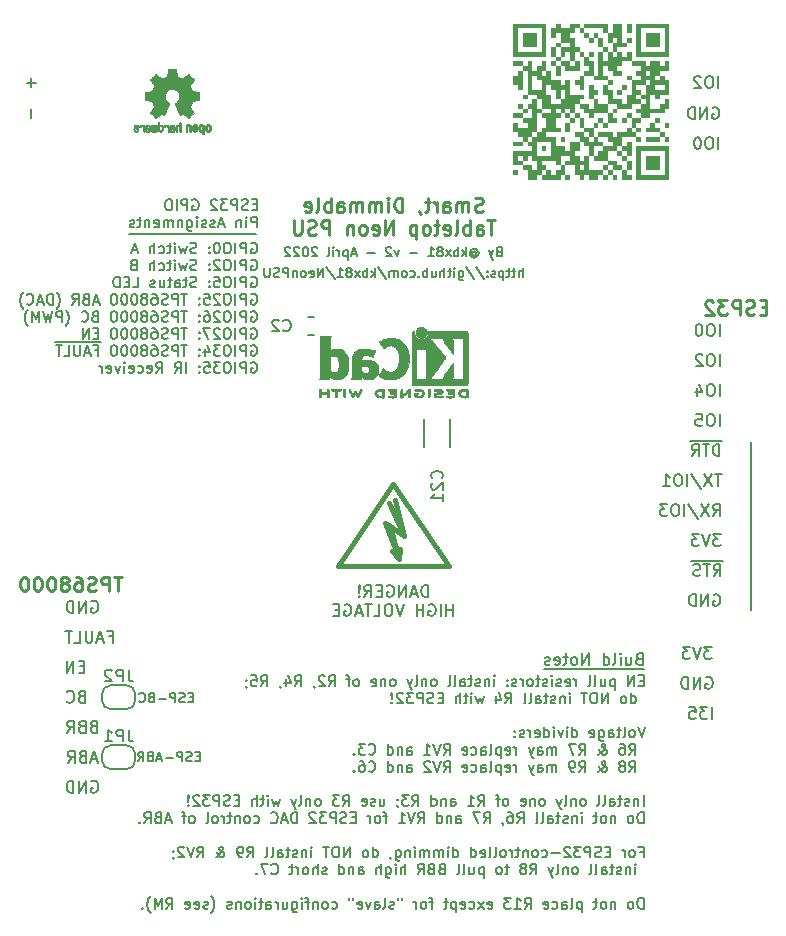
<source format=gbr>
%TF.GenerationSoftware,KiCad,Pcbnew,(6.0.0-0)*%
%TF.CreationDate,2022-04-04T00:03:28-05:00*%
%TF.ProjectId,SmartNeonPSU,536d6172-744e-4656-9f6e-5053552e6b69,rev?*%
%TF.SameCoordinates,Original*%
%TF.FileFunction,Legend,Bot*%
%TF.FilePolarity,Positive*%
%FSLAX46Y46*%
G04 Gerber Fmt 4.6, Leading zero omitted, Abs format (unit mm)*
G04 Created by KiCad (PCBNEW (6.0.0-0)) date 2022-04-04 00:03:28*
%MOMM*%
%LPD*%
G01*
G04 APERTURE LIST*
%ADD10C,0.200000*%
%ADD11C,0.160000*%
%ADD12C,0.180000*%
%ADD13C,0.250000*%
%ADD14C,0.010000*%
%ADD15C,0.381000*%
G04 APERTURE END LIST*
D10*
X138375000Y-77200000D02*
X127625000Y-77200000D01*
X171250000Y-113950000D02*
X162750000Y-113950000D01*
X180270000Y-94800000D02*
X180270000Y-109000000D01*
X170798571Y-113128571D02*
X170655714Y-113176190D01*
X170608095Y-113223809D01*
X170560476Y-113319047D01*
X170560476Y-113461904D01*
X170608095Y-113557142D01*
X170655714Y-113604761D01*
X170750952Y-113652380D01*
X171131904Y-113652380D01*
X171131904Y-112652380D01*
X170798571Y-112652380D01*
X170703333Y-112700000D01*
X170655714Y-112747619D01*
X170608095Y-112842857D01*
X170608095Y-112938095D01*
X170655714Y-113033333D01*
X170703333Y-113080952D01*
X170798571Y-113128571D01*
X171131904Y-113128571D01*
X169703333Y-112985714D02*
X169703333Y-113652380D01*
X170131904Y-112985714D02*
X170131904Y-113509523D01*
X170084285Y-113604761D01*
X169989047Y-113652380D01*
X169846190Y-113652380D01*
X169750952Y-113604761D01*
X169703333Y-113557142D01*
X169227142Y-113652380D02*
X169227142Y-112985714D01*
X169227142Y-112652380D02*
X169274761Y-112700000D01*
X169227142Y-112747619D01*
X169179523Y-112700000D01*
X169227142Y-112652380D01*
X169227142Y-112747619D01*
X168608095Y-113652380D02*
X168703333Y-113604761D01*
X168750952Y-113509523D01*
X168750952Y-112652380D01*
X167798571Y-113652380D02*
X167798571Y-112652380D01*
X167798571Y-113604761D02*
X167893809Y-113652380D01*
X168084285Y-113652380D01*
X168179523Y-113604761D01*
X168227142Y-113557142D01*
X168274761Y-113461904D01*
X168274761Y-113176190D01*
X168227142Y-113080952D01*
X168179523Y-113033333D01*
X168084285Y-112985714D01*
X167893809Y-112985714D01*
X167798571Y-113033333D01*
X166560476Y-113652380D02*
X166560476Y-112652380D01*
X165989047Y-113652380D01*
X165989047Y-112652380D01*
X165370000Y-113652380D02*
X165465238Y-113604761D01*
X165512857Y-113557142D01*
X165560476Y-113461904D01*
X165560476Y-113176190D01*
X165512857Y-113080952D01*
X165465238Y-113033333D01*
X165370000Y-112985714D01*
X165227142Y-112985714D01*
X165131904Y-113033333D01*
X165084285Y-113080952D01*
X165036666Y-113176190D01*
X165036666Y-113461904D01*
X165084285Y-113557142D01*
X165131904Y-113604761D01*
X165227142Y-113652380D01*
X165370000Y-113652380D01*
X164750952Y-112985714D02*
X164370000Y-112985714D01*
X164608095Y-112652380D02*
X164608095Y-113509523D01*
X164560476Y-113604761D01*
X164465238Y-113652380D01*
X164370000Y-113652380D01*
X163655714Y-113604761D02*
X163750952Y-113652380D01*
X163941428Y-113652380D01*
X164036666Y-113604761D01*
X164084285Y-113509523D01*
X164084285Y-113128571D01*
X164036666Y-113033333D01*
X163941428Y-112985714D01*
X163750952Y-112985714D01*
X163655714Y-113033333D01*
X163608095Y-113128571D01*
X163608095Y-113223809D01*
X164084285Y-113319047D01*
X163227142Y-113604761D02*
X163131904Y-113652380D01*
X162941428Y-113652380D01*
X162846190Y-113604761D01*
X162798571Y-113509523D01*
X162798571Y-113461904D01*
X162846190Y-113366666D01*
X162941428Y-113319047D01*
X163084285Y-113319047D01*
X163179523Y-113271428D01*
X163227142Y-113176190D01*
X163227142Y-113128571D01*
X163179523Y-113033333D01*
X163084285Y-112985714D01*
X162941428Y-112985714D01*
X162846190Y-113033333D01*
D11*
X160933333Y-80811904D02*
X160933333Y-80011904D01*
X160590476Y-80811904D02*
X160590476Y-80392857D01*
X160628571Y-80316666D01*
X160704761Y-80278571D01*
X160819047Y-80278571D01*
X160895238Y-80316666D01*
X160933333Y-80354761D01*
X160323809Y-80278571D02*
X160019047Y-80278571D01*
X160209523Y-80011904D02*
X160209523Y-80697619D01*
X160171428Y-80773809D01*
X160095238Y-80811904D01*
X160019047Y-80811904D01*
X159866666Y-80278571D02*
X159561904Y-80278571D01*
X159752380Y-80011904D02*
X159752380Y-80697619D01*
X159714285Y-80773809D01*
X159638095Y-80811904D01*
X159561904Y-80811904D01*
X159295238Y-80278571D02*
X159295238Y-81078571D01*
X159295238Y-80316666D02*
X159219047Y-80278571D01*
X159066666Y-80278571D01*
X158990476Y-80316666D01*
X158952380Y-80354761D01*
X158914285Y-80430952D01*
X158914285Y-80659523D01*
X158952380Y-80735714D01*
X158990476Y-80773809D01*
X159066666Y-80811904D01*
X159219047Y-80811904D01*
X159295238Y-80773809D01*
X158609523Y-80773809D02*
X158533333Y-80811904D01*
X158380952Y-80811904D01*
X158304761Y-80773809D01*
X158266666Y-80697619D01*
X158266666Y-80659523D01*
X158304761Y-80583333D01*
X158380952Y-80545238D01*
X158495238Y-80545238D01*
X158571428Y-80507142D01*
X158609523Y-80430952D01*
X158609523Y-80392857D01*
X158571428Y-80316666D01*
X158495238Y-80278571D01*
X158380952Y-80278571D01*
X158304761Y-80316666D01*
X157923809Y-80735714D02*
X157885714Y-80773809D01*
X157923809Y-80811904D01*
X157961904Y-80773809D01*
X157923809Y-80735714D01*
X157923809Y-80811904D01*
X157923809Y-80316666D02*
X157885714Y-80354761D01*
X157923809Y-80392857D01*
X157961904Y-80354761D01*
X157923809Y-80316666D01*
X157923809Y-80392857D01*
X156971428Y-79973809D02*
X157657142Y-81002380D01*
X156133333Y-79973809D02*
X156819047Y-81002380D01*
X155523809Y-80278571D02*
X155523809Y-80926190D01*
X155561904Y-81002380D01*
X155600000Y-81040476D01*
X155676190Y-81078571D01*
X155790476Y-81078571D01*
X155866666Y-81040476D01*
X155523809Y-80773809D02*
X155600000Y-80811904D01*
X155752380Y-80811904D01*
X155828571Y-80773809D01*
X155866666Y-80735714D01*
X155904761Y-80659523D01*
X155904761Y-80430952D01*
X155866666Y-80354761D01*
X155828571Y-80316666D01*
X155752380Y-80278571D01*
X155600000Y-80278571D01*
X155523809Y-80316666D01*
X155142857Y-80811904D02*
X155142857Y-80278571D01*
X155142857Y-80011904D02*
X155180952Y-80050000D01*
X155142857Y-80088095D01*
X155104761Y-80050000D01*
X155142857Y-80011904D01*
X155142857Y-80088095D01*
X154876190Y-80278571D02*
X154571428Y-80278571D01*
X154761904Y-80011904D02*
X154761904Y-80697619D01*
X154723809Y-80773809D01*
X154647619Y-80811904D01*
X154571428Y-80811904D01*
X154304761Y-80811904D02*
X154304761Y-80011904D01*
X153961904Y-80811904D02*
X153961904Y-80392857D01*
X154000000Y-80316666D01*
X154076190Y-80278571D01*
X154190476Y-80278571D01*
X154266666Y-80316666D01*
X154304761Y-80354761D01*
X153238095Y-80278571D02*
X153238095Y-80811904D01*
X153580952Y-80278571D02*
X153580952Y-80697619D01*
X153542857Y-80773809D01*
X153466666Y-80811904D01*
X153352380Y-80811904D01*
X153276190Y-80773809D01*
X153238095Y-80735714D01*
X152857142Y-80811904D02*
X152857142Y-80011904D01*
X152857142Y-80316666D02*
X152780952Y-80278571D01*
X152628571Y-80278571D01*
X152552380Y-80316666D01*
X152514285Y-80354761D01*
X152476190Y-80430952D01*
X152476190Y-80659523D01*
X152514285Y-80735714D01*
X152552380Y-80773809D01*
X152628571Y-80811904D01*
X152780952Y-80811904D01*
X152857142Y-80773809D01*
X152133333Y-80735714D02*
X152095238Y-80773809D01*
X152133333Y-80811904D01*
X152171428Y-80773809D01*
X152133333Y-80735714D01*
X152133333Y-80811904D01*
X151409523Y-80773809D02*
X151485714Y-80811904D01*
X151638095Y-80811904D01*
X151714285Y-80773809D01*
X151752380Y-80735714D01*
X151790476Y-80659523D01*
X151790476Y-80430952D01*
X151752380Y-80354761D01*
X151714285Y-80316666D01*
X151638095Y-80278571D01*
X151485714Y-80278571D01*
X151409523Y-80316666D01*
X150952380Y-80811904D02*
X151028571Y-80773809D01*
X151066666Y-80735714D01*
X151104761Y-80659523D01*
X151104761Y-80430952D01*
X151066666Y-80354761D01*
X151028571Y-80316666D01*
X150952380Y-80278571D01*
X150838095Y-80278571D01*
X150761904Y-80316666D01*
X150723809Y-80354761D01*
X150685714Y-80430952D01*
X150685714Y-80659523D01*
X150723809Y-80735714D01*
X150761904Y-80773809D01*
X150838095Y-80811904D01*
X150952380Y-80811904D01*
X150342857Y-80811904D02*
X150342857Y-80278571D01*
X150342857Y-80354761D02*
X150304761Y-80316666D01*
X150228571Y-80278571D01*
X150114285Y-80278571D01*
X150038095Y-80316666D01*
X150000000Y-80392857D01*
X150000000Y-80811904D01*
X150000000Y-80392857D02*
X149961904Y-80316666D01*
X149885714Y-80278571D01*
X149771428Y-80278571D01*
X149695238Y-80316666D01*
X149657142Y-80392857D01*
X149657142Y-80811904D01*
X148704761Y-79973809D02*
X149390476Y-81002380D01*
X148438095Y-80811904D02*
X148438095Y-80011904D01*
X148361904Y-80507142D02*
X148133333Y-80811904D01*
X148133333Y-80278571D02*
X148438095Y-80583333D01*
X147790476Y-80811904D02*
X147790476Y-80011904D01*
X147790476Y-80316666D02*
X147714285Y-80278571D01*
X147561904Y-80278571D01*
X147485714Y-80316666D01*
X147447619Y-80354761D01*
X147409523Y-80430952D01*
X147409523Y-80659523D01*
X147447619Y-80735714D01*
X147485714Y-80773809D01*
X147561904Y-80811904D01*
X147714285Y-80811904D01*
X147790476Y-80773809D01*
X147142857Y-80811904D02*
X146723809Y-80278571D01*
X147142857Y-80278571D02*
X146723809Y-80811904D01*
X146304761Y-80354761D02*
X146380952Y-80316666D01*
X146419047Y-80278571D01*
X146457142Y-80202380D01*
X146457142Y-80164285D01*
X146419047Y-80088095D01*
X146380952Y-80050000D01*
X146304761Y-80011904D01*
X146152380Y-80011904D01*
X146076190Y-80050000D01*
X146038095Y-80088095D01*
X146000000Y-80164285D01*
X146000000Y-80202380D01*
X146038095Y-80278571D01*
X146076190Y-80316666D01*
X146152380Y-80354761D01*
X146304761Y-80354761D01*
X146380952Y-80392857D01*
X146419047Y-80430952D01*
X146457142Y-80507142D01*
X146457142Y-80659523D01*
X146419047Y-80735714D01*
X146380952Y-80773809D01*
X146304761Y-80811904D01*
X146152380Y-80811904D01*
X146076190Y-80773809D01*
X146038095Y-80735714D01*
X146000000Y-80659523D01*
X146000000Y-80507142D01*
X146038095Y-80430952D01*
X146076190Y-80392857D01*
X146152380Y-80354761D01*
X145238095Y-80811904D02*
X145695238Y-80811904D01*
X145466666Y-80811904D02*
X145466666Y-80011904D01*
X145542857Y-80126190D01*
X145619047Y-80202380D01*
X145695238Y-80240476D01*
X144323809Y-79973809D02*
X145009523Y-81002380D01*
X144057142Y-80811904D02*
X144057142Y-80011904D01*
X143600000Y-80811904D01*
X143600000Y-80011904D01*
X142914285Y-80773809D02*
X142990476Y-80811904D01*
X143142857Y-80811904D01*
X143219047Y-80773809D01*
X143257142Y-80697619D01*
X143257142Y-80392857D01*
X143219047Y-80316666D01*
X143142857Y-80278571D01*
X142990476Y-80278571D01*
X142914285Y-80316666D01*
X142876190Y-80392857D01*
X142876190Y-80469047D01*
X143257142Y-80545238D01*
X142419047Y-80811904D02*
X142495238Y-80773809D01*
X142533333Y-80735714D01*
X142571428Y-80659523D01*
X142571428Y-80430952D01*
X142533333Y-80354761D01*
X142495238Y-80316666D01*
X142419047Y-80278571D01*
X142304761Y-80278571D01*
X142228571Y-80316666D01*
X142190476Y-80354761D01*
X142152380Y-80430952D01*
X142152380Y-80659523D01*
X142190476Y-80735714D01*
X142228571Y-80773809D01*
X142304761Y-80811904D01*
X142419047Y-80811904D01*
X141809523Y-80278571D02*
X141809523Y-80811904D01*
X141809523Y-80354761D02*
X141771428Y-80316666D01*
X141695238Y-80278571D01*
X141580952Y-80278571D01*
X141504761Y-80316666D01*
X141466666Y-80392857D01*
X141466666Y-80811904D01*
X141085714Y-80811904D02*
X141085714Y-80011904D01*
X140780952Y-80011904D01*
X140704761Y-80050000D01*
X140666666Y-80088095D01*
X140628571Y-80164285D01*
X140628571Y-80278571D01*
X140666666Y-80354761D01*
X140704761Y-80392857D01*
X140780952Y-80430952D01*
X141085714Y-80430952D01*
X140323809Y-80773809D02*
X140209523Y-80811904D01*
X140019047Y-80811904D01*
X139942857Y-80773809D01*
X139904761Y-80735714D01*
X139866666Y-80659523D01*
X139866666Y-80583333D01*
X139904761Y-80507142D01*
X139942857Y-80469047D01*
X140019047Y-80430952D01*
X140171428Y-80392857D01*
X140247619Y-80354761D01*
X140285714Y-80316666D01*
X140323809Y-80240476D01*
X140323809Y-80164285D01*
X140285714Y-80088095D01*
X140247619Y-80050000D01*
X140171428Y-80011904D01*
X139980952Y-80011904D01*
X139866666Y-80050000D01*
X139523809Y-80011904D02*
X139523809Y-80659523D01*
X139485714Y-80735714D01*
X139447619Y-80773809D01*
X139371428Y-80811904D01*
X139219047Y-80811904D01*
X139142857Y-80773809D01*
X139104761Y-80735714D01*
X139066666Y-80659523D01*
X139066666Y-80011904D01*
D10*
X152904761Y-107897380D02*
X152904761Y-106897380D01*
X152666666Y-106897380D01*
X152523809Y-106945000D01*
X152428571Y-107040238D01*
X152380952Y-107135476D01*
X152333333Y-107325952D01*
X152333333Y-107468809D01*
X152380952Y-107659285D01*
X152428571Y-107754523D01*
X152523809Y-107849761D01*
X152666666Y-107897380D01*
X152904761Y-107897380D01*
X151952380Y-107611666D02*
X151476190Y-107611666D01*
X152047619Y-107897380D02*
X151714285Y-106897380D01*
X151380952Y-107897380D01*
X151047619Y-107897380D02*
X151047619Y-106897380D01*
X150476190Y-107897380D01*
X150476190Y-106897380D01*
X149476190Y-106945000D02*
X149571428Y-106897380D01*
X149714285Y-106897380D01*
X149857142Y-106945000D01*
X149952380Y-107040238D01*
X150000000Y-107135476D01*
X150047619Y-107325952D01*
X150047619Y-107468809D01*
X150000000Y-107659285D01*
X149952380Y-107754523D01*
X149857142Y-107849761D01*
X149714285Y-107897380D01*
X149619047Y-107897380D01*
X149476190Y-107849761D01*
X149428571Y-107802142D01*
X149428571Y-107468809D01*
X149619047Y-107468809D01*
X149000000Y-107373571D02*
X148666666Y-107373571D01*
X148523809Y-107897380D02*
X149000000Y-107897380D01*
X149000000Y-106897380D01*
X148523809Y-106897380D01*
X147523809Y-107897380D02*
X147857142Y-107421190D01*
X148095238Y-107897380D02*
X148095238Y-106897380D01*
X147714285Y-106897380D01*
X147619047Y-106945000D01*
X147571428Y-106992619D01*
X147523809Y-107087857D01*
X147523809Y-107230714D01*
X147571428Y-107325952D01*
X147619047Y-107373571D01*
X147714285Y-107421190D01*
X148095238Y-107421190D01*
X147095238Y-107802142D02*
X147047619Y-107849761D01*
X147095238Y-107897380D01*
X147142857Y-107849761D01*
X147095238Y-107802142D01*
X147095238Y-107897380D01*
X147095238Y-107516428D02*
X147142857Y-106945000D01*
X147095238Y-106897380D01*
X147047619Y-106945000D01*
X147095238Y-107516428D01*
X147095238Y-106897380D01*
X155047619Y-109507380D02*
X155047619Y-108507380D01*
X155047619Y-108983571D02*
X154476190Y-108983571D01*
X154476190Y-109507380D02*
X154476190Y-108507380D01*
X154000000Y-109507380D02*
X154000000Y-108507380D01*
X153000000Y-108555000D02*
X153095238Y-108507380D01*
X153238095Y-108507380D01*
X153380952Y-108555000D01*
X153476190Y-108650238D01*
X153523809Y-108745476D01*
X153571428Y-108935952D01*
X153571428Y-109078809D01*
X153523809Y-109269285D01*
X153476190Y-109364523D01*
X153380952Y-109459761D01*
X153238095Y-109507380D01*
X153142857Y-109507380D01*
X153000000Y-109459761D01*
X152952380Y-109412142D01*
X152952380Y-109078809D01*
X153142857Y-109078809D01*
X152523809Y-109507380D02*
X152523809Y-108507380D01*
X152523809Y-108983571D02*
X151952380Y-108983571D01*
X151952380Y-109507380D02*
X151952380Y-108507380D01*
X150857142Y-108507380D02*
X150523809Y-109507380D01*
X150190476Y-108507380D01*
X149666666Y-108507380D02*
X149476190Y-108507380D01*
X149380952Y-108555000D01*
X149285714Y-108650238D01*
X149238095Y-108840714D01*
X149238095Y-109174047D01*
X149285714Y-109364523D01*
X149380952Y-109459761D01*
X149476190Y-109507380D01*
X149666666Y-109507380D01*
X149761904Y-109459761D01*
X149857142Y-109364523D01*
X149904761Y-109174047D01*
X149904761Y-108840714D01*
X149857142Y-108650238D01*
X149761904Y-108555000D01*
X149666666Y-108507380D01*
X148333333Y-109507380D02*
X148809523Y-109507380D01*
X148809523Y-108507380D01*
X148142857Y-108507380D02*
X147571428Y-108507380D01*
X147857142Y-109507380D02*
X147857142Y-108507380D01*
X147285714Y-109221666D02*
X146809523Y-109221666D01*
X147380952Y-109507380D02*
X147047619Y-108507380D01*
X146714285Y-109507380D01*
X145857142Y-108555000D02*
X145952380Y-108507380D01*
X146095238Y-108507380D01*
X146238095Y-108555000D01*
X146333333Y-108650238D01*
X146380952Y-108745476D01*
X146428571Y-108935952D01*
X146428571Y-109078809D01*
X146380952Y-109269285D01*
X146333333Y-109364523D01*
X146238095Y-109459761D01*
X146095238Y-109507380D01*
X146000000Y-109507380D01*
X145857142Y-109459761D01*
X145809523Y-109412142D01*
X145809523Y-109078809D01*
X146000000Y-109078809D01*
X145380952Y-108983571D02*
X145047619Y-108983571D01*
X144904761Y-109507380D02*
X145380952Y-109507380D01*
X145380952Y-108507380D01*
X144904761Y-108507380D01*
D12*
X138418714Y-74661214D02*
X138118714Y-74661214D01*
X137990142Y-75132642D02*
X138418714Y-75132642D01*
X138418714Y-74232642D01*
X137990142Y-74232642D01*
X137647285Y-75089785D02*
X137518714Y-75132642D01*
X137304428Y-75132642D01*
X137218714Y-75089785D01*
X137175857Y-75046928D01*
X137133000Y-74961214D01*
X137133000Y-74875500D01*
X137175857Y-74789785D01*
X137218714Y-74746928D01*
X137304428Y-74704071D01*
X137475857Y-74661214D01*
X137561571Y-74618357D01*
X137604428Y-74575500D01*
X137647285Y-74489785D01*
X137647285Y-74404071D01*
X137604428Y-74318357D01*
X137561571Y-74275500D01*
X137475857Y-74232642D01*
X137261571Y-74232642D01*
X137133000Y-74275500D01*
X136747285Y-75132642D02*
X136747285Y-74232642D01*
X136404428Y-74232642D01*
X136318714Y-74275500D01*
X136275857Y-74318357D01*
X136233000Y-74404071D01*
X136233000Y-74532642D01*
X136275857Y-74618357D01*
X136318714Y-74661214D01*
X136404428Y-74704071D01*
X136747285Y-74704071D01*
X135933000Y-74232642D02*
X135375857Y-74232642D01*
X135675857Y-74575500D01*
X135547285Y-74575500D01*
X135461571Y-74618357D01*
X135418714Y-74661214D01*
X135375857Y-74746928D01*
X135375857Y-74961214D01*
X135418714Y-75046928D01*
X135461571Y-75089785D01*
X135547285Y-75132642D01*
X135804428Y-75132642D01*
X135890142Y-75089785D01*
X135933000Y-75046928D01*
X135033000Y-74318357D02*
X134990142Y-74275500D01*
X134904428Y-74232642D01*
X134690142Y-74232642D01*
X134604428Y-74275500D01*
X134561571Y-74318357D01*
X134518714Y-74404071D01*
X134518714Y-74489785D01*
X134561571Y-74618357D01*
X135075857Y-75132642D01*
X134518714Y-75132642D01*
X132975857Y-74275500D02*
X133061571Y-74232642D01*
X133190142Y-74232642D01*
X133318714Y-74275500D01*
X133404428Y-74361214D01*
X133447285Y-74446928D01*
X133490142Y-74618357D01*
X133490142Y-74746928D01*
X133447285Y-74918357D01*
X133404428Y-75004071D01*
X133318714Y-75089785D01*
X133190142Y-75132642D01*
X133104428Y-75132642D01*
X132975857Y-75089785D01*
X132933000Y-75046928D01*
X132933000Y-74746928D01*
X133104428Y-74746928D01*
X132547285Y-75132642D02*
X132547285Y-74232642D01*
X132204428Y-74232642D01*
X132118714Y-74275500D01*
X132075857Y-74318357D01*
X132033000Y-74404071D01*
X132033000Y-74532642D01*
X132075857Y-74618357D01*
X132118714Y-74661214D01*
X132204428Y-74704071D01*
X132547285Y-74704071D01*
X131647285Y-75132642D02*
X131647285Y-74232642D01*
X131047285Y-74232642D02*
X130875857Y-74232642D01*
X130790142Y-74275500D01*
X130704428Y-74361214D01*
X130661571Y-74532642D01*
X130661571Y-74832642D01*
X130704428Y-75004071D01*
X130790142Y-75089785D01*
X130875857Y-75132642D01*
X131047285Y-75132642D01*
X131133000Y-75089785D01*
X131218714Y-75004071D01*
X131261571Y-74832642D01*
X131261571Y-74532642D01*
X131218714Y-74361214D01*
X131133000Y-74275500D01*
X131047285Y-74232642D01*
X138418714Y-76581642D02*
X138418714Y-75681642D01*
X138075857Y-75681642D01*
X137990142Y-75724500D01*
X137947285Y-75767357D01*
X137904428Y-75853071D01*
X137904428Y-75981642D01*
X137947285Y-76067357D01*
X137990142Y-76110214D01*
X138075857Y-76153071D01*
X138418714Y-76153071D01*
X137518714Y-76581642D02*
X137518714Y-75981642D01*
X137518714Y-75681642D02*
X137561571Y-75724500D01*
X137518714Y-75767357D01*
X137475857Y-75724500D01*
X137518714Y-75681642D01*
X137518714Y-75767357D01*
X137090142Y-75981642D02*
X137090142Y-76581642D01*
X137090142Y-76067357D02*
X137047285Y-76024500D01*
X136961571Y-75981642D01*
X136833000Y-75981642D01*
X136747285Y-76024500D01*
X136704428Y-76110214D01*
X136704428Y-76581642D01*
X135633000Y-76324500D02*
X135204428Y-76324500D01*
X135718714Y-76581642D02*
X135418714Y-75681642D01*
X135118714Y-76581642D01*
X134861571Y-76538785D02*
X134775857Y-76581642D01*
X134604428Y-76581642D01*
X134518714Y-76538785D01*
X134475857Y-76453071D01*
X134475857Y-76410214D01*
X134518714Y-76324500D01*
X134604428Y-76281642D01*
X134733000Y-76281642D01*
X134818714Y-76238785D01*
X134861571Y-76153071D01*
X134861571Y-76110214D01*
X134818714Y-76024500D01*
X134733000Y-75981642D01*
X134604428Y-75981642D01*
X134518714Y-76024500D01*
X134133000Y-76538785D02*
X134047285Y-76581642D01*
X133875857Y-76581642D01*
X133790142Y-76538785D01*
X133747285Y-76453071D01*
X133747285Y-76410214D01*
X133790142Y-76324500D01*
X133875857Y-76281642D01*
X134004428Y-76281642D01*
X134090142Y-76238785D01*
X134133000Y-76153071D01*
X134133000Y-76110214D01*
X134090142Y-76024500D01*
X134004428Y-75981642D01*
X133875857Y-75981642D01*
X133790142Y-76024500D01*
X133361571Y-76581642D02*
X133361571Y-75981642D01*
X133361571Y-75681642D02*
X133404428Y-75724500D01*
X133361571Y-75767357D01*
X133318714Y-75724500D01*
X133361571Y-75681642D01*
X133361571Y-75767357D01*
X132547285Y-75981642D02*
X132547285Y-76710214D01*
X132590142Y-76795928D01*
X132633000Y-76838785D01*
X132718714Y-76881642D01*
X132847285Y-76881642D01*
X132933000Y-76838785D01*
X132547285Y-76538785D02*
X132633000Y-76581642D01*
X132804428Y-76581642D01*
X132890142Y-76538785D01*
X132933000Y-76495928D01*
X132975857Y-76410214D01*
X132975857Y-76153071D01*
X132933000Y-76067357D01*
X132890142Y-76024500D01*
X132804428Y-75981642D01*
X132633000Y-75981642D01*
X132547285Y-76024500D01*
X132118714Y-75981642D02*
X132118714Y-76581642D01*
X132118714Y-76067357D02*
X132075857Y-76024500D01*
X131990142Y-75981642D01*
X131861571Y-75981642D01*
X131775857Y-76024500D01*
X131733000Y-76110214D01*
X131733000Y-76581642D01*
X131304428Y-76581642D02*
X131304428Y-75981642D01*
X131304428Y-76067357D02*
X131261571Y-76024500D01*
X131175857Y-75981642D01*
X131047285Y-75981642D01*
X130961571Y-76024500D01*
X130918714Y-76110214D01*
X130918714Y-76581642D01*
X130918714Y-76110214D02*
X130875857Y-76024500D01*
X130790142Y-75981642D01*
X130661571Y-75981642D01*
X130575857Y-76024500D01*
X130533000Y-76110214D01*
X130533000Y-76581642D01*
X129761571Y-76538785D02*
X129847285Y-76581642D01*
X130018714Y-76581642D01*
X130104428Y-76538785D01*
X130147285Y-76453071D01*
X130147285Y-76110214D01*
X130104428Y-76024500D01*
X130018714Y-75981642D01*
X129847285Y-75981642D01*
X129761571Y-76024500D01*
X129718714Y-76110214D01*
X129718714Y-76195928D01*
X130147285Y-76281642D01*
X129333000Y-75981642D02*
X129333000Y-76581642D01*
X129333000Y-76067357D02*
X129290142Y-76024500D01*
X129204428Y-75981642D01*
X129075857Y-75981642D01*
X128990142Y-76024500D01*
X128947285Y-76110214D01*
X128947285Y-76581642D01*
X128647285Y-75981642D02*
X128304428Y-75981642D01*
X128518714Y-75681642D02*
X128518714Y-76453071D01*
X128475857Y-76538785D01*
X128390142Y-76581642D01*
X128304428Y-76581642D01*
X128047285Y-76538785D02*
X127961571Y-76581642D01*
X127790142Y-76581642D01*
X127704428Y-76538785D01*
X127661571Y-76453071D01*
X127661571Y-76410214D01*
X127704428Y-76324500D01*
X127790142Y-76281642D01*
X127918714Y-76281642D01*
X128004428Y-76238785D01*
X128047285Y-76153071D01*
X128047285Y-76110214D01*
X128004428Y-76024500D01*
X127918714Y-75981642D01*
X127790142Y-75981642D01*
X127704428Y-76024500D01*
X171168714Y-114967214D02*
X170868714Y-114967214D01*
X170740142Y-115438642D02*
X171168714Y-115438642D01*
X171168714Y-114538642D01*
X170740142Y-114538642D01*
X170354428Y-115438642D02*
X170354428Y-114538642D01*
X169840142Y-115438642D01*
X169840142Y-114538642D01*
X168725857Y-114838642D02*
X168725857Y-115738642D01*
X168725857Y-114881500D02*
X168640142Y-114838642D01*
X168468714Y-114838642D01*
X168383000Y-114881500D01*
X168340142Y-114924357D01*
X168297285Y-115010071D01*
X168297285Y-115267214D01*
X168340142Y-115352928D01*
X168383000Y-115395785D01*
X168468714Y-115438642D01*
X168640142Y-115438642D01*
X168725857Y-115395785D01*
X167525857Y-114838642D02*
X167525857Y-115438642D01*
X167911571Y-114838642D02*
X167911571Y-115310071D01*
X167868714Y-115395785D01*
X167783000Y-115438642D01*
X167654428Y-115438642D01*
X167568714Y-115395785D01*
X167525857Y-115352928D01*
X166968714Y-115438642D02*
X167054428Y-115395785D01*
X167097285Y-115310071D01*
X167097285Y-114538642D01*
X166497285Y-115438642D02*
X166583000Y-115395785D01*
X166625857Y-115310071D01*
X166625857Y-114538642D01*
X165468714Y-115438642D02*
X165468714Y-114838642D01*
X165468714Y-115010071D02*
X165425857Y-114924357D01*
X165383000Y-114881500D01*
X165297285Y-114838642D01*
X165211571Y-114838642D01*
X164568714Y-115395785D02*
X164654428Y-115438642D01*
X164825857Y-115438642D01*
X164911571Y-115395785D01*
X164954428Y-115310071D01*
X164954428Y-114967214D01*
X164911571Y-114881500D01*
X164825857Y-114838642D01*
X164654428Y-114838642D01*
X164568714Y-114881500D01*
X164525857Y-114967214D01*
X164525857Y-115052928D01*
X164954428Y-115138642D01*
X164183000Y-115395785D02*
X164097285Y-115438642D01*
X163925857Y-115438642D01*
X163840142Y-115395785D01*
X163797285Y-115310071D01*
X163797285Y-115267214D01*
X163840142Y-115181500D01*
X163925857Y-115138642D01*
X164054428Y-115138642D01*
X164140142Y-115095785D01*
X164183000Y-115010071D01*
X164183000Y-114967214D01*
X164140142Y-114881500D01*
X164054428Y-114838642D01*
X163925857Y-114838642D01*
X163840142Y-114881500D01*
X163411571Y-115438642D02*
X163411571Y-114838642D01*
X163411571Y-114538642D02*
X163454428Y-114581500D01*
X163411571Y-114624357D01*
X163368714Y-114581500D01*
X163411571Y-114538642D01*
X163411571Y-114624357D01*
X163025857Y-115395785D02*
X162940142Y-115438642D01*
X162768714Y-115438642D01*
X162683000Y-115395785D01*
X162640142Y-115310071D01*
X162640142Y-115267214D01*
X162683000Y-115181500D01*
X162768714Y-115138642D01*
X162897285Y-115138642D01*
X162983000Y-115095785D01*
X163025857Y-115010071D01*
X163025857Y-114967214D01*
X162983000Y-114881500D01*
X162897285Y-114838642D01*
X162768714Y-114838642D01*
X162683000Y-114881500D01*
X162383000Y-114838642D02*
X162040142Y-114838642D01*
X162254428Y-114538642D02*
X162254428Y-115310071D01*
X162211571Y-115395785D01*
X162125857Y-115438642D01*
X162040142Y-115438642D01*
X161611571Y-115438642D02*
X161697285Y-115395785D01*
X161740142Y-115352928D01*
X161783000Y-115267214D01*
X161783000Y-115010071D01*
X161740142Y-114924357D01*
X161697285Y-114881500D01*
X161611571Y-114838642D01*
X161483000Y-114838642D01*
X161397285Y-114881500D01*
X161354428Y-114924357D01*
X161311571Y-115010071D01*
X161311571Y-115267214D01*
X161354428Y-115352928D01*
X161397285Y-115395785D01*
X161483000Y-115438642D01*
X161611571Y-115438642D01*
X160925857Y-115438642D02*
X160925857Y-114838642D01*
X160925857Y-115010071D02*
X160883000Y-114924357D01*
X160840142Y-114881500D01*
X160754428Y-114838642D01*
X160668714Y-114838642D01*
X160411571Y-115395785D02*
X160325857Y-115438642D01*
X160154428Y-115438642D01*
X160068714Y-115395785D01*
X160025857Y-115310071D01*
X160025857Y-115267214D01*
X160068714Y-115181500D01*
X160154428Y-115138642D01*
X160283000Y-115138642D01*
X160368714Y-115095785D01*
X160411571Y-115010071D01*
X160411571Y-114967214D01*
X160368714Y-114881500D01*
X160283000Y-114838642D01*
X160154428Y-114838642D01*
X160068714Y-114881500D01*
X159640142Y-115352928D02*
X159597285Y-115395785D01*
X159640142Y-115438642D01*
X159683000Y-115395785D01*
X159640142Y-115352928D01*
X159640142Y-115438642D01*
X159640142Y-114881500D02*
X159597285Y-114924357D01*
X159640142Y-114967214D01*
X159683000Y-114924357D01*
X159640142Y-114881500D01*
X159640142Y-114967214D01*
X158525857Y-115438642D02*
X158525857Y-114838642D01*
X158525857Y-114538642D02*
X158568714Y-114581500D01*
X158525857Y-114624357D01*
X158483000Y-114581500D01*
X158525857Y-114538642D01*
X158525857Y-114624357D01*
X158097285Y-114838642D02*
X158097285Y-115438642D01*
X158097285Y-114924357D02*
X158054428Y-114881500D01*
X157968714Y-114838642D01*
X157840142Y-114838642D01*
X157754428Y-114881500D01*
X157711571Y-114967214D01*
X157711571Y-115438642D01*
X157325857Y-115395785D02*
X157240142Y-115438642D01*
X157068714Y-115438642D01*
X156983000Y-115395785D01*
X156940142Y-115310071D01*
X156940142Y-115267214D01*
X156983000Y-115181500D01*
X157068714Y-115138642D01*
X157197285Y-115138642D01*
X157283000Y-115095785D01*
X157325857Y-115010071D01*
X157325857Y-114967214D01*
X157283000Y-114881500D01*
X157197285Y-114838642D01*
X157068714Y-114838642D01*
X156983000Y-114881500D01*
X156683000Y-114838642D02*
X156340142Y-114838642D01*
X156554428Y-114538642D02*
X156554428Y-115310071D01*
X156511571Y-115395785D01*
X156425857Y-115438642D01*
X156340142Y-115438642D01*
X155654428Y-115438642D02*
X155654428Y-114967214D01*
X155697285Y-114881500D01*
X155783000Y-114838642D01*
X155954428Y-114838642D01*
X156040142Y-114881500D01*
X155654428Y-115395785D02*
X155740142Y-115438642D01*
X155954428Y-115438642D01*
X156040142Y-115395785D01*
X156083000Y-115310071D01*
X156083000Y-115224357D01*
X156040142Y-115138642D01*
X155954428Y-115095785D01*
X155740142Y-115095785D01*
X155654428Y-115052928D01*
X155097285Y-115438642D02*
X155183000Y-115395785D01*
X155225857Y-115310071D01*
X155225857Y-114538642D01*
X154625857Y-115438642D02*
X154711571Y-115395785D01*
X154754428Y-115310071D01*
X154754428Y-114538642D01*
X153468714Y-115438642D02*
X153554428Y-115395785D01*
X153597285Y-115352928D01*
X153640142Y-115267214D01*
X153640142Y-115010071D01*
X153597285Y-114924357D01*
X153554428Y-114881500D01*
X153468714Y-114838642D01*
X153340142Y-114838642D01*
X153254428Y-114881500D01*
X153211571Y-114924357D01*
X153168714Y-115010071D01*
X153168714Y-115267214D01*
X153211571Y-115352928D01*
X153254428Y-115395785D01*
X153340142Y-115438642D01*
X153468714Y-115438642D01*
X152783000Y-114838642D02*
X152783000Y-115438642D01*
X152783000Y-114924357D02*
X152740142Y-114881500D01*
X152654428Y-114838642D01*
X152525857Y-114838642D01*
X152440142Y-114881500D01*
X152397285Y-114967214D01*
X152397285Y-115438642D01*
X151840142Y-115438642D02*
X151925857Y-115395785D01*
X151968714Y-115310071D01*
X151968714Y-114538642D01*
X151583000Y-114838642D02*
X151368714Y-115438642D01*
X151154428Y-114838642D02*
X151368714Y-115438642D01*
X151454428Y-115652928D01*
X151497285Y-115695785D01*
X151583000Y-115738642D01*
X149997285Y-115438642D02*
X150083000Y-115395785D01*
X150125857Y-115352928D01*
X150168714Y-115267214D01*
X150168714Y-115010071D01*
X150125857Y-114924357D01*
X150083000Y-114881500D01*
X149997285Y-114838642D01*
X149868714Y-114838642D01*
X149783000Y-114881500D01*
X149740142Y-114924357D01*
X149697285Y-115010071D01*
X149697285Y-115267214D01*
X149740142Y-115352928D01*
X149783000Y-115395785D01*
X149868714Y-115438642D01*
X149997285Y-115438642D01*
X149311571Y-114838642D02*
X149311571Y-115438642D01*
X149311571Y-114924357D02*
X149268714Y-114881500D01*
X149183000Y-114838642D01*
X149054428Y-114838642D01*
X148968714Y-114881500D01*
X148925857Y-114967214D01*
X148925857Y-115438642D01*
X148154428Y-115395785D02*
X148240142Y-115438642D01*
X148411571Y-115438642D01*
X148497285Y-115395785D01*
X148540142Y-115310071D01*
X148540142Y-114967214D01*
X148497285Y-114881500D01*
X148411571Y-114838642D01*
X148240142Y-114838642D01*
X148154428Y-114881500D01*
X148111571Y-114967214D01*
X148111571Y-115052928D01*
X148540142Y-115138642D01*
X146911571Y-115438642D02*
X146997285Y-115395785D01*
X147040142Y-115352928D01*
X147083000Y-115267214D01*
X147083000Y-115010071D01*
X147040142Y-114924357D01*
X146997285Y-114881500D01*
X146911571Y-114838642D01*
X146783000Y-114838642D01*
X146697285Y-114881500D01*
X146654428Y-114924357D01*
X146611571Y-115010071D01*
X146611571Y-115267214D01*
X146654428Y-115352928D01*
X146697285Y-115395785D01*
X146783000Y-115438642D01*
X146911571Y-115438642D01*
X146354428Y-114838642D02*
X146011571Y-114838642D01*
X146225857Y-115438642D02*
X146225857Y-114667214D01*
X146183000Y-114581500D01*
X146097285Y-114538642D01*
X146011571Y-114538642D01*
X144511571Y-115438642D02*
X144811571Y-115010071D01*
X145025857Y-115438642D02*
X145025857Y-114538642D01*
X144683000Y-114538642D01*
X144597285Y-114581500D01*
X144554428Y-114624357D01*
X144511571Y-114710071D01*
X144511571Y-114838642D01*
X144554428Y-114924357D01*
X144597285Y-114967214D01*
X144683000Y-115010071D01*
X145025857Y-115010071D01*
X144168714Y-114624357D02*
X144125857Y-114581500D01*
X144040142Y-114538642D01*
X143825857Y-114538642D01*
X143740142Y-114581500D01*
X143697285Y-114624357D01*
X143654428Y-114710071D01*
X143654428Y-114795785D01*
X143697285Y-114924357D01*
X144211571Y-115438642D01*
X143654428Y-115438642D01*
X143225857Y-115395785D02*
X143225857Y-115438642D01*
X143268714Y-115524357D01*
X143311571Y-115567214D01*
X141640142Y-115438642D02*
X141940142Y-115010071D01*
X142154428Y-115438642D02*
X142154428Y-114538642D01*
X141811571Y-114538642D01*
X141725857Y-114581500D01*
X141683000Y-114624357D01*
X141640142Y-114710071D01*
X141640142Y-114838642D01*
X141683000Y-114924357D01*
X141725857Y-114967214D01*
X141811571Y-115010071D01*
X142154428Y-115010071D01*
X140868714Y-114838642D02*
X140868714Y-115438642D01*
X141083000Y-114495785D02*
X141297285Y-115138642D01*
X140740142Y-115138642D01*
X140354428Y-115395785D02*
X140354428Y-115438642D01*
X140397285Y-115524357D01*
X140440142Y-115567214D01*
X138768714Y-115438642D02*
X139068714Y-115010071D01*
X139283000Y-115438642D02*
X139283000Y-114538642D01*
X138940142Y-114538642D01*
X138854428Y-114581500D01*
X138811571Y-114624357D01*
X138768714Y-114710071D01*
X138768714Y-114838642D01*
X138811571Y-114924357D01*
X138854428Y-114967214D01*
X138940142Y-115010071D01*
X139283000Y-115010071D01*
X137954428Y-114538642D02*
X138383000Y-114538642D01*
X138425857Y-114967214D01*
X138383000Y-114924357D01*
X138297285Y-114881500D01*
X138083000Y-114881500D01*
X137997285Y-114924357D01*
X137954428Y-114967214D01*
X137911571Y-115052928D01*
X137911571Y-115267214D01*
X137954428Y-115352928D01*
X137997285Y-115395785D01*
X138083000Y-115438642D01*
X138297285Y-115438642D01*
X138383000Y-115395785D01*
X138425857Y-115352928D01*
X137483000Y-115395785D02*
X137483000Y-115438642D01*
X137525857Y-115524357D01*
X137568714Y-115567214D01*
X137525857Y-114881500D02*
X137483000Y-114924357D01*
X137525857Y-114967214D01*
X137568714Y-114924357D01*
X137525857Y-114881500D01*
X137525857Y-114967214D01*
X170097285Y-116887642D02*
X170097285Y-115987642D01*
X170097285Y-116844785D02*
X170183000Y-116887642D01*
X170354428Y-116887642D01*
X170440142Y-116844785D01*
X170483000Y-116801928D01*
X170525857Y-116716214D01*
X170525857Y-116459071D01*
X170483000Y-116373357D01*
X170440142Y-116330500D01*
X170354428Y-116287642D01*
X170183000Y-116287642D01*
X170097285Y-116330500D01*
X169540142Y-116887642D02*
X169625857Y-116844785D01*
X169668714Y-116801928D01*
X169711571Y-116716214D01*
X169711571Y-116459071D01*
X169668714Y-116373357D01*
X169625857Y-116330500D01*
X169540142Y-116287642D01*
X169411571Y-116287642D01*
X169325857Y-116330500D01*
X169283000Y-116373357D01*
X169240142Y-116459071D01*
X169240142Y-116716214D01*
X169283000Y-116801928D01*
X169325857Y-116844785D01*
X169411571Y-116887642D01*
X169540142Y-116887642D01*
X168168714Y-116887642D02*
X168168714Y-115987642D01*
X167654428Y-116887642D01*
X167654428Y-115987642D01*
X167054428Y-115987642D02*
X166883000Y-115987642D01*
X166797285Y-116030500D01*
X166711571Y-116116214D01*
X166668714Y-116287642D01*
X166668714Y-116587642D01*
X166711571Y-116759071D01*
X166797285Y-116844785D01*
X166883000Y-116887642D01*
X167054428Y-116887642D01*
X167140142Y-116844785D01*
X167225857Y-116759071D01*
X167268714Y-116587642D01*
X167268714Y-116287642D01*
X167225857Y-116116214D01*
X167140142Y-116030500D01*
X167054428Y-115987642D01*
X166411571Y-115987642D02*
X165897285Y-115987642D01*
X166154428Y-116887642D02*
X166154428Y-115987642D01*
X164911571Y-116887642D02*
X164911571Y-116287642D01*
X164911571Y-115987642D02*
X164954428Y-116030500D01*
X164911571Y-116073357D01*
X164868714Y-116030500D01*
X164911571Y-115987642D01*
X164911571Y-116073357D01*
X164483000Y-116287642D02*
X164483000Y-116887642D01*
X164483000Y-116373357D02*
X164440142Y-116330500D01*
X164354428Y-116287642D01*
X164225857Y-116287642D01*
X164140142Y-116330500D01*
X164097285Y-116416214D01*
X164097285Y-116887642D01*
X163711571Y-116844785D02*
X163625857Y-116887642D01*
X163454428Y-116887642D01*
X163368714Y-116844785D01*
X163325857Y-116759071D01*
X163325857Y-116716214D01*
X163368714Y-116630500D01*
X163454428Y-116587642D01*
X163583000Y-116587642D01*
X163668714Y-116544785D01*
X163711571Y-116459071D01*
X163711571Y-116416214D01*
X163668714Y-116330500D01*
X163583000Y-116287642D01*
X163454428Y-116287642D01*
X163368714Y-116330500D01*
X163068714Y-116287642D02*
X162725857Y-116287642D01*
X162940142Y-115987642D02*
X162940142Y-116759071D01*
X162897285Y-116844785D01*
X162811571Y-116887642D01*
X162725857Y-116887642D01*
X162040142Y-116887642D02*
X162040142Y-116416214D01*
X162083000Y-116330500D01*
X162168714Y-116287642D01*
X162340142Y-116287642D01*
X162425857Y-116330500D01*
X162040142Y-116844785D02*
X162125857Y-116887642D01*
X162340142Y-116887642D01*
X162425857Y-116844785D01*
X162468714Y-116759071D01*
X162468714Y-116673357D01*
X162425857Y-116587642D01*
X162340142Y-116544785D01*
X162125857Y-116544785D01*
X162040142Y-116501928D01*
X161483000Y-116887642D02*
X161568714Y-116844785D01*
X161611571Y-116759071D01*
X161611571Y-115987642D01*
X161011571Y-116887642D02*
X161097285Y-116844785D01*
X161140142Y-116759071D01*
X161140142Y-115987642D01*
X159468714Y-116887642D02*
X159768714Y-116459071D01*
X159983000Y-116887642D02*
X159983000Y-115987642D01*
X159640142Y-115987642D01*
X159554428Y-116030500D01*
X159511571Y-116073357D01*
X159468714Y-116159071D01*
X159468714Y-116287642D01*
X159511571Y-116373357D01*
X159554428Y-116416214D01*
X159640142Y-116459071D01*
X159983000Y-116459071D01*
X158697285Y-116287642D02*
X158697285Y-116887642D01*
X158911571Y-115944785D02*
X159125857Y-116587642D01*
X158568714Y-116587642D01*
X157625857Y-116287642D02*
X157454428Y-116887642D01*
X157283000Y-116459071D01*
X157111571Y-116887642D01*
X156940142Y-116287642D01*
X156597285Y-116887642D02*
X156597285Y-116287642D01*
X156597285Y-115987642D02*
X156640142Y-116030500D01*
X156597285Y-116073357D01*
X156554428Y-116030500D01*
X156597285Y-115987642D01*
X156597285Y-116073357D01*
X156297285Y-116287642D02*
X155954428Y-116287642D01*
X156168714Y-115987642D02*
X156168714Y-116759071D01*
X156125857Y-116844785D01*
X156040142Y-116887642D01*
X155954428Y-116887642D01*
X155654428Y-116887642D02*
X155654428Y-115987642D01*
X155268714Y-116887642D02*
X155268714Y-116416214D01*
X155311571Y-116330500D01*
X155397285Y-116287642D01*
X155525857Y-116287642D01*
X155611571Y-116330500D01*
X155654428Y-116373357D01*
X154154428Y-116416214D02*
X153854428Y-116416214D01*
X153725857Y-116887642D02*
X154154428Y-116887642D01*
X154154428Y-115987642D01*
X153725857Y-115987642D01*
X153383000Y-116844785D02*
X153254428Y-116887642D01*
X153040142Y-116887642D01*
X152954428Y-116844785D01*
X152911571Y-116801928D01*
X152868714Y-116716214D01*
X152868714Y-116630500D01*
X152911571Y-116544785D01*
X152954428Y-116501928D01*
X153040142Y-116459071D01*
X153211571Y-116416214D01*
X153297285Y-116373357D01*
X153340142Y-116330500D01*
X153383000Y-116244785D01*
X153383000Y-116159071D01*
X153340142Y-116073357D01*
X153297285Y-116030500D01*
X153211571Y-115987642D01*
X152997285Y-115987642D01*
X152868714Y-116030500D01*
X152483000Y-116887642D02*
X152483000Y-115987642D01*
X152140142Y-115987642D01*
X152054428Y-116030500D01*
X152011571Y-116073357D01*
X151968714Y-116159071D01*
X151968714Y-116287642D01*
X152011571Y-116373357D01*
X152054428Y-116416214D01*
X152140142Y-116459071D01*
X152483000Y-116459071D01*
X151668714Y-115987642D02*
X151111571Y-115987642D01*
X151411571Y-116330500D01*
X151283000Y-116330500D01*
X151197285Y-116373357D01*
X151154428Y-116416214D01*
X151111571Y-116501928D01*
X151111571Y-116716214D01*
X151154428Y-116801928D01*
X151197285Y-116844785D01*
X151283000Y-116887642D01*
X151540142Y-116887642D01*
X151625857Y-116844785D01*
X151668714Y-116801928D01*
X150768714Y-116073357D02*
X150725857Y-116030500D01*
X150640142Y-115987642D01*
X150425857Y-115987642D01*
X150340142Y-116030500D01*
X150297285Y-116073357D01*
X150254428Y-116159071D01*
X150254428Y-116244785D01*
X150297285Y-116373357D01*
X150811571Y-116887642D01*
X150254428Y-116887642D01*
X149868714Y-116801928D02*
X149825857Y-116844785D01*
X149868714Y-116887642D01*
X149911571Y-116844785D01*
X149868714Y-116801928D01*
X149868714Y-116887642D01*
X149868714Y-116544785D02*
X149911571Y-116030500D01*
X149868714Y-115987642D01*
X149825857Y-116030500D01*
X149868714Y-116544785D01*
X149868714Y-115987642D01*
X171297285Y-118885642D02*
X170997285Y-119785642D01*
X170697285Y-118885642D01*
X170268714Y-119785642D02*
X170354428Y-119742785D01*
X170397285Y-119699928D01*
X170440142Y-119614214D01*
X170440142Y-119357071D01*
X170397285Y-119271357D01*
X170354428Y-119228500D01*
X170268714Y-119185642D01*
X170140142Y-119185642D01*
X170054428Y-119228500D01*
X170011571Y-119271357D01*
X169968714Y-119357071D01*
X169968714Y-119614214D01*
X170011571Y-119699928D01*
X170054428Y-119742785D01*
X170140142Y-119785642D01*
X170268714Y-119785642D01*
X169454428Y-119785642D02*
X169540142Y-119742785D01*
X169583000Y-119657071D01*
X169583000Y-118885642D01*
X169240142Y-119185642D02*
X168897285Y-119185642D01*
X169111571Y-118885642D02*
X169111571Y-119657071D01*
X169068714Y-119742785D01*
X168983000Y-119785642D01*
X168897285Y-119785642D01*
X168211571Y-119785642D02*
X168211571Y-119314214D01*
X168254428Y-119228500D01*
X168340142Y-119185642D01*
X168511571Y-119185642D01*
X168597285Y-119228500D01*
X168211571Y-119742785D02*
X168297285Y-119785642D01*
X168511571Y-119785642D01*
X168597285Y-119742785D01*
X168640142Y-119657071D01*
X168640142Y-119571357D01*
X168597285Y-119485642D01*
X168511571Y-119442785D01*
X168297285Y-119442785D01*
X168211571Y-119399928D01*
X167397285Y-119185642D02*
X167397285Y-119914214D01*
X167440142Y-119999928D01*
X167483000Y-120042785D01*
X167568714Y-120085642D01*
X167697285Y-120085642D01*
X167783000Y-120042785D01*
X167397285Y-119742785D02*
X167483000Y-119785642D01*
X167654428Y-119785642D01*
X167740142Y-119742785D01*
X167783000Y-119699928D01*
X167825857Y-119614214D01*
X167825857Y-119357071D01*
X167783000Y-119271357D01*
X167740142Y-119228500D01*
X167654428Y-119185642D01*
X167483000Y-119185642D01*
X167397285Y-119228500D01*
X166625857Y-119742785D02*
X166711571Y-119785642D01*
X166883000Y-119785642D01*
X166968714Y-119742785D01*
X167011571Y-119657071D01*
X167011571Y-119314214D01*
X166968714Y-119228500D01*
X166883000Y-119185642D01*
X166711571Y-119185642D01*
X166625857Y-119228500D01*
X166583000Y-119314214D01*
X166583000Y-119399928D01*
X167011571Y-119485642D01*
X165125857Y-119785642D02*
X165125857Y-118885642D01*
X165125857Y-119742785D02*
X165211571Y-119785642D01*
X165383000Y-119785642D01*
X165468714Y-119742785D01*
X165511571Y-119699928D01*
X165554428Y-119614214D01*
X165554428Y-119357071D01*
X165511571Y-119271357D01*
X165468714Y-119228500D01*
X165383000Y-119185642D01*
X165211571Y-119185642D01*
X165125857Y-119228500D01*
X164697285Y-119785642D02*
X164697285Y-119185642D01*
X164697285Y-118885642D02*
X164740142Y-118928500D01*
X164697285Y-118971357D01*
X164654428Y-118928500D01*
X164697285Y-118885642D01*
X164697285Y-118971357D01*
X164354428Y-119185642D02*
X164140142Y-119785642D01*
X163925857Y-119185642D01*
X163583000Y-119785642D02*
X163583000Y-119185642D01*
X163583000Y-118885642D02*
X163625857Y-118928500D01*
X163583000Y-118971357D01*
X163540142Y-118928500D01*
X163583000Y-118885642D01*
X163583000Y-118971357D01*
X162768714Y-119785642D02*
X162768714Y-118885642D01*
X162768714Y-119742785D02*
X162854428Y-119785642D01*
X163025857Y-119785642D01*
X163111571Y-119742785D01*
X163154428Y-119699928D01*
X163197285Y-119614214D01*
X163197285Y-119357071D01*
X163154428Y-119271357D01*
X163111571Y-119228500D01*
X163025857Y-119185642D01*
X162854428Y-119185642D01*
X162768714Y-119228500D01*
X161997285Y-119742785D02*
X162083000Y-119785642D01*
X162254428Y-119785642D01*
X162340142Y-119742785D01*
X162383000Y-119657071D01*
X162383000Y-119314214D01*
X162340142Y-119228500D01*
X162254428Y-119185642D01*
X162083000Y-119185642D01*
X161997285Y-119228500D01*
X161954428Y-119314214D01*
X161954428Y-119399928D01*
X162383000Y-119485642D01*
X161568714Y-119785642D02*
X161568714Y-119185642D01*
X161568714Y-119357071D02*
X161525857Y-119271357D01*
X161483000Y-119228500D01*
X161397285Y-119185642D01*
X161311571Y-119185642D01*
X161054428Y-119742785D02*
X160968714Y-119785642D01*
X160797285Y-119785642D01*
X160711571Y-119742785D01*
X160668714Y-119657071D01*
X160668714Y-119614214D01*
X160711571Y-119528500D01*
X160797285Y-119485642D01*
X160925857Y-119485642D01*
X161011571Y-119442785D01*
X161054428Y-119357071D01*
X161054428Y-119314214D01*
X161011571Y-119228500D01*
X160925857Y-119185642D01*
X160797285Y-119185642D01*
X160711571Y-119228500D01*
X160283000Y-119699928D02*
X160240142Y-119742785D01*
X160283000Y-119785642D01*
X160325857Y-119742785D01*
X160283000Y-119699928D01*
X160283000Y-119785642D01*
X160283000Y-119228500D02*
X160240142Y-119271357D01*
X160283000Y-119314214D01*
X160325857Y-119271357D01*
X160283000Y-119228500D01*
X160283000Y-119314214D01*
X169968714Y-121234642D02*
X170268714Y-120806071D01*
X170483000Y-121234642D02*
X170483000Y-120334642D01*
X170140142Y-120334642D01*
X170054428Y-120377500D01*
X170011571Y-120420357D01*
X169968714Y-120506071D01*
X169968714Y-120634642D01*
X170011571Y-120720357D01*
X170054428Y-120763214D01*
X170140142Y-120806071D01*
X170483000Y-120806071D01*
X169197285Y-120334642D02*
X169368714Y-120334642D01*
X169454428Y-120377500D01*
X169497285Y-120420357D01*
X169583000Y-120548928D01*
X169625857Y-120720357D01*
X169625857Y-121063214D01*
X169583000Y-121148928D01*
X169540142Y-121191785D01*
X169454428Y-121234642D01*
X169283000Y-121234642D01*
X169197285Y-121191785D01*
X169154428Y-121148928D01*
X169111571Y-121063214D01*
X169111571Y-120848928D01*
X169154428Y-120763214D01*
X169197285Y-120720357D01*
X169283000Y-120677500D01*
X169454428Y-120677500D01*
X169540142Y-120720357D01*
X169583000Y-120763214D01*
X169625857Y-120848928D01*
X167311571Y-121234642D02*
X167354428Y-121234642D01*
X167440142Y-121191785D01*
X167568714Y-121063214D01*
X167783000Y-120806071D01*
X167868714Y-120677500D01*
X167911571Y-120548928D01*
X167911571Y-120463214D01*
X167868714Y-120377500D01*
X167783000Y-120334642D01*
X167740142Y-120334642D01*
X167654428Y-120377500D01*
X167611571Y-120463214D01*
X167611571Y-120506071D01*
X167654428Y-120591785D01*
X167697285Y-120634642D01*
X167954428Y-120806071D01*
X167997285Y-120848928D01*
X168040142Y-120934642D01*
X168040142Y-121063214D01*
X167997285Y-121148928D01*
X167954428Y-121191785D01*
X167868714Y-121234642D01*
X167740142Y-121234642D01*
X167654428Y-121191785D01*
X167611571Y-121148928D01*
X167483000Y-120977500D01*
X167440142Y-120848928D01*
X167440142Y-120763214D01*
X165725857Y-121234642D02*
X166025857Y-120806071D01*
X166240142Y-121234642D02*
X166240142Y-120334642D01*
X165897285Y-120334642D01*
X165811571Y-120377500D01*
X165768714Y-120420357D01*
X165725857Y-120506071D01*
X165725857Y-120634642D01*
X165768714Y-120720357D01*
X165811571Y-120763214D01*
X165897285Y-120806071D01*
X166240142Y-120806071D01*
X165425857Y-120334642D02*
X164825857Y-120334642D01*
X165211571Y-121234642D01*
X163797285Y-121234642D02*
X163797285Y-120634642D01*
X163797285Y-120720357D02*
X163754428Y-120677500D01*
X163668714Y-120634642D01*
X163540142Y-120634642D01*
X163454428Y-120677500D01*
X163411571Y-120763214D01*
X163411571Y-121234642D01*
X163411571Y-120763214D02*
X163368714Y-120677500D01*
X163283000Y-120634642D01*
X163154428Y-120634642D01*
X163068714Y-120677500D01*
X163025857Y-120763214D01*
X163025857Y-121234642D01*
X162211571Y-121234642D02*
X162211571Y-120763214D01*
X162254428Y-120677500D01*
X162340142Y-120634642D01*
X162511571Y-120634642D01*
X162597285Y-120677500D01*
X162211571Y-121191785D02*
X162297285Y-121234642D01*
X162511571Y-121234642D01*
X162597285Y-121191785D01*
X162640142Y-121106071D01*
X162640142Y-121020357D01*
X162597285Y-120934642D01*
X162511571Y-120891785D01*
X162297285Y-120891785D01*
X162211571Y-120848928D01*
X161868714Y-120634642D02*
X161654428Y-121234642D01*
X161440142Y-120634642D02*
X161654428Y-121234642D01*
X161740142Y-121448928D01*
X161783000Y-121491785D01*
X161868714Y-121534642D01*
X160411571Y-121234642D02*
X160411571Y-120634642D01*
X160411571Y-120806071D02*
X160368714Y-120720357D01*
X160325857Y-120677500D01*
X160240142Y-120634642D01*
X160154428Y-120634642D01*
X159511571Y-121191785D02*
X159597285Y-121234642D01*
X159768714Y-121234642D01*
X159854428Y-121191785D01*
X159897285Y-121106071D01*
X159897285Y-120763214D01*
X159854428Y-120677500D01*
X159768714Y-120634642D01*
X159597285Y-120634642D01*
X159511571Y-120677500D01*
X159468714Y-120763214D01*
X159468714Y-120848928D01*
X159897285Y-120934642D01*
X159083000Y-120634642D02*
X159083000Y-121534642D01*
X159083000Y-120677500D02*
X158997285Y-120634642D01*
X158825857Y-120634642D01*
X158740142Y-120677500D01*
X158697285Y-120720357D01*
X158654428Y-120806071D01*
X158654428Y-121063214D01*
X158697285Y-121148928D01*
X158740142Y-121191785D01*
X158825857Y-121234642D01*
X158997285Y-121234642D01*
X159083000Y-121191785D01*
X158140142Y-121234642D02*
X158225857Y-121191785D01*
X158268714Y-121106071D01*
X158268714Y-120334642D01*
X157411571Y-121234642D02*
X157411571Y-120763214D01*
X157454428Y-120677500D01*
X157540142Y-120634642D01*
X157711571Y-120634642D01*
X157797285Y-120677500D01*
X157411571Y-121191785D02*
X157497285Y-121234642D01*
X157711571Y-121234642D01*
X157797285Y-121191785D01*
X157840142Y-121106071D01*
X157840142Y-121020357D01*
X157797285Y-120934642D01*
X157711571Y-120891785D01*
X157497285Y-120891785D01*
X157411571Y-120848928D01*
X156597285Y-121191785D02*
X156683000Y-121234642D01*
X156854428Y-121234642D01*
X156940142Y-121191785D01*
X156983000Y-121148928D01*
X157025857Y-121063214D01*
X157025857Y-120806071D01*
X156983000Y-120720357D01*
X156940142Y-120677500D01*
X156854428Y-120634642D01*
X156683000Y-120634642D01*
X156597285Y-120677500D01*
X155868714Y-121191785D02*
X155954428Y-121234642D01*
X156125857Y-121234642D01*
X156211571Y-121191785D01*
X156254428Y-121106071D01*
X156254428Y-120763214D01*
X156211571Y-120677500D01*
X156125857Y-120634642D01*
X155954428Y-120634642D01*
X155868714Y-120677500D01*
X155825857Y-120763214D01*
X155825857Y-120848928D01*
X156254428Y-120934642D01*
X154240142Y-121234642D02*
X154540142Y-120806071D01*
X154754428Y-121234642D02*
X154754428Y-120334642D01*
X154411571Y-120334642D01*
X154325857Y-120377500D01*
X154283000Y-120420357D01*
X154240142Y-120506071D01*
X154240142Y-120634642D01*
X154283000Y-120720357D01*
X154325857Y-120763214D01*
X154411571Y-120806071D01*
X154754428Y-120806071D01*
X153983000Y-120334642D02*
X153683000Y-121234642D01*
X153383000Y-120334642D01*
X152611571Y-121234642D02*
X153125857Y-121234642D01*
X152868714Y-121234642D02*
X152868714Y-120334642D01*
X152954428Y-120463214D01*
X153040142Y-120548928D01*
X153125857Y-120591785D01*
X151154428Y-121234642D02*
X151154428Y-120763214D01*
X151197285Y-120677500D01*
X151283000Y-120634642D01*
X151454428Y-120634642D01*
X151540142Y-120677500D01*
X151154428Y-121191785D02*
X151240142Y-121234642D01*
X151454428Y-121234642D01*
X151540142Y-121191785D01*
X151583000Y-121106071D01*
X151583000Y-121020357D01*
X151540142Y-120934642D01*
X151454428Y-120891785D01*
X151240142Y-120891785D01*
X151154428Y-120848928D01*
X150725857Y-120634642D02*
X150725857Y-121234642D01*
X150725857Y-120720357D02*
X150683000Y-120677500D01*
X150597285Y-120634642D01*
X150468714Y-120634642D01*
X150383000Y-120677500D01*
X150340142Y-120763214D01*
X150340142Y-121234642D01*
X149525857Y-121234642D02*
X149525857Y-120334642D01*
X149525857Y-121191785D02*
X149611571Y-121234642D01*
X149783000Y-121234642D01*
X149868714Y-121191785D01*
X149911571Y-121148928D01*
X149954428Y-121063214D01*
X149954428Y-120806071D01*
X149911571Y-120720357D01*
X149868714Y-120677500D01*
X149783000Y-120634642D01*
X149611571Y-120634642D01*
X149525857Y-120677500D01*
X147897285Y-121148928D02*
X147940142Y-121191785D01*
X148068714Y-121234642D01*
X148154428Y-121234642D01*
X148283000Y-121191785D01*
X148368714Y-121106071D01*
X148411571Y-121020357D01*
X148454428Y-120848928D01*
X148454428Y-120720357D01*
X148411571Y-120548928D01*
X148368714Y-120463214D01*
X148283000Y-120377500D01*
X148154428Y-120334642D01*
X148068714Y-120334642D01*
X147940142Y-120377500D01*
X147897285Y-120420357D01*
X147597285Y-120334642D02*
X147040142Y-120334642D01*
X147340142Y-120677500D01*
X147211571Y-120677500D01*
X147125857Y-120720357D01*
X147083000Y-120763214D01*
X147040142Y-120848928D01*
X147040142Y-121063214D01*
X147083000Y-121148928D01*
X147125857Y-121191785D01*
X147211571Y-121234642D01*
X147468714Y-121234642D01*
X147554428Y-121191785D01*
X147597285Y-121148928D01*
X146654428Y-121148928D02*
X146611571Y-121191785D01*
X146654428Y-121234642D01*
X146697285Y-121191785D01*
X146654428Y-121148928D01*
X146654428Y-121234642D01*
X169968714Y-122683642D02*
X170268714Y-122255071D01*
X170483000Y-122683642D02*
X170483000Y-121783642D01*
X170140142Y-121783642D01*
X170054428Y-121826500D01*
X170011571Y-121869357D01*
X169968714Y-121955071D01*
X169968714Y-122083642D01*
X170011571Y-122169357D01*
X170054428Y-122212214D01*
X170140142Y-122255071D01*
X170483000Y-122255071D01*
X169454428Y-122169357D02*
X169540142Y-122126500D01*
X169583000Y-122083642D01*
X169625857Y-121997928D01*
X169625857Y-121955071D01*
X169583000Y-121869357D01*
X169540142Y-121826500D01*
X169454428Y-121783642D01*
X169283000Y-121783642D01*
X169197285Y-121826500D01*
X169154428Y-121869357D01*
X169111571Y-121955071D01*
X169111571Y-121997928D01*
X169154428Y-122083642D01*
X169197285Y-122126500D01*
X169283000Y-122169357D01*
X169454428Y-122169357D01*
X169540142Y-122212214D01*
X169583000Y-122255071D01*
X169625857Y-122340785D01*
X169625857Y-122512214D01*
X169583000Y-122597928D01*
X169540142Y-122640785D01*
X169454428Y-122683642D01*
X169283000Y-122683642D01*
X169197285Y-122640785D01*
X169154428Y-122597928D01*
X169111571Y-122512214D01*
X169111571Y-122340785D01*
X169154428Y-122255071D01*
X169197285Y-122212214D01*
X169283000Y-122169357D01*
X167311571Y-122683642D02*
X167354428Y-122683642D01*
X167440142Y-122640785D01*
X167568714Y-122512214D01*
X167783000Y-122255071D01*
X167868714Y-122126500D01*
X167911571Y-121997928D01*
X167911571Y-121912214D01*
X167868714Y-121826500D01*
X167783000Y-121783642D01*
X167740142Y-121783642D01*
X167654428Y-121826500D01*
X167611571Y-121912214D01*
X167611571Y-121955071D01*
X167654428Y-122040785D01*
X167697285Y-122083642D01*
X167954428Y-122255071D01*
X167997285Y-122297928D01*
X168040142Y-122383642D01*
X168040142Y-122512214D01*
X167997285Y-122597928D01*
X167954428Y-122640785D01*
X167868714Y-122683642D01*
X167740142Y-122683642D01*
X167654428Y-122640785D01*
X167611571Y-122597928D01*
X167483000Y-122426500D01*
X167440142Y-122297928D01*
X167440142Y-122212214D01*
X165725857Y-122683642D02*
X166025857Y-122255071D01*
X166240142Y-122683642D02*
X166240142Y-121783642D01*
X165897285Y-121783642D01*
X165811571Y-121826500D01*
X165768714Y-121869357D01*
X165725857Y-121955071D01*
X165725857Y-122083642D01*
X165768714Y-122169357D01*
X165811571Y-122212214D01*
X165897285Y-122255071D01*
X166240142Y-122255071D01*
X165297285Y-122683642D02*
X165125857Y-122683642D01*
X165040142Y-122640785D01*
X164997285Y-122597928D01*
X164911571Y-122469357D01*
X164868714Y-122297928D01*
X164868714Y-121955071D01*
X164911571Y-121869357D01*
X164954428Y-121826500D01*
X165040142Y-121783642D01*
X165211571Y-121783642D01*
X165297285Y-121826500D01*
X165340142Y-121869357D01*
X165383000Y-121955071D01*
X165383000Y-122169357D01*
X165340142Y-122255071D01*
X165297285Y-122297928D01*
X165211571Y-122340785D01*
X165040142Y-122340785D01*
X164954428Y-122297928D01*
X164911571Y-122255071D01*
X164868714Y-122169357D01*
X163797285Y-122683642D02*
X163797285Y-122083642D01*
X163797285Y-122169357D02*
X163754428Y-122126500D01*
X163668714Y-122083642D01*
X163540142Y-122083642D01*
X163454428Y-122126500D01*
X163411571Y-122212214D01*
X163411571Y-122683642D01*
X163411571Y-122212214D02*
X163368714Y-122126500D01*
X163283000Y-122083642D01*
X163154428Y-122083642D01*
X163068714Y-122126500D01*
X163025857Y-122212214D01*
X163025857Y-122683642D01*
X162211571Y-122683642D02*
X162211571Y-122212214D01*
X162254428Y-122126500D01*
X162340142Y-122083642D01*
X162511571Y-122083642D01*
X162597285Y-122126500D01*
X162211571Y-122640785D02*
X162297285Y-122683642D01*
X162511571Y-122683642D01*
X162597285Y-122640785D01*
X162640142Y-122555071D01*
X162640142Y-122469357D01*
X162597285Y-122383642D01*
X162511571Y-122340785D01*
X162297285Y-122340785D01*
X162211571Y-122297928D01*
X161868714Y-122083642D02*
X161654428Y-122683642D01*
X161440142Y-122083642D02*
X161654428Y-122683642D01*
X161740142Y-122897928D01*
X161783000Y-122940785D01*
X161868714Y-122983642D01*
X160411571Y-122683642D02*
X160411571Y-122083642D01*
X160411571Y-122255071D02*
X160368714Y-122169357D01*
X160325857Y-122126500D01*
X160240142Y-122083642D01*
X160154428Y-122083642D01*
X159511571Y-122640785D02*
X159597285Y-122683642D01*
X159768714Y-122683642D01*
X159854428Y-122640785D01*
X159897285Y-122555071D01*
X159897285Y-122212214D01*
X159854428Y-122126500D01*
X159768714Y-122083642D01*
X159597285Y-122083642D01*
X159511571Y-122126500D01*
X159468714Y-122212214D01*
X159468714Y-122297928D01*
X159897285Y-122383642D01*
X159083000Y-122083642D02*
X159083000Y-122983642D01*
X159083000Y-122126500D02*
X158997285Y-122083642D01*
X158825857Y-122083642D01*
X158740142Y-122126500D01*
X158697285Y-122169357D01*
X158654428Y-122255071D01*
X158654428Y-122512214D01*
X158697285Y-122597928D01*
X158740142Y-122640785D01*
X158825857Y-122683642D01*
X158997285Y-122683642D01*
X159083000Y-122640785D01*
X158140142Y-122683642D02*
X158225857Y-122640785D01*
X158268714Y-122555071D01*
X158268714Y-121783642D01*
X157411571Y-122683642D02*
X157411571Y-122212214D01*
X157454428Y-122126500D01*
X157540142Y-122083642D01*
X157711571Y-122083642D01*
X157797285Y-122126500D01*
X157411571Y-122640785D02*
X157497285Y-122683642D01*
X157711571Y-122683642D01*
X157797285Y-122640785D01*
X157840142Y-122555071D01*
X157840142Y-122469357D01*
X157797285Y-122383642D01*
X157711571Y-122340785D01*
X157497285Y-122340785D01*
X157411571Y-122297928D01*
X156597285Y-122640785D02*
X156683000Y-122683642D01*
X156854428Y-122683642D01*
X156940142Y-122640785D01*
X156983000Y-122597928D01*
X157025857Y-122512214D01*
X157025857Y-122255071D01*
X156983000Y-122169357D01*
X156940142Y-122126500D01*
X156854428Y-122083642D01*
X156683000Y-122083642D01*
X156597285Y-122126500D01*
X155868714Y-122640785D02*
X155954428Y-122683642D01*
X156125857Y-122683642D01*
X156211571Y-122640785D01*
X156254428Y-122555071D01*
X156254428Y-122212214D01*
X156211571Y-122126500D01*
X156125857Y-122083642D01*
X155954428Y-122083642D01*
X155868714Y-122126500D01*
X155825857Y-122212214D01*
X155825857Y-122297928D01*
X156254428Y-122383642D01*
X154240142Y-122683642D02*
X154540142Y-122255071D01*
X154754428Y-122683642D02*
X154754428Y-121783642D01*
X154411571Y-121783642D01*
X154325857Y-121826500D01*
X154283000Y-121869357D01*
X154240142Y-121955071D01*
X154240142Y-122083642D01*
X154283000Y-122169357D01*
X154325857Y-122212214D01*
X154411571Y-122255071D01*
X154754428Y-122255071D01*
X153983000Y-121783642D02*
X153683000Y-122683642D01*
X153383000Y-121783642D01*
X153125857Y-121869357D02*
X153083000Y-121826500D01*
X152997285Y-121783642D01*
X152783000Y-121783642D01*
X152697285Y-121826500D01*
X152654428Y-121869357D01*
X152611571Y-121955071D01*
X152611571Y-122040785D01*
X152654428Y-122169357D01*
X153168714Y-122683642D01*
X152611571Y-122683642D01*
X151154428Y-122683642D02*
X151154428Y-122212214D01*
X151197285Y-122126500D01*
X151283000Y-122083642D01*
X151454428Y-122083642D01*
X151540142Y-122126500D01*
X151154428Y-122640785D02*
X151240142Y-122683642D01*
X151454428Y-122683642D01*
X151540142Y-122640785D01*
X151583000Y-122555071D01*
X151583000Y-122469357D01*
X151540142Y-122383642D01*
X151454428Y-122340785D01*
X151240142Y-122340785D01*
X151154428Y-122297928D01*
X150725857Y-122083642D02*
X150725857Y-122683642D01*
X150725857Y-122169357D02*
X150683000Y-122126500D01*
X150597285Y-122083642D01*
X150468714Y-122083642D01*
X150383000Y-122126500D01*
X150340142Y-122212214D01*
X150340142Y-122683642D01*
X149525857Y-122683642D02*
X149525857Y-121783642D01*
X149525857Y-122640785D02*
X149611571Y-122683642D01*
X149783000Y-122683642D01*
X149868714Y-122640785D01*
X149911571Y-122597928D01*
X149954428Y-122512214D01*
X149954428Y-122255071D01*
X149911571Y-122169357D01*
X149868714Y-122126500D01*
X149783000Y-122083642D01*
X149611571Y-122083642D01*
X149525857Y-122126500D01*
X147897285Y-122597928D02*
X147940142Y-122640785D01*
X148068714Y-122683642D01*
X148154428Y-122683642D01*
X148283000Y-122640785D01*
X148368714Y-122555071D01*
X148411571Y-122469357D01*
X148454428Y-122297928D01*
X148454428Y-122169357D01*
X148411571Y-121997928D01*
X148368714Y-121912214D01*
X148283000Y-121826500D01*
X148154428Y-121783642D01*
X148068714Y-121783642D01*
X147940142Y-121826500D01*
X147897285Y-121869357D01*
X147125857Y-121783642D02*
X147297285Y-121783642D01*
X147383000Y-121826500D01*
X147425857Y-121869357D01*
X147511571Y-121997928D01*
X147554428Y-122169357D01*
X147554428Y-122512214D01*
X147511571Y-122597928D01*
X147468714Y-122640785D01*
X147383000Y-122683642D01*
X147211571Y-122683642D01*
X147125857Y-122640785D01*
X147083000Y-122597928D01*
X147040142Y-122512214D01*
X147040142Y-122297928D01*
X147083000Y-122212214D01*
X147125857Y-122169357D01*
X147211571Y-122126500D01*
X147383000Y-122126500D01*
X147468714Y-122169357D01*
X147511571Y-122212214D01*
X147554428Y-122297928D01*
X146654428Y-122597928D02*
X146611571Y-122640785D01*
X146654428Y-122683642D01*
X146697285Y-122640785D01*
X146654428Y-122597928D01*
X146654428Y-122683642D01*
X171168714Y-125581642D02*
X171168714Y-124681642D01*
X170740142Y-124981642D02*
X170740142Y-125581642D01*
X170740142Y-125067357D02*
X170697285Y-125024500D01*
X170611571Y-124981642D01*
X170483000Y-124981642D01*
X170397285Y-125024500D01*
X170354428Y-125110214D01*
X170354428Y-125581642D01*
X169968714Y-125538785D02*
X169883000Y-125581642D01*
X169711571Y-125581642D01*
X169625857Y-125538785D01*
X169583000Y-125453071D01*
X169583000Y-125410214D01*
X169625857Y-125324500D01*
X169711571Y-125281642D01*
X169840142Y-125281642D01*
X169925857Y-125238785D01*
X169968714Y-125153071D01*
X169968714Y-125110214D01*
X169925857Y-125024500D01*
X169840142Y-124981642D01*
X169711571Y-124981642D01*
X169625857Y-125024500D01*
X169325857Y-124981642D02*
X168983000Y-124981642D01*
X169197285Y-124681642D02*
X169197285Y-125453071D01*
X169154428Y-125538785D01*
X169068714Y-125581642D01*
X168983000Y-125581642D01*
X168297285Y-125581642D02*
X168297285Y-125110214D01*
X168340142Y-125024500D01*
X168425857Y-124981642D01*
X168597285Y-124981642D01*
X168683000Y-125024500D01*
X168297285Y-125538785D02*
X168383000Y-125581642D01*
X168597285Y-125581642D01*
X168683000Y-125538785D01*
X168725857Y-125453071D01*
X168725857Y-125367357D01*
X168683000Y-125281642D01*
X168597285Y-125238785D01*
X168383000Y-125238785D01*
X168297285Y-125195928D01*
X167740142Y-125581642D02*
X167825857Y-125538785D01*
X167868714Y-125453071D01*
X167868714Y-124681642D01*
X167268714Y-125581642D02*
X167354428Y-125538785D01*
X167397285Y-125453071D01*
X167397285Y-124681642D01*
X166111571Y-125581642D02*
X166197285Y-125538785D01*
X166240142Y-125495928D01*
X166283000Y-125410214D01*
X166283000Y-125153071D01*
X166240142Y-125067357D01*
X166197285Y-125024500D01*
X166111571Y-124981642D01*
X165983000Y-124981642D01*
X165897285Y-125024500D01*
X165854428Y-125067357D01*
X165811571Y-125153071D01*
X165811571Y-125410214D01*
X165854428Y-125495928D01*
X165897285Y-125538785D01*
X165983000Y-125581642D01*
X166111571Y-125581642D01*
X165425857Y-124981642D02*
X165425857Y-125581642D01*
X165425857Y-125067357D02*
X165383000Y-125024500D01*
X165297285Y-124981642D01*
X165168714Y-124981642D01*
X165083000Y-125024500D01*
X165040142Y-125110214D01*
X165040142Y-125581642D01*
X164483000Y-125581642D02*
X164568714Y-125538785D01*
X164611571Y-125453071D01*
X164611571Y-124681642D01*
X164225857Y-124981642D02*
X164011571Y-125581642D01*
X163797285Y-124981642D02*
X164011571Y-125581642D01*
X164097285Y-125795928D01*
X164140142Y-125838785D01*
X164225857Y-125881642D01*
X162640142Y-125581642D02*
X162725857Y-125538785D01*
X162768714Y-125495928D01*
X162811571Y-125410214D01*
X162811571Y-125153071D01*
X162768714Y-125067357D01*
X162725857Y-125024500D01*
X162640142Y-124981642D01*
X162511571Y-124981642D01*
X162425857Y-125024500D01*
X162383000Y-125067357D01*
X162340142Y-125153071D01*
X162340142Y-125410214D01*
X162383000Y-125495928D01*
X162425857Y-125538785D01*
X162511571Y-125581642D01*
X162640142Y-125581642D01*
X161954428Y-124981642D02*
X161954428Y-125581642D01*
X161954428Y-125067357D02*
X161911571Y-125024500D01*
X161825857Y-124981642D01*
X161697285Y-124981642D01*
X161611571Y-125024500D01*
X161568714Y-125110214D01*
X161568714Y-125581642D01*
X160797285Y-125538785D02*
X160883000Y-125581642D01*
X161054428Y-125581642D01*
X161140142Y-125538785D01*
X161183000Y-125453071D01*
X161183000Y-125110214D01*
X161140142Y-125024500D01*
X161054428Y-124981642D01*
X160883000Y-124981642D01*
X160797285Y-125024500D01*
X160754428Y-125110214D01*
X160754428Y-125195928D01*
X161183000Y-125281642D01*
X159554428Y-125581642D02*
X159640142Y-125538785D01*
X159683000Y-125495928D01*
X159725857Y-125410214D01*
X159725857Y-125153071D01*
X159683000Y-125067357D01*
X159640142Y-125024500D01*
X159554428Y-124981642D01*
X159425857Y-124981642D01*
X159340142Y-125024500D01*
X159297285Y-125067357D01*
X159254428Y-125153071D01*
X159254428Y-125410214D01*
X159297285Y-125495928D01*
X159340142Y-125538785D01*
X159425857Y-125581642D01*
X159554428Y-125581642D01*
X158997285Y-124981642D02*
X158654428Y-124981642D01*
X158868714Y-125581642D02*
X158868714Y-124810214D01*
X158825857Y-124724500D01*
X158740142Y-124681642D01*
X158654428Y-124681642D01*
X157154428Y-125581642D02*
X157454428Y-125153071D01*
X157668714Y-125581642D02*
X157668714Y-124681642D01*
X157325857Y-124681642D01*
X157240142Y-124724500D01*
X157197285Y-124767357D01*
X157154428Y-124853071D01*
X157154428Y-124981642D01*
X157197285Y-125067357D01*
X157240142Y-125110214D01*
X157325857Y-125153071D01*
X157668714Y-125153071D01*
X156297285Y-125581642D02*
X156811571Y-125581642D01*
X156554428Y-125581642D02*
X156554428Y-124681642D01*
X156640142Y-124810214D01*
X156725857Y-124895928D01*
X156811571Y-124938785D01*
X154840142Y-125581642D02*
X154840142Y-125110214D01*
X154883000Y-125024500D01*
X154968714Y-124981642D01*
X155140142Y-124981642D01*
X155225857Y-125024500D01*
X154840142Y-125538785D02*
X154925857Y-125581642D01*
X155140142Y-125581642D01*
X155225857Y-125538785D01*
X155268714Y-125453071D01*
X155268714Y-125367357D01*
X155225857Y-125281642D01*
X155140142Y-125238785D01*
X154925857Y-125238785D01*
X154840142Y-125195928D01*
X154411571Y-124981642D02*
X154411571Y-125581642D01*
X154411571Y-125067357D02*
X154368714Y-125024500D01*
X154283000Y-124981642D01*
X154154428Y-124981642D01*
X154068714Y-125024500D01*
X154025857Y-125110214D01*
X154025857Y-125581642D01*
X153211571Y-125581642D02*
X153211571Y-124681642D01*
X153211571Y-125538785D02*
X153297285Y-125581642D01*
X153468714Y-125581642D01*
X153554428Y-125538785D01*
X153597285Y-125495928D01*
X153640142Y-125410214D01*
X153640142Y-125153071D01*
X153597285Y-125067357D01*
X153554428Y-125024500D01*
X153468714Y-124981642D01*
X153297285Y-124981642D01*
X153211571Y-125024500D01*
X151583000Y-125581642D02*
X151883000Y-125153071D01*
X152097285Y-125581642D02*
X152097285Y-124681642D01*
X151754428Y-124681642D01*
X151668714Y-124724500D01*
X151625857Y-124767357D01*
X151583000Y-124853071D01*
X151583000Y-124981642D01*
X151625857Y-125067357D01*
X151668714Y-125110214D01*
X151754428Y-125153071D01*
X152097285Y-125153071D01*
X151283000Y-124681642D02*
X150725857Y-124681642D01*
X151025857Y-125024500D01*
X150897285Y-125024500D01*
X150811571Y-125067357D01*
X150768714Y-125110214D01*
X150725857Y-125195928D01*
X150725857Y-125410214D01*
X150768714Y-125495928D01*
X150811571Y-125538785D01*
X150897285Y-125581642D01*
X151154428Y-125581642D01*
X151240142Y-125538785D01*
X151283000Y-125495928D01*
X150297285Y-125538785D02*
X150297285Y-125581642D01*
X150340142Y-125667357D01*
X150383000Y-125710214D01*
X150340142Y-125024500D02*
X150297285Y-125067357D01*
X150340142Y-125110214D01*
X150383000Y-125067357D01*
X150340142Y-125024500D01*
X150340142Y-125110214D01*
X148840142Y-124981642D02*
X148840142Y-125581642D01*
X149225857Y-124981642D02*
X149225857Y-125453071D01*
X149183000Y-125538785D01*
X149097285Y-125581642D01*
X148968714Y-125581642D01*
X148883000Y-125538785D01*
X148840142Y-125495928D01*
X148454428Y-125538785D02*
X148368714Y-125581642D01*
X148197285Y-125581642D01*
X148111571Y-125538785D01*
X148068714Y-125453071D01*
X148068714Y-125410214D01*
X148111571Y-125324500D01*
X148197285Y-125281642D01*
X148325857Y-125281642D01*
X148411571Y-125238785D01*
X148454428Y-125153071D01*
X148454428Y-125110214D01*
X148411571Y-125024500D01*
X148325857Y-124981642D01*
X148197285Y-124981642D01*
X148111571Y-125024500D01*
X147340142Y-125538785D02*
X147425857Y-125581642D01*
X147597285Y-125581642D01*
X147683000Y-125538785D01*
X147725857Y-125453071D01*
X147725857Y-125110214D01*
X147683000Y-125024500D01*
X147597285Y-124981642D01*
X147425857Y-124981642D01*
X147340142Y-125024500D01*
X147297285Y-125110214D01*
X147297285Y-125195928D01*
X147725857Y-125281642D01*
X145711571Y-125581642D02*
X146011571Y-125153071D01*
X146225857Y-125581642D02*
X146225857Y-124681642D01*
X145883000Y-124681642D01*
X145797285Y-124724500D01*
X145754428Y-124767357D01*
X145711571Y-124853071D01*
X145711571Y-124981642D01*
X145754428Y-125067357D01*
X145797285Y-125110214D01*
X145883000Y-125153071D01*
X146225857Y-125153071D01*
X145411571Y-124681642D02*
X144854428Y-124681642D01*
X145154428Y-125024500D01*
X145025857Y-125024500D01*
X144940142Y-125067357D01*
X144897285Y-125110214D01*
X144854428Y-125195928D01*
X144854428Y-125410214D01*
X144897285Y-125495928D01*
X144940142Y-125538785D01*
X145025857Y-125581642D01*
X145283000Y-125581642D01*
X145368714Y-125538785D01*
X145411571Y-125495928D01*
X143654428Y-125581642D02*
X143740142Y-125538785D01*
X143783000Y-125495928D01*
X143825857Y-125410214D01*
X143825857Y-125153071D01*
X143783000Y-125067357D01*
X143740142Y-125024500D01*
X143654428Y-124981642D01*
X143525857Y-124981642D01*
X143440142Y-125024500D01*
X143397285Y-125067357D01*
X143354428Y-125153071D01*
X143354428Y-125410214D01*
X143397285Y-125495928D01*
X143440142Y-125538785D01*
X143525857Y-125581642D01*
X143654428Y-125581642D01*
X142968714Y-124981642D02*
X142968714Y-125581642D01*
X142968714Y-125067357D02*
X142925857Y-125024500D01*
X142840142Y-124981642D01*
X142711571Y-124981642D01*
X142625857Y-125024500D01*
X142583000Y-125110214D01*
X142583000Y-125581642D01*
X142025857Y-125581642D02*
X142111571Y-125538785D01*
X142154428Y-125453071D01*
X142154428Y-124681642D01*
X141768714Y-124981642D02*
X141554428Y-125581642D01*
X141340142Y-124981642D02*
X141554428Y-125581642D01*
X141640142Y-125795928D01*
X141683000Y-125838785D01*
X141768714Y-125881642D01*
X140397285Y-124981642D02*
X140225857Y-125581642D01*
X140054428Y-125153071D01*
X139883000Y-125581642D01*
X139711571Y-124981642D01*
X139368714Y-125581642D02*
X139368714Y-124981642D01*
X139368714Y-124681642D02*
X139411571Y-124724500D01*
X139368714Y-124767357D01*
X139325857Y-124724500D01*
X139368714Y-124681642D01*
X139368714Y-124767357D01*
X139068714Y-124981642D02*
X138725857Y-124981642D01*
X138940142Y-124681642D02*
X138940142Y-125453071D01*
X138897285Y-125538785D01*
X138811571Y-125581642D01*
X138725857Y-125581642D01*
X138425857Y-125581642D02*
X138425857Y-124681642D01*
X138040142Y-125581642D02*
X138040142Y-125110214D01*
X138083000Y-125024500D01*
X138168714Y-124981642D01*
X138297285Y-124981642D01*
X138383000Y-125024500D01*
X138425857Y-125067357D01*
X136925857Y-125110214D02*
X136625857Y-125110214D01*
X136497285Y-125581642D02*
X136925857Y-125581642D01*
X136925857Y-124681642D01*
X136497285Y-124681642D01*
X136154428Y-125538785D02*
X136025857Y-125581642D01*
X135811571Y-125581642D01*
X135725857Y-125538785D01*
X135683000Y-125495928D01*
X135640142Y-125410214D01*
X135640142Y-125324500D01*
X135683000Y-125238785D01*
X135725857Y-125195928D01*
X135811571Y-125153071D01*
X135983000Y-125110214D01*
X136068714Y-125067357D01*
X136111571Y-125024500D01*
X136154428Y-124938785D01*
X136154428Y-124853071D01*
X136111571Y-124767357D01*
X136068714Y-124724500D01*
X135983000Y-124681642D01*
X135768714Y-124681642D01*
X135640142Y-124724500D01*
X135254428Y-125581642D02*
X135254428Y-124681642D01*
X134911571Y-124681642D01*
X134825857Y-124724500D01*
X134783000Y-124767357D01*
X134740142Y-124853071D01*
X134740142Y-124981642D01*
X134783000Y-125067357D01*
X134825857Y-125110214D01*
X134911571Y-125153071D01*
X135254428Y-125153071D01*
X134440142Y-124681642D02*
X133883000Y-124681642D01*
X134183000Y-125024500D01*
X134054428Y-125024500D01*
X133968714Y-125067357D01*
X133925857Y-125110214D01*
X133883000Y-125195928D01*
X133883000Y-125410214D01*
X133925857Y-125495928D01*
X133968714Y-125538785D01*
X134054428Y-125581642D01*
X134311571Y-125581642D01*
X134397285Y-125538785D01*
X134440142Y-125495928D01*
X133540142Y-124767357D02*
X133497285Y-124724500D01*
X133411571Y-124681642D01*
X133197285Y-124681642D01*
X133111571Y-124724500D01*
X133068714Y-124767357D01*
X133025857Y-124853071D01*
X133025857Y-124938785D01*
X133068714Y-125067357D01*
X133583000Y-125581642D01*
X133025857Y-125581642D01*
X132640142Y-125495928D02*
X132597285Y-125538785D01*
X132640142Y-125581642D01*
X132683000Y-125538785D01*
X132640142Y-125495928D01*
X132640142Y-125581642D01*
X132640142Y-125238785D02*
X132683000Y-124724500D01*
X132640142Y-124681642D01*
X132597285Y-124724500D01*
X132640142Y-125238785D01*
X132640142Y-124681642D01*
X171168714Y-127030642D02*
X171168714Y-126130642D01*
X170954428Y-126130642D01*
X170825857Y-126173500D01*
X170740142Y-126259214D01*
X170697285Y-126344928D01*
X170654428Y-126516357D01*
X170654428Y-126644928D01*
X170697285Y-126816357D01*
X170740142Y-126902071D01*
X170825857Y-126987785D01*
X170954428Y-127030642D01*
X171168714Y-127030642D01*
X170140142Y-127030642D02*
X170225857Y-126987785D01*
X170268714Y-126944928D01*
X170311571Y-126859214D01*
X170311571Y-126602071D01*
X170268714Y-126516357D01*
X170225857Y-126473500D01*
X170140142Y-126430642D01*
X170011571Y-126430642D01*
X169925857Y-126473500D01*
X169883000Y-126516357D01*
X169840142Y-126602071D01*
X169840142Y-126859214D01*
X169883000Y-126944928D01*
X169925857Y-126987785D01*
X170011571Y-127030642D01*
X170140142Y-127030642D01*
X168768714Y-126430642D02*
X168768714Y-127030642D01*
X168768714Y-126516357D02*
X168725857Y-126473500D01*
X168640142Y-126430642D01*
X168511571Y-126430642D01*
X168425857Y-126473500D01*
X168383000Y-126559214D01*
X168383000Y-127030642D01*
X167825857Y-127030642D02*
X167911571Y-126987785D01*
X167954428Y-126944928D01*
X167997285Y-126859214D01*
X167997285Y-126602071D01*
X167954428Y-126516357D01*
X167911571Y-126473500D01*
X167825857Y-126430642D01*
X167697285Y-126430642D01*
X167611571Y-126473500D01*
X167568714Y-126516357D01*
X167525857Y-126602071D01*
X167525857Y-126859214D01*
X167568714Y-126944928D01*
X167611571Y-126987785D01*
X167697285Y-127030642D01*
X167825857Y-127030642D01*
X167268714Y-126430642D02*
X166925857Y-126430642D01*
X167140142Y-126130642D02*
X167140142Y-126902071D01*
X167097285Y-126987785D01*
X167011571Y-127030642D01*
X166925857Y-127030642D01*
X165940142Y-127030642D02*
X165940142Y-126430642D01*
X165940142Y-126130642D02*
X165983000Y-126173500D01*
X165940142Y-126216357D01*
X165897285Y-126173500D01*
X165940142Y-126130642D01*
X165940142Y-126216357D01*
X165511571Y-126430642D02*
X165511571Y-127030642D01*
X165511571Y-126516357D02*
X165468714Y-126473500D01*
X165383000Y-126430642D01*
X165254428Y-126430642D01*
X165168714Y-126473500D01*
X165125857Y-126559214D01*
X165125857Y-127030642D01*
X164740142Y-126987785D02*
X164654428Y-127030642D01*
X164483000Y-127030642D01*
X164397285Y-126987785D01*
X164354428Y-126902071D01*
X164354428Y-126859214D01*
X164397285Y-126773500D01*
X164483000Y-126730642D01*
X164611571Y-126730642D01*
X164697285Y-126687785D01*
X164740142Y-126602071D01*
X164740142Y-126559214D01*
X164697285Y-126473500D01*
X164611571Y-126430642D01*
X164483000Y-126430642D01*
X164397285Y-126473500D01*
X164097285Y-126430642D02*
X163754428Y-126430642D01*
X163968714Y-126130642D02*
X163968714Y-126902071D01*
X163925857Y-126987785D01*
X163840142Y-127030642D01*
X163754428Y-127030642D01*
X163068714Y-127030642D02*
X163068714Y-126559214D01*
X163111571Y-126473500D01*
X163197285Y-126430642D01*
X163368714Y-126430642D01*
X163454428Y-126473500D01*
X163068714Y-126987785D02*
X163154428Y-127030642D01*
X163368714Y-127030642D01*
X163454428Y-126987785D01*
X163497285Y-126902071D01*
X163497285Y-126816357D01*
X163454428Y-126730642D01*
X163368714Y-126687785D01*
X163154428Y-126687785D01*
X163068714Y-126644928D01*
X162511571Y-127030642D02*
X162597285Y-126987785D01*
X162640142Y-126902071D01*
X162640142Y-126130642D01*
X162040142Y-127030642D02*
X162125857Y-126987785D01*
X162168714Y-126902071D01*
X162168714Y-126130642D01*
X160497285Y-127030642D02*
X160797285Y-126602071D01*
X161011571Y-127030642D02*
X161011571Y-126130642D01*
X160668714Y-126130642D01*
X160582999Y-126173500D01*
X160540142Y-126216357D01*
X160497285Y-126302071D01*
X160497285Y-126430642D01*
X160540142Y-126516357D01*
X160582999Y-126559214D01*
X160668714Y-126602071D01*
X161011571Y-126602071D01*
X159725857Y-126130642D02*
X159897285Y-126130642D01*
X159982999Y-126173500D01*
X160025857Y-126216357D01*
X160111571Y-126344928D01*
X160154428Y-126516357D01*
X160154428Y-126859214D01*
X160111571Y-126944928D01*
X160068714Y-126987785D01*
X159982999Y-127030642D01*
X159811571Y-127030642D01*
X159725857Y-126987785D01*
X159682999Y-126944928D01*
X159640142Y-126859214D01*
X159640142Y-126644928D01*
X159682999Y-126559214D01*
X159725857Y-126516357D01*
X159811571Y-126473500D01*
X159982999Y-126473500D01*
X160068714Y-126516357D01*
X160111571Y-126559214D01*
X160154428Y-126644928D01*
X159211571Y-126987785D02*
X159211571Y-127030642D01*
X159254428Y-127116357D01*
X159297285Y-127159214D01*
X157625857Y-127030642D02*
X157925857Y-126602071D01*
X158140142Y-127030642D02*
X158140142Y-126130642D01*
X157797285Y-126130642D01*
X157711571Y-126173500D01*
X157668714Y-126216357D01*
X157625857Y-126302071D01*
X157625857Y-126430642D01*
X157668714Y-126516357D01*
X157711571Y-126559214D01*
X157797285Y-126602071D01*
X158140142Y-126602071D01*
X157325857Y-126130642D02*
X156725857Y-126130642D01*
X157111571Y-127030642D01*
X155311571Y-127030642D02*
X155311571Y-126559214D01*
X155354428Y-126473500D01*
X155440142Y-126430642D01*
X155611571Y-126430642D01*
X155697285Y-126473500D01*
X155311571Y-126987785D02*
X155397285Y-127030642D01*
X155611571Y-127030642D01*
X155697285Y-126987785D01*
X155740142Y-126902071D01*
X155740142Y-126816357D01*
X155697285Y-126730642D01*
X155611571Y-126687785D01*
X155397285Y-126687785D01*
X155311571Y-126644928D01*
X154882999Y-126430642D02*
X154882999Y-127030642D01*
X154882999Y-126516357D02*
X154840142Y-126473500D01*
X154754428Y-126430642D01*
X154625857Y-126430642D01*
X154540142Y-126473500D01*
X154497285Y-126559214D01*
X154497285Y-127030642D01*
X153682999Y-127030642D02*
X153682999Y-126130642D01*
X153682999Y-126987785D02*
X153768714Y-127030642D01*
X153940142Y-127030642D01*
X154025857Y-126987785D01*
X154068714Y-126944928D01*
X154111571Y-126859214D01*
X154111571Y-126602071D01*
X154068714Y-126516357D01*
X154025857Y-126473500D01*
X153940142Y-126430642D01*
X153768714Y-126430642D01*
X153682999Y-126473500D01*
X152054428Y-127030642D02*
X152354428Y-126602071D01*
X152568714Y-127030642D02*
X152568714Y-126130642D01*
X152225857Y-126130642D01*
X152140142Y-126173500D01*
X152097285Y-126216357D01*
X152054428Y-126302071D01*
X152054428Y-126430642D01*
X152097285Y-126516357D01*
X152140142Y-126559214D01*
X152225857Y-126602071D01*
X152568714Y-126602071D01*
X151797285Y-126130642D02*
X151497285Y-127030642D01*
X151197285Y-126130642D01*
X150425857Y-127030642D02*
X150940142Y-127030642D01*
X150682999Y-127030642D02*
X150682999Y-126130642D01*
X150768714Y-126259214D01*
X150854428Y-126344928D01*
X150940142Y-126387785D01*
X149482999Y-126430642D02*
X149140142Y-126430642D01*
X149354428Y-127030642D02*
X149354428Y-126259214D01*
X149311571Y-126173500D01*
X149225857Y-126130642D01*
X149140142Y-126130642D01*
X148711571Y-127030642D02*
X148797285Y-126987785D01*
X148840142Y-126944928D01*
X148882999Y-126859214D01*
X148882999Y-126602071D01*
X148840142Y-126516357D01*
X148797285Y-126473500D01*
X148711571Y-126430642D01*
X148582999Y-126430642D01*
X148497285Y-126473500D01*
X148454428Y-126516357D01*
X148411571Y-126602071D01*
X148411571Y-126859214D01*
X148454428Y-126944928D01*
X148497285Y-126987785D01*
X148582999Y-127030642D01*
X148711571Y-127030642D01*
X148025857Y-127030642D02*
X148025857Y-126430642D01*
X148025857Y-126602071D02*
X147982999Y-126516357D01*
X147940142Y-126473500D01*
X147854428Y-126430642D01*
X147768714Y-126430642D01*
X146782999Y-126559214D02*
X146482999Y-126559214D01*
X146354428Y-127030642D02*
X146782999Y-127030642D01*
X146782999Y-126130642D01*
X146354428Y-126130642D01*
X146011571Y-126987785D02*
X145882999Y-127030642D01*
X145668714Y-127030642D01*
X145582999Y-126987785D01*
X145540142Y-126944928D01*
X145497285Y-126859214D01*
X145497285Y-126773500D01*
X145540142Y-126687785D01*
X145582999Y-126644928D01*
X145668714Y-126602071D01*
X145840142Y-126559214D01*
X145925857Y-126516357D01*
X145968714Y-126473500D01*
X146011571Y-126387785D01*
X146011571Y-126302071D01*
X145968714Y-126216357D01*
X145925857Y-126173500D01*
X145840142Y-126130642D01*
X145625857Y-126130642D01*
X145497285Y-126173500D01*
X145111571Y-127030642D02*
X145111571Y-126130642D01*
X144768714Y-126130642D01*
X144682999Y-126173500D01*
X144640142Y-126216357D01*
X144597285Y-126302071D01*
X144597285Y-126430642D01*
X144640142Y-126516357D01*
X144682999Y-126559214D01*
X144768714Y-126602071D01*
X145111571Y-126602071D01*
X144297285Y-126130642D02*
X143740142Y-126130642D01*
X144040142Y-126473500D01*
X143911571Y-126473500D01*
X143825857Y-126516357D01*
X143782999Y-126559214D01*
X143740142Y-126644928D01*
X143740142Y-126859214D01*
X143782999Y-126944928D01*
X143825857Y-126987785D01*
X143911571Y-127030642D01*
X144168714Y-127030642D01*
X144254428Y-126987785D01*
X144297285Y-126944928D01*
X143397285Y-126216357D02*
X143354428Y-126173500D01*
X143268714Y-126130642D01*
X143054428Y-126130642D01*
X142968714Y-126173500D01*
X142925857Y-126216357D01*
X142882999Y-126302071D01*
X142882999Y-126387785D01*
X142925857Y-126516357D01*
X143440142Y-127030642D01*
X142882999Y-127030642D01*
X141811571Y-127030642D02*
X141811571Y-126130642D01*
X141597285Y-126130642D01*
X141468714Y-126173500D01*
X141382999Y-126259214D01*
X141340142Y-126344928D01*
X141297285Y-126516357D01*
X141297285Y-126644928D01*
X141340142Y-126816357D01*
X141382999Y-126902071D01*
X141468714Y-126987785D01*
X141597285Y-127030642D01*
X141811571Y-127030642D01*
X140954428Y-126773500D02*
X140525857Y-126773500D01*
X141040142Y-127030642D02*
X140740142Y-126130642D01*
X140440142Y-127030642D01*
X139625857Y-126944928D02*
X139668714Y-126987785D01*
X139797285Y-127030642D01*
X139882999Y-127030642D01*
X140011571Y-126987785D01*
X140097285Y-126902071D01*
X140140142Y-126816357D01*
X140182999Y-126644928D01*
X140182999Y-126516357D01*
X140140142Y-126344928D01*
X140097285Y-126259214D01*
X140011571Y-126173500D01*
X139882999Y-126130642D01*
X139797285Y-126130642D01*
X139668714Y-126173500D01*
X139625857Y-126216357D01*
X138168714Y-126987785D02*
X138254428Y-127030642D01*
X138425857Y-127030642D01*
X138511571Y-126987785D01*
X138554428Y-126944928D01*
X138597285Y-126859214D01*
X138597285Y-126602071D01*
X138554428Y-126516357D01*
X138511571Y-126473500D01*
X138425857Y-126430642D01*
X138254428Y-126430642D01*
X138168714Y-126473500D01*
X137654428Y-127030642D02*
X137740142Y-126987785D01*
X137782999Y-126944928D01*
X137825857Y-126859214D01*
X137825857Y-126602071D01*
X137782999Y-126516357D01*
X137740142Y-126473500D01*
X137654428Y-126430642D01*
X137525857Y-126430642D01*
X137440142Y-126473500D01*
X137397285Y-126516357D01*
X137354428Y-126602071D01*
X137354428Y-126859214D01*
X137397285Y-126944928D01*
X137440142Y-126987785D01*
X137525857Y-127030642D01*
X137654428Y-127030642D01*
X136968714Y-126430642D02*
X136968714Y-127030642D01*
X136968714Y-126516357D02*
X136925857Y-126473500D01*
X136840142Y-126430642D01*
X136711571Y-126430642D01*
X136625857Y-126473500D01*
X136582999Y-126559214D01*
X136582999Y-127030642D01*
X136282999Y-126430642D02*
X135940142Y-126430642D01*
X136154428Y-126130642D02*
X136154428Y-126902071D01*
X136111571Y-126987785D01*
X136025857Y-127030642D01*
X135940142Y-127030642D01*
X135640142Y-127030642D02*
X135640142Y-126430642D01*
X135640142Y-126602071D02*
X135597285Y-126516357D01*
X135554428Y-126473500D01*
X135468714Y-126430642D01*
X135382999Y-126430642D01*
X134954428Y-127030642D02*
X135040142Y-126987785D01*
X135082999Y-126944928D01*
X135125857Y-126859214D01*
X135125857Y-126602071D01*
X135082999Y-126516357D01*
X135040142Y-126473500D01*
X134954428Y-126430642D01*
X134825857Y-126430642D01*
X134740142Y-126473500D01*
X134697285Y-126516357D01*
X134654428Y-126602071D01*
X134654428Y-126859214D01*
X134697285Y-126944928D01*
X134740142Y-126987785D01*
X134825857Y-127030642D01*
X134954428Y-127030642D01*
X134140142Y-127030642D02*
X134225857Y-126987785D01*
X134268714Y-126902071D01*
X134268714Y-126130642D01*
X132982999Y-127030642D02*
X133068714Y-126987785D01*
X133111571Y-126944928D01*
X133154428Y-126859214D01*
X133154428Y-126602071D01*
X133111571Y-126516357D01*
X133068714Y-126473500D01*
X132982999Y-126430642D01*
X132854428Y-126430642D01*
X132768714Y-126473500D01*
X132725857Y-126516357D01*
X132682999Y-126602071D01*
X132682999Y-126859214D01*
X132725857Y-126944928D01*
X132768714Y-126987785D01*
X132854428Y-127030642D01*
X132982999Y-127030642D01*
X132425857Y-126430642D02*
X132082999Y-126430642D01*
X132297285Y-127030642D02*
X132297285Y-126259214D01*
X132254428Y-126173500D01*
X132168714Y-126130642D01*
X132082999Y-126130642D01*
X131140142Y-126773500D02*
X130711571Y-126773500D01*
X131225857Y-127030642D02*
X130925857Y-126130642D01*
X130625857Y-127030642D01*
X130025857Y-126559214D02*
X129897285Y-126602071D01*
X129854428Y-126644928D01*
X129811571Y-126730642D01*
X129811571Y-126859214D01*
X129854428Y-126944928D01*
X129897285Y-126987785D01*
X129982999Y-127030642D01*
X130325857Y-127030642D01*
X130325857Y-126130642D01*
X130025857Y-126130642D01*
X129940142Y-126173500D01*
X129897285Y-126216357D01*
X129854428Y-126302071D01*
X129854428Y-126387785D01*
X129897285Y-126473500D01*
X129940142Y-126516357D01*
X130025857Y-126559214D01*
X130325857Y-126559214D01*
X128911571Y-127030642D02*
X129211571Y-126602071D01*
X129425857Y-127030642D02*
X129425857Y-126130642D01*
X129082999Y-126130642D01*
X128997285Y-126173500D01*
X128954428Y-126216357D01*
X128911571Y-126302071D01*
X128911571Y-126430642D01*
X128954428Y-126516357D01*
X128997285Y-126559214D01*
X129082999Y-126602071D01*
X129425857Y-126602071D01*
X128525857Y-126944928D02*
X128482999Y-126987785D01*
X128525857Y-127030642D01*
X128568714Y-126987785D01*
X128525857Y-126944928D01*
X128525857Y-127030642D01*
X170868714Y-129457214D02*
X171168714Y-129457214D01*
X171168714Y-129928642D02*
X171168714Y-129028642D01*
X170740142Y-129028642D01*
X170268714Y-129928642D02*
X170354428Y-129885785D01*
X170397285Y-129842928D01*
X170440142Y-129757214D01*
X170440142Y-129500071D01*
X170397285Y-129414357D01*
X170354428Y-129371500D01*
X170268714Y-129328642D01*
X170140142Y-129328642D01*
X170054428Y-129371500D01*
X170011571Y-129414357D01*
X169968714Y-129500071D01*
X169968714Y-129757214D01*
X170011571Y-129842928D01*
X170054428Y-129885785D01*
X170140142Y-129928642D01*
X170268714Y-129928642D01*
X169583000Y-129928642D02*
X169583000Y-129328642D01*
X169583000Y-129500071D02*
X169540142Y-129414357D01*
X169497285Y-129371500D01*
X169411571Y-129328642D01*
X169325857Y-129328642D01*
X168340142Y-129457214D02*
X168040142Y-129457214D01*
X167911571Y-129928642D02*
X168340142Y-129928642D01*
X168340142Y-129028642D01*
X167911571Y-129028642D01*
X167568714Y-129885785D02*
X167440142Y-129928642D01*
X167225857Y-129928642D01*
X167140142Y-129885785D01*
X167097285Y-129842928D01*
X167054428Y-129757214D01*
X167054428Y-129671500D01*
X167097285Y-129585785D01*
X167140142Y-129542928D01*
X167225857Y-129500071D01*
X167397285Y-129457214D01*
X167483000Y-129414357D01*
X167525857Y-129371500D01*
X167568714Y-129285785D01*
X167568714Y-129200071D01*
X167525857Y-129114357D01*
X167483000Y-129071500D01*
X167397285Y-129028642D01*
X167183000Y-129028642D01*
X167054428Y-129071500D01*
X166668714Y-129928642D02*
X166668714Y-129028642D01*
X166325857Y-129028642D01*
X166240142Y-129071500D01*
X166197285Y-129114357D01*
X166154428Y-129200071D01*
X166154428Y-129328642D01*
X166197285Y-129414357D01*
X166240142Y-129457214D01*
X166325857Y-129500071D01*
X166668714Y-129500071D01*
X165854428Y-129028642D02*
X165297285Y-129028642D01*
X165597285Y-129371500D01*
X165468714Y-129371500D01*
X165383000Y-129414357D01*
X165340142Y-129457214D01*
X165297285Y-129542928D01*
X165297285Y-129757214D01*
X165340142Y-129842928D01*
X165383000Y-129885785D01*
X165468714Y-129928642D01*
X165725857Y-129928642D01*
X165811571Y-129885785D01*
X165854428Y-129842928D01*
X164954428Y-129114357D02*
X164911571Y-129071500D01*
X164825857Y-129028642D01*
X164611571Y-129028642D01*
X164525857Y-129071500D01*
X164483000Y-129114357D01*
X164440142Y-129200071D01*
X164440142Y-129285785D01*
X164483000Y-129414357D01*
X164997285Y-129928642D01*
X164440142Y-129928642D01*
X164054428Y-129585785D02*
X163368714Y-129585785D01*
X162554428Y-129885785D02*
X162640142Y-129928642D01*
X162811571Y-129928642D01*
X162897285Y-129885785D01*
X162940142Y-129842928D01*
X162983000Y-129757214D01*
X162983000Y-129500071D01*
X162940142Y-129414357D01*
X162897285Y-129371500D01*
X162811571Y-129328642D01*
X162640142Y-129328642D01*
X162554428Y-129371500D01*
X162040142Y-129928642D02*
X162125857Y-129885785D01*
X162168714Y-129842928D01*
X162211571Y-129757214D01*
X162211571Y-129500071D01*
X162168714Y-129414357D01*
X162125857Y-129371500D01*
X162040142Y-129328642D01*
X161911571Y-129328642D01*
X161825857Y-129371500D01*
X161783000Y-129414357D01*
X161740142Y-129500071D01*
X161740142Y-129757214D01*
X161783000Y-129842928D01*
X161825857Y-129885785D01*
X161911571Y-129928642D01*
X162040142Y-129928642D01*
X161354428Y-129328642D02*
X161354428Y-129928642D01*
X161354428Y-129414357D02*
X161311571Y-129371500D01*
X161225857Y-129328642D01*
X161097285Y-129328642D01*
X161011571Y-129371500D01*
X160968714Y-129457214D01*
X160968714Y-129928642D01*
X160668714Y-129328642D02*
X160325857Y-129328642D01*
X160540142Y-129028642D02*
X160540142Y-129800071D01*
X160497285Y-129885785D01*
X160411571Y-129928642D01*
X160325857Y-129928642D01*
X160025857Y-129928642D02*
X160025857Y-129328642D01*
X160025857Y-129500071D02*
X159983000Y-129414357D01*
X159940142Y-129371500D01*
X159854428Y-129328642D01*
X159768714Y-129328642D01*
X159340142Y-129928642D02*
X159425857Y-129885785D01*
X159468714Y-129842928D01*
X159511571Y-129757214D01*
X159511571Y-129500071D01*
X159468714Y-129414357D01*
X159425857Y-129371500D01*
X159340142Y-129328642D01*
X159211571Y-129328642D01*
X159125857Y-129371500D01*
X159083000Y-129414357D01*
X159040142Y-129500071D01*
X159040142Y-129757214D01*
X159083000Y-129842928D01*
X159125857Y-129885785D01*
X159211571Y-129928642D01*
X159340142Y-129928642D01*
X158525857Y-129928642D02*
X158611571Y-129885785D01*
X158654428Y-129800071D01*
X158654428Y-129028642D01*
X158054428Y-129928642D02*
X158140142Y-129885785D01*
X158183000Y-129800071D01*
X158183000Y-129028642D01*
X157368714Y-129885785D02*
X157454428Y-129928642D01*
X157625857Y-129928642D01*
X157711571Y-129885785D01*
X157754428Y-129800071D01*
X157754428Y-129457214D01*
X157711571Y-129371500D01*
X157625857Y-129328642D01*
X157454428Y-129328642D01*
X157368714Y-129371500D01*
X157325857Y-129457214D01*
X157325857Y-129542928D01*
X157754428Y-129628642D01*
X156554428Y-129928642D02*
X156554428Y-129028642D01*
X156554428Y-129885785D02*
X156640142Y-129928642D01*
X156811571Y-129928642D01*
X156897285Y-129885785D01*
X156940142Y-129842928D01*
X156983000Y-129757214D01*
X156983000Y-129500071D01*
X156940142Y-129414357D01*
X156897285Y-129371500D01*
X156811571Y-129328642D01*
X156640142Y-129328642D01*
X156554428Y-129371500D01*
X155054428Y-129928642D02*
X155054428Y-129028642D01*
X155054428Y-129885785D02*
X155140142Y-129928642D01*
X155311571Y-129928642D01*
X155397285Y-129885785D01*
X155440142Y-129842928D01*
X155483000Y-129757214D01*
X155483000Y-129500071D01*
X155440142Y-129414357D01*
X155397285Y-129371500D01*
X155311571Y-129328642D01*
X155140142Y-129328642D01*
X155054428Y-129371500D01*
X154625857Y-129928642D02*
X154625857Y-129328642D01*
X154625857Y-129028642D02*
X154668714Y-129071500D01*
X154625857Y-129114357D01*
X154583000Y-129071500D01*
X154625857Y-129028642D01*
X154625857Y-129114357D01*
X154197285Y-129928642D02*
X154197285Y-129328642D01*
X154197285Y-129414357D02*
X154154428Y-129371500D01*
X154068714Y-129328642D01*
X153940142Y-129328642D01*
X153854428Y-129371500D01*
X153811571Y-129457214D01*
X153811571Y-129928642D01*
X153811571Y-129457214D02*
X153768714Y-129371500D01*
X153683000Y-129328642D01*
X153554428Y-129328642D01*
X153468714Y-129371500D01*
X153425857Y-129457214D01*
X153425857Y-129928642D01*
X152997285Y-129928642D02*
X152997285Y-129328642D01*
X152997285Y-129414357D02*
X152954428Y-129371500D01*
X152868714Y-129328642D01*
X152740142Y-129328642D01*
X152654428Y-129371500D01*
X152611571Y-129457214D01*
X152611571Y-129928642D01*
X152611571Y-129457214D02*
X152568714Y-129371500D01*
X152483000Y-129328642D01*
X152354428Y-129328642D01*
X152268714Y-129371500D01*
X152225857Y-129457214D01*
X152225857Y-129928642D01*
X151797285Y-129928642D02*
X151797285Y-129328642D01*
X151797285Y-129028642D02*
X151840142Y-129071500D01*
X151797285Y-129114357D01*
X151754428Y-129071500D01*
X151797285Y-129028642D01*
X151797285Y-129114357D01*
X151368714Y-129328642D02*
X151368714Y-129928642D01*
X151368714Y-129414357D02*
X151325857Y-129371500D01*
X151240142Y-129328642D01*
X151111571Y-129328642D01*
X151025857Y-129371500D01*
X150983000Y-129457214D01*
X150983000Y-129928642D01*
X150168714Y-129328642D02*
X150168714Y-130057214D01*
X150211571Y-130142928D01*
X150254428Y-130185785D01*
X150340142Y-130228642D01*
X150468714Y-130228642D01*
X150554428Y-130185785D01*
X150168714Y-129885785D02*
X150254428Y-129928642D01*
X150425857Y-129928642D01*
X150511571Y-129885785D01*
X150554428Y-129842928D01*
X150597285Y-129757214D01*
X150597285Y-129500071D01*
X150554428Y-129414357D01*
X150511571Y-129371500D01*
X150425857Y-129328642D01*
X150254428Y-129328642D01*
X150168714Y-129371500D01*
X149697285Y-129885785D02*
X149697285Y-129928642D01*
X149740142Y-130014357D01*
X149783000Y-130057214D01*
X148240142Y-129928642D02*
X148240142Y-129028642D01*
X148240142Y-129885785D02*
X148325857Y-129928642D01*
X148497285Y-129928642D01*
X148583000Y-129885785D01*
X148625857Y-129842928D01*
X148668714Y-129757214D01*
X148668714Y-129500071D01*
X148625857Y-129414357D01*
X148583000Y-129371500D01*
X148497285Y-129328642D01*
X148325857Y-129328642D01*
X148240142Y-129371500D01*
X147683000Y-129928642D02*
X147768714Y-129885785D01*
X147811571Y-129842928D01*
X147854428Y-129757214D01*
X147854428Y-129500071D01*
X147811571Y-129414357D01*
X147768714Y-129371500D01*
X147683000Y-129328642D01*
X147554428Y-129328642D01*
X147468714Y-129371500D01*
X147425857Y-129414357D01*
X147383000Y-129500071D01*
X147383000Y-129757214D01*
X147425857Y-129842928D01*
X147468714Y-129885785D01*
X147554428Y-129928642D01*
X147683000Y-129928642D01*
X146311571Y-129928642D02*
X146311571Y-129028642D01*
X145797285Y-129928642D01*
X145797285Y-129028642D01*
X145197285Y-129028642D02*
X145025857Y-129028642D01*
X144940142Y-129071500D01*
X144854428Y-129157214D01*
X144811571Y-129328642D01*
X144811571Y-129628642D01*
X144854428Y-129800071D01*
X144940142Y-129885785D01*
X145025857Y-129928642D01*
X145197285Y-129928642D01*
X145283000Y-129885785D01*
X145368714Y-129800071D01*
X145411571Y-129628642D01*
X145411571Y-129328642D01*
X145368714Y-129157214D01*
X145283000Y-129071500D01*
X145197285Y-129028642D01*
X144554428Y-129028642D02*
X144040142Y-129028642D01*
X144297285Y-129928642D02*
X144297285Y-129028642D01*
X143054428Y-129928642D02*
X143054428Y-129328642D01*
X143054428Y-129028642D02*
X143097285Y-129071500D01*
X143054428Y-129114357D01*
X143011571Y-129071500D01*
X143054428Y-129028642D01*
X143054428Y-129114357D01*
X142625857Y-129328642D02*
X142625857Y-129928642D01*
X142625857Y-129414357D02*
X142583000Y-129371500D01*
X142497285Y-129328642D01*
X142368714Y-129328642D01*
X142283000Y-129371500D01*
X142240142Y-129457214D01*
X142240142Y-129928642D01*
X141854428Y-129885785D02*
X141768714Y-129928642D01*
X141597285Y-129928642D01*
X141511571Y-129885785D01*
X141468714Y-129800071D01*
X141468714Y-129757214D01*
X141511571Y-129671500D01*
X141597285Y-129628642D01*
X141725857Y-129628642D01*
X141811571Y-129585785D01*
X141854428Y-129500071D01*
X141854428Y-129457214D01*
X141811571Y-129371500D01*
X141725857Y-129328642D01*
X141597285Y-129328642D01*
X141511571Y-129371500D01*
X141211571Y-129328642D02*
X140868714Y-129328642D01*
X141083000Y-129028642D02*
X141083000Y-129800071D01*
X141040142Y-129885785D01*
X140954428Y-129928642D01*
X140868714Y-129928642D01*
X140183000Y-129928642D02*
X140183000Y-129457214D01*
X140225857Y-129371500D01*
X140311571Y-129328642D01*
X140483000Y-129328642D01*
X140568714Y-129371500D01*
X140183000Y-129885785D02*
X140268714Y-129928642D01*
X140483000Y-129928642D01*
X140568714Y-129885785D01*
X140611571Y-129800071D01*
X140611571Y-129714357D01*
X140568714Y-129628642D01*
X140483000Y-129585785D01*
X140268714Y-129585785D01*
X140183000Y-129542928D01*
X139625857Y-129928642D02*
X139711571Y-129885785D01*
X139754428Y-129800071D01*
X139754428Y-129028642D01*
X139154428Y-129928642D02*
X139240142Y-129885785D01*
X139283000Y-129800071D01*
X139283000Y-129028642D01*
X137611571Y-129928642D02*
X137911571Y-129500071D01*
X138125857Y-129928642D02*
X138125857Y-129028642D01*
X137783000Y-129028642D01*
X137697285Y-129071500D01*
X137654428Y-129114357D01*
X137611571Y-129200071D01*
X137611571Y-129328642D01*
X137654428Y-129414357D01*
X137697285Y-129457214D01*
X137783000Y-129500071D01*
X138125857Y-129500071D01*
X137183000Y-129928642D02*
X137011571Y-129928642D01*
X136925857Y-129885785D01*
X136883000Y-129842928D01*
X136797285Y-129714357D01*
X136754428Y-129542928D01*
X136754428Y-129200071D01*
X136797285Y-129114357D01*
X136840142Y-129071500D01*
X136925857Y-129028642D01*
X137097285Y-129028642D01*
X137183000Y-129071500D01*
X137225857Y-129114357D01*
X137268714Y-129200071D01*
X137268714Y-129414357D01*
X137225857Y-129500071D01*
X137183000Y-129542928D01*
X137097285Y-129585785D01*
X136925857Y-129585785D01*
X136840142Y-129542928D01*
X136797285Y-129500071D01*
X136754428Y-129414357D01*
X134954428Y-129928642D02*
X134997285Y-129928642D01*
X135083000Y-129885785D01*
X135211571Y-129757214D01*
X135425857Y-129500071D01*
X135511571Y-129371500D01*
X135554428Y-129242928D01*
X135554428Y-129157214D01*
X135511571Y-129071500D01*
X135425857Y-129028642D01*
X135383000Y-129028642D01*
X135297285Y-129071500D01*
X135254428Y-129157214D01*
X135254428Y-129200071D01*
X135297285Y-129285785D01*
X135340142Y-129328642D01*
X135597285Y-129500071D01*
X135640142Y-129542928D01*
X135683000Y-129628642D01*
X135683000Y-129757214D01*
X135640142Y-129842928D01*
X135597285Y-129885785D01*
X135511571Y-129928642D01*
X135383000Y-129928642D01*
X135297285Y-129885785D01*
X135254428Y-129842928D01*
X135125857Y-129671500D01*
X135083000Y-129542928D01*
X135083000Y-129457214D01*
X133368714Y-129928642D02*
X133668714Y-129500071D01*
X133883000Y-129928642D02*
X133883000Y-129028642D01*
X133540142Y-129028642D01*
X133454428Y-129071500D01*
X133411571Y-129114357D01*
X133368714Y-129200071D01*
X133368714Y-129328642D01*
X133411571Y-129414357D01*
X133454428Y-129457214D01*
X133540142Y-129500071D01*
X133883000Y-129500071D01*
X133111571Y-129028642D02*
X132811571Y-129928642D01*
X132511571Y-129028642D01*
X132254428Y-129114357D02*
X132211571Y-129071500D01*
X132125857Y-129028642D01*
X131911571Y-129028642D01*
X131825857Y-129071500D01*
X131783000Y-129114357D01*
X131740142Y-129200071D01*
X131740142Y-129285785D01*
X131783000Y-129414357D01*
X132297285Y-129928642D01*
X131740142Y-129928642D01*
X131311571Y-129885785D02*
X131311571Y-129928642D01*
X131354428Y-130014357D01*
X131397285Y-130057214D01*
X131354428Y-129371500D02*
X131311571Y-129414357D01*
X131354428Y-129457214D01*
X131397285Y-129414357D01*
X131354428Y-129371500D01*
X131354428Y-129457214D01*
X170483000Y-131377642D02*
X170483000Y-130777642D01*
X170483000Y-130477642D02*
X170525857Y-130520500D01*
X170483000Y-130563357D01*
X170440142Y-130520500D01*
X170483000Y-130477642D01*
X170483000Y-130563357D01*
X170054428Y-130777642D02*
X170054428Y-131377642D01*
X170054428Y-130863357D02*
X170011571Y-130820500D01*
X169925857Y-130777642D01*
X169797285Y-130777642D01*
X169711571Y-130820500D01*
X169668714Y-130906214D01*
X169668714Y-131377642D01*
X169283000Y-131334785D02*
X169197285Y-131377642D01*
X169025857Y-131377642D01*
X168940142Y-131334785D01*
X168897285Y-131249071D01*
X168897285Y-131206214D01*
X168940142Y-131120500D01*
X169025857Y-131077642D01*
X169154428Y-131077642D01*
X169240142Y-131034785D01*
X169283000Y-130949071D01*
X169283000Y-130906214D01*
X169240142Y-130820500D01*
X169154428Y-130777642D01*
X169025857Y-130777642D01*
X168940142Y-130820500D01*
X168640142Y-130777642D02*
X168297285Y-130777642D01*
X168511571Y-130477642D02*
X168511571Y-131249071D01*
X168468714Y-131334785D01*
X168383000Y-131377642D01*
X168297285Y-131377642D01*
X167611571Y-131377642D02*
X167611571Y-130906214D01*
X167654428Y-130820500D01*
X167740142Y-130777642D01*
X167911571Y-130777642D01*
X167997285Y-130820500D01*
X167611571Y-131334785D02*
X167697285Y-131377642D01*
X167911571Y-131377642D01*
X167997285Y-131334785D01*
X168040142Y-131249071D01*
X168040142Y-131163357D01*
X167997285Y-131077642D01*
X167911571Y-131034785D01*
X167697285Y-131034785D01*
X167611571Y-130991928D01*
X167054428Y-131377642D02*
X167140142Y-131334785D01*
X167183000Y-131249071D01*
X167183000Y-130477642D01*
X166583000Y-131377642D02*
X166668714Y-131334785D01*
X166711571Y-131249071D01*
X166711571Y-130477642D01*
X165425857Y-131377642D02*
X165511571Y-131334785D01*
X165554428Y-131291928D01*
X165597285Y-131206214D01*
X165597285Y-130949071D01*
X165554428Y-130863357D01*
X165511571Y-130820500D01*
X165425857Y-130777642D01*
X165297285Y-130777642D01*
X165211571Y-130820500D01*
X165168714Y-130863357D01*
X165125857Y-130949071D01*
X165125857Y-131206214D01*
X165168714Y-131291928D01*
X165211571Y-131334785D01*
X165297285Y-131377642D01*
X165425857Y-131377642D01*
X164740142Y-130777642D02*
X164740142Y-131377642D01*
X164740142Y-130863357D02*
X164697285Y-130820500D01*
X164611571Y-130777642D01*
X164483000Y-130777642D01*
X164397285Y-130820500D01*
X164354428Y-130906214D01*
X164354428Y-131377642D01*
X163797285Y-131377642D02*
X163883000Y-131334785D01*
X163925857Y-131249071D01*
X163925857Y-130477642D01*
X163540142Y-130777642D02*
X163325857Y-131377642D01*
X163111571Y-130777642D02*
X163325857Y-131377642D01*
X163411571Y-131591928D01*
X163454428Y-131634785D01*
X163540142Y-131677642D01*
X161568714Y-131377642D02*
X161868714Y-130949071D01*
X162083000Y-131377642D02*
X162083000Y-130477642D01*
X161740142Y-130477642D01*
X161654428Y-130520500D01*
X161611571Y-130563357D01*
X161568714Y-130649071D01*
X161568714Y-130777642D01*
X161611571Y-130863357D01*
X161654428Y-130906214D01*
X161740142Y-130949071D01*
X162083000Y-130949071D01*
X161054428Y-130863357D02*
X161140142Y-130820500D01*
X161183000Y-130777642D01*
X161225857Y-130691928D01*
X161225857Y-130649071D01*
X161183000Y-130563357D01*
X161140142Y-130520500D01*
X161054428Y-130477642D01*
X160883000Y-130477642D01*
X160797285Y-130520500D01*
X160754428Y-130563357D01*
X160711571Y-130649071D01*
X160711571Y-130691928D01*
X160754428Y-130777642D01*
X160797285Y-130820500D01*
X160883000Y-130863357D01*
X161054428Y-130863357D01*
X161140142Y-130906214D01*
X161183000Y-130949071D01*
X161225857Y-131034785D01*
X161225857Y-131206214D01*
X161183000Y-131291928D01*
X161140142Y-131334785D01*
X161054428Y-131377642D01*
X160883000Y-131377642D01*
X160797285Y-131334785D01*
X160754428Y-131291928D01*
X160711571Y-131206214D01*
X160711571Y-131034785D01*
X160754428Y-130949071D01*
X160797285Y-130906214D01*
X160883000Y-130863357D01*
X159768714Y-130777642D02*
X159425857Y-130777642D01*
X159640142Y-130477642D02*
X159640142Y-131249071D01*
X159597285Y-131334785D01*
X159511571Y-131377642D01*
X159425857Y-131377642D01*
X158997285Y-131377642D02*
X159083000Y-131334785D01*
X159125857Y-131291928D01*
X159168714Y-131206214D01*
X159168714Y-130949071D01*
X159125857Y-130863357D01*
X159083000Y-130820500D01*
X158997285Y-130777642D01*
X158868714Y-130777642D01*
X158783000Y-130820500D01*
X158740142Y-130863357D01*
X158697285Y-130949071D01*
X158697285Y-131206214D01*
X158740142Y-131291928D01*
X158783000Y-131334785D01*
X158868714Y-131377642D01*
X158997285Y-131377642D01*
X157625857Y-130777642D02*
X157625857Y-131677642D01*
X157625857Y-130820500D02*
X157540142Y-130777642D01*
X157368714Y-130777642D01*
X157283000Y-130820500D01*
X157240142Y-130863357D01*
X157197285Y-130949071D01*
X157197285Y-131206214D01*
X157240142Y-131291928D01*
X157283000Y-131334785D01*
X157368714Y-131377642D01*
X157540142Y-131377642D01*
X157625857Y-131334785D01*
X156425857Y-130777642D02*
X156425857Y-131377642D01*
X156811571Y-130777642D02*
X156811571Y-131249071D01*
X156768714Y-131334785D01*
X156683000Y-131377642D01*
X156554428Y-131377642D01*
X156468714Y-131334785D01*
X156425857Y-131291928D01*
X155868714Y-131377642D02*
X155954428Y-131334785D01*
X155997285Y-131249071D01*
X155997285Y-130477642D01*
X155397285Y-131377642D02*
X155483000Y-131334785D01*
X155525857Y-131249071D01*
X155525857Y-130477642D01*
X154068714Y-130906214D02*
X153940142Y-130949071D01*
X153897285Y-130991928D01*
X153854428Y-131077642D01*
X153854428Y-131206214D01*
X153897285Y-131291928D01*
X153940142Y-131334785D01*
X154025857Y-131377642D01*
X154368714Y-131377642D01*
X154368714Y-130477642D01*
X154068714Y-130477642D01*
X153983000Y-130520500D01*
X153940142Y-130563357D01*
X153897285Y-130649071D01*
X153897285Y-130734785D01*
X153940142Y-130820500D01*
X153983000Y-130863357D01*
X154068714Y-130906214D01*
X154368714Y-130906214D01*
X153168714Y-130906214D02*
X153040142Y-130949071D01*
X152997285Y-130991928D01*
X152954428Y-131077642D01*
X152954428Y-131206214D01*
X152997285Y-131291928D01*
X153040142Y-131334785D01*
X153125857Y-131377642D01*
X153468714Y-131377642D01*
X153468714Y-130477642D01*
X153168714Y-130477642D01*
X153083000Y-130520500D01*
X153040142Y-130563357D01*
X152997285Y-130649071D01*
X152997285Y-130734785D01*
X153040142Y-130820500D01*
X153083000Y-130863357D01*
X153168714Y-130906214D01*
X153468714Y-130906214D01*
X152054428Y-131377642D02*
X152354428Y-130949071D01*
X152568714Y-131377642D02*
X152568714Y-130477642D01*
X152225857Y-130477642D01*
X152140142Y-130520500D01*
X152097285Y-130563357D01*
X152054428Y-130649071D01*
X152054428Y-130777642D01*
X152097285Y-130863357D01*
X152140142Y-130906214D01*
X152225857Y-130949071D01*
X152568714Y-130949071D01*
X150983000Y-131377642D02*
X150983000Y-130477642D01*
X150597285Y-131377642D02*
X150597285Y-130906214D01*
X150640142Y-130820500D01*
X150725857Y-130777642D01*
X150854428Y-130777642D01*
X150940142Y-130820500D01*
X150983000Y-130863357D01*
X150168714Y-131377642D02*
X150168714Y-130777642D01*
X150168714Y-130477642D02*
X150211571Y-130520500D01*
X150168714Y-130563357D01*
X150125857Y-130520500D01*
X150168714Y-130477642D01*
X150168714Y-130563357D01*
X149354428Y-130777642D02*
X149354428Y-131506214D01*
X149397285Y-131591928D01*
X149440142Y-131634785D01*
X149525857Y-131677642D01*
X149654428Y-131677642D01*
X149740142Y-131634785D01*
X149354428Y-131334785D02*
X149440142Y-131377642D01*
X149611571Y-131377642D01*
X149697285Y-131334785D01*
X149740142Y-131291928D01*
X149783000Y-131206214D01*
X149783000Y-130949071D01*
X149740142Y-130863357D01*
X149697285Y-130820500D01*
X149611571Y-130777642D01*
X149440142Y-130777642D01*
X149354428Y-130820500D01*
X148925857Y-131377642D02*
X148925857Y-130477642D01*
X148540142Y-131377642D02*
X148540142Y-130906214D01*
X148583000Y-130820500D01*
X148668714Y-130777642D01*
X148797285Y-130777642D01*
X148883000Y-130820500D01*
X148925857Y-130863357D01*
X147040142Y-131377642D02*
X147040142Y-130906214D01*
X147083000Y-130820500D01*
X147168714Y-130777642D01*
X147340142Y-130777642D01*
X147425857Y-130820500D01*
X147040142Y-131334785D02*
X147125857Y-131377642D01*
X147340142Y-131377642D01*
X147425857Y-131334785D01*
X147468714Y-131249071D01*
X147468714Y-131163357D01*
X147425857Y-131077642D01*
X147340142Y-131034785D01*
X147125857Y-131034785D01*
X147040142Y-130991928D01*
X146611571Y-130777642D02*
X146611571Y-131377642D01*
X146611571Y-130863357D02*
X146568714Y-130820500D01*
X146483000Y-130777642D01*
X146354428Y-130777642D01*
X146268714Y-130820500D01*
X146225857Y-130906214D01*
X146225857Y-131377642D01*
X145411571Y-131377642D02*
X145411571Y-130477642D01*
X145411571Y-131334785D02*
X145497285Y-131377642D01*
X145668714Y-131377642D01*
X145754428Y-131334785D01*
X145797285Y-131291928D01*
X145840142Y-131206214D01*
X145840142Y-130949071D01*
X145797285Y-130863357D01*
X145754428Y-130820500D01*
X145668714Y-130777642D01*
X145497285Y-130777642D01*
X145411571Y-130820500D01*
X144340142Y-131334785D02*
X144254428Y-131377642D01*
X144083000Y-131377642D01*
X143997285Y-131334785D01*
X143954428Y-131249071D01*
X143954428Y-131206214D01*
X143997285Y-131120500D01*
X144083000Y-131077642D01*
X144211571Y-131077642D01*
X144297285Y-131034785D01*
X144340142Y-130949071D01*
X144340142Y-130906214D01*
X144297285Y-130820500D01*
X144211571Y-130777642D01*
X144083000Y-130777642D01*
X143997285Y-130820500D01*
X143568714Y-131377642D02*
X143568714Y-130477642D01*
X143183000Y-131377642D02*
X143183000Y-130906214D01*
X143225857Y-130820500D01*
X143311571Y-130777642D01*
X143440142Y-130777642D01*
X143525857Y-130820500D01*
X143568714Y-130863357D01*
X142625857Y-131377642D02*
X142711571Y-131334785D01*
X142754428Y-131291928D01*
X142797285Y-131206214D01*
X142797285Y-130949071D01*
X142754428Y-130863357D01*
X142711571Y-130820500D01*
X142625857Y-130777642D01*
X142497285Y-130777642D01*
X142411571Y-130820500D01*
X142368714Y-130863357D01*
X142325857Y-130949071D01*
X142325857Y-131206214D01*
X142368714Y-131291928D01*
X142411571Y-131334785D01*
X142497285Y-131377642D01*
X142625857Y-131377642D01*
X141940142Y-131377642D02*
X141940142Y-130777642D01*
X141940142Y-130949071D02*
X141897285Y-130863357D01*
X141854428Y-130820500D01*
X141768714Y-130777642D01*
X141683000Y-130777642D01*
X141511571Y-130777642D02*
X141168714Y-130777642D01*
X141383000Y-130477642D02*
X141383000Y-131249071D01*
X141340142Y-131334785D01*
X141254428Y-131377642D01*
X141168714Y-131377642D01*
X139668714Y-131291928D02*
X139711571Y-131334785D01*
X139840142Y-131377642D01*
X139925857Y-131377642D01*
X140054428Y-131334785D01*
X140140142Y-131249071D01*
X140183000Y-131163357D01*
X140225857Y-130991928D01*
X140225857Y-130863357D01*
X140183000Y-130691928D01*
X140140142Y-130606214D01*
X140054428Y-130520500D01*
X139925857Y-130477642D01*
X139840142Y-130477642D01*
X139711571Y-130520500D01*
X139668714Y-130563357D01*
X139368714Y-130477642D02*
X138768714Y-130477642D01*
X139154428Y-131377642D01*
X138425857Y-131291928D02*
X138383000Y-131334785D01*
X138425857Y-131377642D01*
X138468714Y-131334785D01*
X138425857Y-131291928D01*
X138425857Y-131377642D01*
X171168714Y-134275642D02*
X171168714Y-133375642D01*
X170954428Y-133375642D01*
X170825857Y-133418500D01*
X170740142Y-133504214D01*
X170697285Y-133589928D01*
X170654428Y-133761357D01*
X170654428Y-133889928D01*
X170697285Y-134061357D01*
X170740142Y-134147071D01*
X170825857Y-134232785D01*
X170954428Y-134275642D01*
X171168714Y-134275642D01*
X170140142Y-134275642D02*
X170225857Y-134232785D01*
X170268714Y-134189928D01*
X170311571Y-134104214D01*
X170311571Y-133847071D01*
X170268714Y-133761357D01*
X170225857Y-133718500D01*
X170140142Y-133675642D01*
X170011571Y-133675642D01*
X169925857Y-133718500D01*
X169883000Y-133761357D01*
X169840142Y-133847071D01*
X169840142Y-134104214D01*
X169883000Y-134189928D01*
X169925857Y-134232785D01*
X170011571Y-134275642D01*
X170140142Y-134275642D01*
X168768714Y-133675642D02*
X168768714Y-134275642D01*
X168768714Y-133761357D02*
X168725857Y-133718500D01*
X168640142Y-133675642D01*
X168511571Y-133675642D01*
X168425857Y-133718500D01*
X168383000Y-133804214D01*
X168383000Y-134275642D01*
X167825857Y-134275642D02*
X167911571Y-134232785D01*
X167954428Y-134189928D01*
X167997285Y-134104214D01*
X167997285Y-133847071D01*
X167954428Y-133761357D01*
X167911571Y-133718500D01*
X167825857Y-133675642D01*
X167697285Y-133675642D01*
X167611571Y-133718500D01*
X167568714Y-133761357D01*
X167525857Y-133847071D01*
X167525857Y-134104214D01*
X167568714Y-134189928D01*
X167611571Y-134232785D01*
X167697285Y-134275642D01*
X167825857Y-134275642D01*
X167268714Y-133675642D02*
X166925857Y-133675642D01*
X167140142Y-133375642D02*
X167140142Y-134147071D01*
X167097285Y-134232785D01*
X167011571Y-134275642D01*
X166925857Y-134275642D01*
X165940142Y-133675642D02*
X165940142Y-134575642D01*
X165940142Y-133718500D02*
X165854428Y-133675642D01*
X165683000Y-133675642D01*
X165597285Y-133718500D01*
X165554428Y-133761357D01*
X165511571Y-133847071D01*
X165511571Y-134104214D01*
X165554428Y-134189928D01*
X165597285Y-134232785D01*
X165683000Y-134275642D01*
X165854428Y-134275642D01*
X165940142Y-134232785D01*
X164997285Y-134275642D02*
X165083000Y-134232785D01*
X165125857Y-134147071D01*
X165125857Y-133375642D01*
X164268714Y-134275642D02*
X164268714Y-133804214D01*
X164311571Y-133718500D01*
X164397285Y-133675642D01*
X164568714Y-133675642D01*
X164654428Y-133718500D01*
X164268714Y-134232785D02*
X164354428Y-134275642D01*
X164568714Y-134275642D01*
X164654428Y-134232785D01*
X164697285Y-134147071D01*
X164697285Y-134061357D01*
X164654428Y-133975642D01*
X164568714Y-133932785D01*
X164354428Y-133932785D01*
X164268714Y-133889928D01*
X163454428Y-134232785D02*
X163540142Y-134275642D01*
X163711571Y-134275642D01*
X163797285Y-134232785D01*
X163840142Y-134189928D01*
X163882999Y-134104214D01*
X163882999Y-133847071D01*
X163840142Y-133761357D01*
X163797285Y-133718500D01*
X163711571Y-133675642D01*
X163540142Y-133675642D01*
X163454428Y-133718500D01*
X162725857Y-134232785D02*
X162811571Y-134275642D01*
X162982999Y-134275642D01*
X163068714Y-134232785D01*
X163111571Y-134147071D01*
X163111571Y-133804214D01*
X163068714Y-133718500D01*
X162982999Y-133675642D01*
X162811571Y-133675642D01*
X162725857Y-133718500D01*
X162682999Y-133804214D01*
X162682999Y-133889928D01*
X163111571Y-133975642D01*
X161097285Y-134275642D02*
X161397285Y-133847071D01*
X161611571Y-134275642D02*
X161611571Y-133375642D01*
X161268714Y-133375642D01*
X161182999Y-133418500D01*
X161140142Y-133461357D01*
X161097285Y-133547071D01*
X161097285Y-133675642D01*
X161140142Y-133761357D01*
X161182999Y-133804214D01*
X161268714Y-133847071D01*
X161611571Y-133847071D01*
X160240142Y-134275642D02*
X160754428Y-134275642D01*
X160497285Y-134275642D02*
X160497285Y-133375642D01*
X160582999Y-133504214D01*
X160668714Y-133589928D01*
X160754428Y-133632785D01*
X159940142Y-133375642D02*
X159382999Y-133375642D01*
X159682999Y-133718500D01*
X159554428Y-133718500D01*
X159468714Y-133761357D01*
X159425857Y-133804214D01*
X159382999Y-133889928D01*
X159382999Y-134104214D01*
X159425857Y-134189928D01*
X159468714Y-134232785D01*
X159554428Y-134275642D01*
X159811571Y-134275642D01*
X159897285Y-134232785D01*
X159940142Y-134189928D01*
X157968714Y-134232785D02*
X158054428Y-134275642D01*
X158225857Y-134275642D01*
X158311571Y-134232785D01*
X158354428Y-134147071D01*
X158354428Y-133804214D01*
X158311571Y-133718500D01*
X158225857Y-133675642D01*
X158054428Y-133675642D01*
X157968714Y-133718500D01*
X157925857Y-133804214D01*
X157925857Y-133889928D01*
X158354428Y-133975642D01*
X157625857Y-134275642D02*
X157154428Y-133675642D01*
X157625857Y-133675642D02*
X157154428Y-134275642D01*
X156425857Y-134232785D02*
X156511571Y-134275642D01*
X156682999Y-134275642D01*
X156768714Y-134232785D01*
X156811571Y-134189928D01*
X156854428Y-134104214D01*
X156854428Y-133847071D01*
X156811571Y-133761357D01*
X156768714Y-133718500D01*
X156682999Y-133675642D01*
X156511571Y-133675642D01*
X156425857Y-133718500D01*
X155697285Y-134232785D02*
X155782999Y-134275642D01*
X155954428Y-134275642D01*
X156040142Y-134232785D01*
X156082999Y-134147071D01*
X156082999Y-133804214D01*
X156040142Y-133718500D01*
X155954428Y-133675642D01*
X155782999Y-133675642D01*
X155697285Y-133718500D01*
X155654428Y-133804214D01*
X155654428Y-133889928D01*
X156082999Y-133975642D01*
X155268714Y-133675642D02*
X155268714Y-134575642D01*
X155268714Y-133718500D02*
X155182999Y-133675642D01*
X155011571Y-133675642D01*
X154925857Y-133718500D01*
X154882999Y-133761357D01*
X154840142Y-133847071D01*
X154840142Y-134104214D01*
X154882999Y-134189928D01*
X154925857Y-134232785D01*
X155011571Y-134275642D01*
X155182999Y-134275642D01*
X155268714Y-134232785D01*
X154582999Y-133675642D02*
X154240142Y-133675642D01*
X154454428Y-133375642D02*
X154454428Y-134147071D01*
X154411571Y-134232785D01*
X154325857Y-134275642D01*
X154240142Y-134275642D01*
X153382999Y-133675642D02*
X153040142Y-133675642D01*
X153254428Y-134275642D02*
X153254428Y-133504214D01*
X153211571Y-133418500D01*
X153125857Y-133375642D01*
X153040142Y-133375642D01*
X152611571Y-134275642D02*
X152697285Y-134232785D01*
X152740142Y-134189928D01*
X152782999Y-134104214D01*
X152782999Y-133847071D01*
X152740142Y-133761357D01*
X152697285Y-133718500D01*
X152611571Y-133675642D01*
X152482999Y-133675642D01*
X152397285Y-133718500D01*
X152354428Y-133761357D01*
X152311571Y-133847071D01*
X152311571Y-134104214D01*
X152354428Y-134189928D01*
X152397285Y-134232785D01*
X152482999Y-134275642D01*
X152611571Y-134275642D01*
X151925857Y-134275642D02*
X151925857Y-133675642D01*
X151925857Y-133847071D02*
X151882999Y-133761357D01*
X151840142Y-133718500D01*
X151754428Y-133675642D01*
X151668714Y-133675642D01*
X150725857Y-133375642D02*
X150725857Y-133547071D01*
X150382999Y-133375642D02*
X150382999Y-133547071D01*
X150040142Y-134232785D02*
X149954428Y-134275642D01*
X149782999Y-134275642D01*
X149697285Y-134232785D01*
X149654428Y-134147071D01*
X149654428Y-134104214D01*
X149697285Y-134018500D01*
X149782999Y-133975642D01*
X149911571Y-133975642D01*
X149997285Y-133932785D01*
X150040142Y-133847071D01*
X150040142Y-133804214D01*
X149997285Y-133718500D01*
X149911571Y-133675642D01*
X149782999Y-133675642D01*
X149697285Y-133718500D01*
X149140142Y-134275642D02*
X149225857Y-134232785D01*
X149268714Y-134147071D01*
X149268714Y-133375642D01*
X148411571Y-134275642D02*
X148411571Y-133804214D01*
X148454428Y-133718500D01*
X148540142Y-133675642D01*
X148711571Y-133675642D01*
X148797285Y-133718500D01*
X148411571Y-134232785D02*
X148497285Y-134275642D01*
X148711571Y-134275642D01*
X148797285Y-134232785D01*
X148840142Y-134147071D01*
X148840142Y-134061357D01*
X148797285Y-133975642D01*
X148711571Y-133932785D01*
X148497285Y-133932785D01*
X148411571Y-133889928D01*
X148068714Y-133675642D02*
X147854428Y-134275642D01*
X147640142Y-133675642D01*
X146954428Y-134232785D02*
X147040142Y-134275642D01*
X147211571Y-134275642D01*
X147297285Y-134232785D01*
X147340142Y-134147071D01*
X147340142Y-133804214D01*
X147297285Y-133718500D01*
X147211571Y-133675642D01*
X147040142Y-133675642D01*
X146954428Y-133718500D01*
X146911571Y-133804214D01*
X146911571Y-133889928D01*
X147340142Y-133975642D01*
X146568714Y-133375642D02*
X146568714Y-133547071D01*
X146225857Y-133375642D02*
X146225857Y-133547071D01*
X144768714Y-134232785D02*
X144854428Y-134275642D01*
X145025857Y-134275642D01*
X145111571Y-134232785D01*
X145154428Y-134189928D01*
X145197285Y-134104214D01*
X145197285Y-133847071D01*
X145154428Y-133761357D01*
X145111571Y-133718500D01*
X145025857Y-133675642D01*
X144854428Y-133675642D01*
X144768714Y-133718500D01*
X144254428Y-134275642D02*
X144340142Y-134232785D01*
X144382999Y-134189928D01*
X144425857Y-134104214D01*
X144425857Y-133847071D01*
X144382999Y-133761357D01*
X144340142Y-133718500D01*
X144254428Y-133675642D01*
X144125857Y-133675642D01*
X144040142Y-133718500D01*
X143997285Y-133761357D01*
X143954428Y-133847071D01*
X143954428Y-134104214D01*
X143997285Y-134189928D01*
X144040142Y-134232785D01*
X144125857Y-134275642D01*
X144254428Y-134275642D01*
X143568714Y-133675642D02*
X143568714Y-134275642D01*
X143568714Y-133761357D02*
X143525857Y-133718500D01*
X143440142Y-133675642D01*
X143311571Y-133675642D01*
X143225857Y-133718500D01*
X143182999Y-133804214D01*
X143182999Y-134275642D01*
X142882999Y-133675642D02*
X142540142Y-133675642D01*
X142754428Y-134275642D02*
X142754428Y-133504214D01*
X142711571Y-133418500D01*
X142625857Y-133375642D01*
X142540142Y-133375642D01*
X142240142Y-134275642D02*
X142240142Y-133675642D01*
X142240142Y-133375642D02*
X142282999Y-133418500D01*
X142240142Y-133461357D01*
X142197285Y-133418500D01*
X142240142Y-133375642D01*
X142240142Y-133461357D01*
X141425857Y-133675642D02*
X141425857Y-134404214D01*
X141468714Y-134489928D01*
X141511571Y-134532785D01*
X141597285Y-134575642D01*
X141725857Y-134575642D01*
X141811571Y-134532785D01*
X141425857Y-134232785D02*
X141511571Y-134275642D01*
X141682999Y-134275642D01*
X141768714Y-134232785D01*
X141811571Y-134189928D01*
X141854428Y-134104214D01*
X141854428Y-133847071D01*
X141811571Y-133761357D01*
X141768714Y-133718500D01*
X141682999Y-133675642D01*
X141511571Y-133675642D01*
X141425857Y-133718500D01*
X140611571Y-133675642D02*
X140611571Y-134275642D01*
X140997285Y-133675642D02*
X140997285Y-134147071D01*
X140954428Y-134232785D01*
X140868714Y-134275642D01*
X140740142Y-134275642D01*
X140654428Y-134232785D01*
X140611571Y-134189928D01*
X140182999Y-134275642D02*
X140182999Y-133675642D01*
X140182999Y-133847071D02*
X140140142Y-133761357D01*
X140097285Y-133718500D01*
X140011571Y-133675642D01*
X139925857Y-133675642D01*
X139240142Y-134275642D02*
X139240142Y-133804214D01*
X139282999Y-133718500D01*
X139368714Y-133675642D01*
X139540142Y-133675642D01*
X139625857Y-133718500D01*
X139240142Y-134232785D02*
X139325857Y-134275642D01*
X139540142Y-134275642D01*
X139625857Y-134232785D01*
X139668714Y-134147071D01*
X139668714Y-134061357D01*
X139625857Y-133975642D01*
X139540142Y-133932785D01*
X139325857Y-133932785D01*
X139240142Y-133889928D01*
X138940142Y-133675642D02*
X138597285Y-133675642D01*
X138811571Y-133375642D02*
X138811571Y-134147071D01*
X138768714Y-134232785D01*
X138682999Y-134275642D01*
X138597285Y-134275642D01*
X138297285Y-134275642D02*
X138297285Y-133675642D01*
X138297285Y-133375642D02*
X138340142Y-133418500D01*
X138297285Y-133461357D01*
X138254428Y-133418500D01*
X138297285Y-133375642D01*
X138297285Y-133461357D01*
X137740142Y-134275642D02*
X137825857Y-134232785D01*
X137868714Y-134189928D01*
X137911571Y-134104214D01*
X137911571Y-133847071D01*
X137868714Y-133761357D01*
X137825857Y-133718500D01*
X137740142Y-133675642D01*
X137611571Y-133675642D01*
X137525857Y-133718500D01*
X137482999Y-133761357D01*
X137440142Y-133847071D01*
X137440142Y-134104214D01*
X137482999Y-134189928D01*
X137525857Y-134232785D01*
X137611571Y-134275642D01*
X137740142Y-134275642D01*
X137054428Y-133675642D02*
X137054428Y-134275642D01*
X137054428Y-133761357D02*
X137011571Y-133718500D01*
X136925857Y-133675642D01*
X136797285Y-133675642D01*
X136711571Y-133718500D01*
X136668714Y-133804214D01*
X136668714Y-134275642D01*
X136282999Y-134232785D02*
X136197285Y-134275642D01*
X136025857Y-134275642D01*
X135940142Y-134232785D01*
X135897285Y-134147071D01*
X135897285Y-134104214D01*
X135940142Y-134018500D01*
X136025857Y-133975642D01*
X136154428Y-133975642D01*
X136240142Y-133932785D01*
X136282999Y-133847071D01*
X136282999Y-133804214D01*
X136240142Y-133718500D01*
X136154428Y-133675642D01*
X136025857Y-133675642D01*
X135940142Y-133718500D01*
X134568714Y-134618500D02*
X134611571Y-134575642D01*
X134697285Y-134447071D01*
X134740142Y-134361357D01*
X134782999Y-134232785D01*
X134825857Y-134018500D01*
X134825857Y-133847071D01*
X134782999Y-133632785D01*
X134740142Y-133504214D01*
X134697285Y-133418500D01*
X134611571Y-133289928D01*
X134568714Y-133247071D01*
X134268714Y-134232785D02*
X134182999Y-134275642D01*
X134011571Y-134275642D01*
X133925857Y-134232785D01*
X133882999Y-134147071D01*
X133882999Y-134104214D01*
X133925857Y-134018500D01*
X134011571Y-133975642D01*
X134140142Y-133975642D01*
X134225857Y-133932785D01*
X134268714Y-133847071D01*
X134268714Y-133804214D01*
X134225857Y-133718500D01*
X134140142Y-133675642D01*
X134011571Y-133675642D01*
X133925857Y-133718500D01*
X133154428Y-134232785D02*
X133240142Y-134275642D01*
X133411571Y-134275642D01*
X133497285Y-134232785D01*
X133540142Y-134147071D01*
X133540142Y-133804214D01*
X133497285Y-133718500D01*
X133411571Y-133675642D01*
X133240142Y-133675642D01*
X133154428Y-133718500D01*
X133111571Y-133804214D01*
X133111571Y-133889928D01*
X133540142Y-133975642D01*
X132382999Y-134232785D02*
X132468714Y-134275642D01*
X132640142Y-134275642D01*
X132725857Y-134232785D01*
X132768714Y-134147071D01*
X132768714Y-133804214D01*
X132725857Y-133718500D01*
X132640142Y-133675642D01*
X132468714Y-133675642D01*
X132382999Y-133718500D01*
X132340142Y-133804214D01*
X132340142Y-133889928D01*
X132768714Y-133975642D01*
X130754428Y-134275642D02*
X131054428Y-133847071D01*
X131268714Y-134275642D02*
X131268714Y-133375642D01*
X130925857Y-133375642D01*
X130840142Y-133418500D01*
X130797285Y-133461357D01*
X130754428Y-133547071D01*
X130754428Y-133675642D01*
X130797285Y-133761357D01*
X130840142Y-133804214D01*
X130925857Y-133847071D01*
X131268714Y-133847071D01*
X130368714Y-134275642D02*
X130368714Y-133375642D01*
X130068714Y-134018500D01*
X129768714Y-133375642D01*
X129768714Y-134275642D01*
X129425857Y-134618500D02*
X129382999Y-134575642D01*
X129297285Y-134447071D01*
X129254428Y-134361357D01*
X129211571Y-134232785D01*
X129168714Y-134018500D01*
X129168714Y-133847071D01*
X129211571Y-133632785D01*
X129254428Y-133504214D01*
X129297285Y-133418500D01*
X129382999Y-133289928D01*
X129425857Y-133247071D01*
X128740142Y-134189928D02*
X128697285Y-134232785D01*
X128740142Y-134275642D01*
X128782999Y-134232785D01*
X128740142Y-134189928D01*
X128740142Y-134275642D01*
X137947285Y-77928500D02*
X138033000Y-77885642D01*
X138161571Y-77885642D01*
X138290142Y-77928500D01*
X138375857Y-78014214D01*
X138418714Y-78099928D01*
X138461571Y-78271357D01*
X138461571Y-78399928D01*
X138418714Y-78571357D01*
X138375857Y-78657071D01*
X138290142Y-78742785D01*
X138161571Y-78785642D01*
X138075857Y-78785642D01*
X137947285Y-78742785D01*
X137904428Y-78699928D01*
X137904428Y-78399928D01*
X138075857Y-78399928D01*
X137518714Y-78785642D02*
X137518714Y-77885642D01*
X137175857Y-77885642D01*
X137090142Y-77928500D01*
X137047285Y-77971357D01*
X137004428Y-78057071D01*
X137004428Y-78185642D01*
X137047285Y-78271357D01*
X137090142Y-78314214D01*
X137175857Y-78357071D01*
X137518714Y-78357071D01*
X136618714Y-78785642D02*
X136618714Y-77885642D01*
X136018714Y-77885642D02*
X135847285Y-77885642D01*
X135761571Y-77928500D01*
X135675857Y-78014214D01*
X135633000Y-78185642D01*
X135633000Y-78485642D01*
X135675857Y-78657071D01*
X135761571Y-78742785D01*
X135847285Y-78785642D01*
X136018714Y-78785642D01*
X136104428Y-78742785D01*
X136190142Y-78657071D01*
X136233000Y-78485642D01*
X136233000Y-78185642D01*
X136190142Y-78014214D01*
X136104428Y-77928500D01*
X136018714Y-77885642D01*
X135075857Y-77885642D02*
X134990142Y-77885642D01*
X134904428Y-77928500D01*
X134861571Y-77971357D01*
X134818714Y-78057071D01*
X134775857Y-78228500D01*
X134775857Y-78442785D01*
X134818714Y-78614214D01*
X134861571Y-78699928D01*
X134904428Y-78742785D01*
X134990142Y-78785642D01*
X135075857Y-78785642D01*
X135161571Y-78742785D01*
X135204428Y-78699928D01*
X135247285Y-78614214D01*
X135290142Y-78442785D01*
X135290142Y-78228500D01*
X135247285Y-78057071D01*
X135204428Y-77971357D01*
X135161571Y-77928500D01*
X135075857Y-77885642D01*
X134390142Y-78699928D02*
X134347285Y-78742785D01*
X134390142Y-78785642D01*
X134433000Y-78742785D01*
X134390142Y-78699928D01*
X134390142Y-78785642D01*
X134390142Y-78228500D02*
X134347285Y-78271357D01*
X134390142Y-78314214D01*
X134433000Y-78271357D01*
X134390142Y-78228500D01*
X134390142Y-78314214D01*
X133318714Y-78742785D02*
X133190142Y-78785642D01*
X132975857Y-78785642D01*
X132890142Y-78742785D01*
X132847285Y-78699928D01*
X132804428Y-78614214D01*
X132804428Y-78528500D01*
X132847285Y-78442785D01*
X132890142Y-78399928D01*
X132975857Y-78357071D01*
X133147285Y-78314214D01*
X133233000Y-78271357D01*
X133275857Y-78228500D01*
X133318714Y-78142785D01*
X133318714Y-78057071D01*
X133275857Y-77971357D01*
X133233000Y-77928500D01*
X133147285Y-77885642D01*
X132933000Y-77885642D01*
X132804428Y-77928500D01*
X132504428Y-78185642D02*
X132333000Y-78785642D01*
X132161571Y-78357071D01*
X131990142Y-78785642D01*
X131818714Y-78185642D01*
X131475857Y-78785642D02*
X131475857Y-78185642D01*
X131475857Y-77885642D02*
X131518714Y-77928500D01*
X131475857Y-77971357D01*
X131433000Y-77928500D01*
X131475857Y-77885642D01*
X131475857Y-77971357D01*
X131175857Y-78185642D02*
X130833000Y-78185642D01*
X131047285Y-77885642D02*
X131047285Y-78657071D01*
X131004428Y-78742785D01*
X130918714Y-78785642D01*
X130833000Y-78785642D01*
X130147285Y-78742785D02*
X130233000Y-78785642D01*
X130404428Y-78785642D01*
X130490142Y-78742785D01*
X130533000Y-78699928D01*
X130575857Y-78614214D01*
X130575857Y-78357071D01*
X130533000Y-78271357D01*
X130490142Y-78228500D01*
X130404428Y-78185642D01*
X130233000Y-78185642D01*
X130147285Y-78228500D01*
X129761571Y-78785642D02*
X129761571Y-77885642D01*
X129375857Y-78785642D02*
X129375857Y-78314214D01*
X129418714Y-78228500D01*
X129504428Y-78185642D01*
X129633000Y-78185642D01*
X129718714Y-78228500D01*
X129761571Y-78271357D01*
X128304428Y-78528500D02*
X127875857Y-78528500D01*
X128390142Y-78785642D02*
X128090142Y-77885642D01*
X127790142Y-78785642D01*
X137947285Y-79377500D02*
X138033000Y-79334642D01*
X138161571Y-79334642D01*
X138290142Y-79377500D01*
X138375857Y-79463214D01*
X138418714Y-79548928D01*
X138461571Y-79720357D01*
X138461571Y-79848928D01*
X138418714Y-80020357D01*
X138375857Y-80106071D01*
X138290142Y-80191785D01*
X138161571Y-80234642D01*
X138075857Y-80234642D01*
X137947285Y-80191785D01*
X137904428Y-80148928D01*
X137904428Y-79848928D01*
X138075857Y-79848928D01*
X137518714Y-80234642D02*
X137518714Y-79334642D01*
X137175857Y-79334642D01*
X137090142Y-79377500D01*
X137047285Y-79420357D01*
X137004428Y-79506071D01*
X137004428Y-79634642D01*
X137047285Y-79720357D01*
X137090142Y-79763214D01*
X137175857Y-79806071D01*
X137518714Y-79806071D01*
X136618714Y-80234642D02*
X136618714Y-79334642D01*
X136018714Y-79334642D02*
X135847285Y-79334642D01*
X135761571Y-79377500D01*
X135675857Y-79463214D01*
X135633000Y-79634642D01*
X135633000Y-79934642D01*
X135675857Y-80106071D01*
X135761571Y-80191785D01*
X135847285Y-80234642D01*
X136018714Y-80234642D01*
X136104428Y-80191785D01*
X136190142Y-80106071D01*
X136233000Y-79934642D01*
X136233000Y-79634642D01*
X136190142Y-79463214D01*
X136104428Y-79377500D01*
X136018714Y-79334642D01*
X135290142Y-79420357D02*
X135247285Y-79377500D01*
X135161571Y-79334642D01*
X134947285Y-79334642D01*
X134861571Y-79377500D01*
X134818714Y-79420357D01*
X134775857Y-79506071D01*
X134775857Y-79591785D01*
X134818714Y-79720357D01*
X135333000Y-80234642D01*
X134775857Y-80234642D01*
X134390142Y-80148928D02*
X134347285Y-80191785D01*
X134390142Y-80234642D01*
X134433000Y-80191785D01*
X134390142Y-80148928D01*
X134390142Y-80234642D01*
X134390142Y-79677500D02*
X134347285Y-79720357D01*
X134390142Y-79763214D01*
X134433000Y-79720357D01*
X134390142Y-79677500D01*
X134390142Y-79763214D01*
X133318714Y-80191785D02*
X133190142Y-80234642D01*
X132975857Y-80234642D01*
X132890142Y-80191785D01*
X132847285Y-80148928D01*
X132804428Y-80063214D01*
X132804428Y-79977500D01*
X132847285Y-79891785D01*
X132890142Y-79848928D01*
X132975857Y-79806071D01*
X133147285Y-79763214D01*
X133233000Y-79720357D01*
X133275857Y-79677500D01*
X133318714Y-79591785D01*
X133318714Y-79506071D01*
X133275857Y-79420357D01*
X133233000Y-79377500D01*
X133147285Y-79334642D01*
X132933000Y-79334642D01*
X132804428Y-79377500D01*
X132504428Y-79634642D02*
X132333000Y-80234642D01*
X132161571Y-79806071D01*
X131990142Y-80234642D01*
X131818714Y-79634642D01*
X131475857Y-80234642D02*
X131475857Y-79634642D01*
X131475857Y-79334642D02*
X131518714Y-79377500D01*
X131475857Y-79420357D01*
X131433000Y-79377500D01*
X131475857Y-79334642D01*
X131475857Y-79420357D01*
X131175857Y-79634642D02*
X130833000Y-79634642D01*
X131047285Y-79334642D02*
X131047285Y-80106071D01*
X131004428Y-80191785D01*
X130918714Y-80234642D01*
X130833000Y-80234642D01*
X130147285Y-80191785D02*
X130233000Y-80234642D01*
X130404428Y-80234642D01*
X130490142Y-80191785D01*
X130533000Y-80148928D01*
X130575857Y-80063214D01*
X130575857Y-79806071D01*
X130533000Y-79720357D01*
X130490142Y-79677500D01*
X130404428Y-79634642D01*
X130233000Y-79634642D01*
X130147285Y-79677500D01*
X129761571Y-80234642D02*
X129761571Y-79334642D01*
X129375857Y-80234642D02*
X129375857Y-79763214D01*
X129418714Y-79677500D01*
X129504428Y-79634642D01*
X129633000Y-79634642D01*
X129718714Y-79677500D01*
X129761571Y-79720357D01*
X127961571Y-79763214D02*
X127833000Y-79806071D01*
X127790142Y-79848928D01*
X127747285Y-79934642D01*
X127747285Y-80063214D01*
X127790142Y-80148928D01*
X127833000Y-80191785D01*
X127918714Y-80234642D01*
X128261571Y-80234642D01*
X128261571Y-79334642D01*
X127961571Y-79334642D01*
X127875857Y-79377500D01*
X127833000Y-79420357D01*
X127790142Y-79506071D01*
X127790142Y-79591785D01*
X127833000Y-79677500D01*
X127875857Y-79720357D01*
X127961571Y-79763214D01*
X128261571Y-79763214D01*
X137947285Y-80826500D02*
X138033000Y-80783642D01*
X138161571Y-80783642D01*
X138290142Y-80826500D01*
X138375857Y-80912214D01*
X138418714Y-80997928D01*
X138461571Y-81169357D01*
X138461571Y-81297928D01*
X138418714Y-81469357D01*
X138375857Y-81555071D01*
X138290142Y-81640785D01*
X138161571Y-81683642D01*
X138075857Y-81683642D01*
X137947285Y-81640785D01*
X137904428Y-81597928D01*
X137904428Y-81297928D01*
X138075857Y-81297928D01*
X137518714Y-81683642D02*
X137518714Y-80783642D01*
X137175857Y-80783642D01*
X137090142Y-80826500D01*
X137047285Y-80869357D01*
X137004428Y-80955071D01*
X137004428Y-81083642D01*
X137047285Y-81169357D01*
X137090142Y-81212214D01*
X137175857Y-81255071D01*
X137518714Y-81255071D01*
X136618714Y-81683642D02*
X136618714Y-80783642D01*
X136018714Y-80783642D02*
X135847285Y-80783642D01*
X135761571Y-80826500D01*
X135675857Y-80912214D01*
X135633000Y-81083642D01*
X135633000Y-81383642D01*
X135675857Y-81555071D01*
X135761571Y-81640785D01*
X135847285Y-81683642D01*
X136018714Y-81683642D01*
X136104428Y-81640785D01*
X136190142Y-81555071D01*
X136233000Y-81383642D01*
X136233000Y-81083642D01*
X136190142Y-80912214D01*
X136104428Y-80826500D01*
X136018714Y-80783642D01*
X134818714Y-80783642D02*
X135247285Y-80783642D01*
X135290142Y-81212214D01*
X135247285Y-81169357D01*
X135161571Y-81126500D01*
X134947285Y-81126500D01*
X134861571Y-81169357D01*
X134818714Y-81212214D01*
X134775857Y-81297928D01*
X134775857Y-81512214D01*
X134818714Y-81597928D01*
X134861571Y-81640785D01*
X134947285Y-81683642D01*
X135161571Y-81683642D01*
X135247285Y-81640785D01*
X135290142Y-81597928D01*
X134390142Y-81597928D02*
X134347285Y-81640785D01*
X134390142Y-81683642D01*
X134433000Y-81640785D01*
X134390142Y-81597928D01*
X134390142Y-81683642D01*
X134390142Y-81126500D02*
X134347285Y-81169357D01*
X134390142Y-81212214D01*
X134433000Y-81169357D01*
X134390142Y-81126500D01*
X134390142Y-81212214D01*
X133318714Y-81640785D02*
X133190142Y-81683642D01*
X132975857Y-81683642D01*
X132890142Y-81640785D01*
X132847285Y-81597928D01*
X132804428Y-81512214D01*
X132804428Y-81426500D01*
X132847285Y-81340785D01*
X132890142Y-81297928D01*
X132975857Y-81255071D01*
X133147285Y-81212214D01*
X133233000Y-81169357D01*
X133275857Y-81126500D01*
X133318714Y-81040785D01*
X133318714Y-80955071D01*
X133275857Y-80869357D01*
X133233000Y-80826500D01*
X133147285Y-80783642D01*
X132933000Y-80783642D01*
X132804428Y-80826500D01*
X132547285Y-81083642D02*
X132204428Y-81083642D01*
X132418714Y-80783642D02*
X132418714Y-81555071D01*
X132375857Y-81640785D01*
X132290142Y-81683642D01*
X132204428Y-81683642D01*
X131518714Y-81683642D02*
X131518714Y-81212214D01*
X131561571Y-81126500D01*
X131647285Y-81083642D01*
X131818714Y-81083642D01*
X131904428Y-81126500D01*
X131518714Y-81640785D02*
X131604428Y-81683642D01*
X131818714Y-81683642D01*
X131904428Y-81640785D01*
X131947285Y-81555071D01*
X131947285Y-81469357D01*
X131904428Y-81383642D01*
X131818714Y-81340785D01*
X131604428Y-81340785D01*
X131518714Y-81297928D01*
X131218714Y-81083642D02*
X130875857Y-81083642D01*
X131090142Y-80783642D02*
X131090142Y-81555071D01*
X131047285Y-81640785D01*
X130961571Y-81683642D01*
X130875857Y-81683642D01*
X130190142Y-81083642D02*
X130190142Y-81683642D01*
X130575857Y-81083642D02*
X130575857Y-81555071D01*
X130533000Y-81640785D01*
X130447285Y-81683642D01*
X130318714Y-81683642D01*
X130233000Y-81640785D01*
X130190142Y-81597928D01*
X129804428Y-81640785D02*
X129718714Y-81683642D01*
X129547285Y-81683642D01*
X129461571Y-81640785D01*
X129418714Y-81555071D01*
X129418714Y-81512214D01*
X129461571Y-81426500D01*
X129547285Y-81383642D01*
X129675857Y-81383642D01*
X129761571Y-81340785D01*
X129804428Y-81255071D01*
X129804428Y-81212214D01*
X129761571Y-81126500D01*
X129675857Y-81083642D01*
X129547285Y-81083642D01*
X129461571Y-81126500D01*
X127918714Y-81683642D02*
X128347285Y-81683642D01*
X128347285Y-80783642D01*
X127618714Y-81212214D02*
X127318714Y-81212214D01*
X127190142Y-81683642D02*
X127618714Y-81683642D01*
X127618714Y-80783642D01*
X127190142Y-80783642D01*
X126804428Y-81683642D02*
X126804428Y-80783642D01*
X126590142Y-80783642D01*
X126461571Y-80826500D01*
X126375857Y-80912214D01*
X126333000Y-80997928D01*
X126290142Y-81169357D01*
X126290142Y-81297928D01*
X126333000Y-81469357D01*
X126375857Y-81555071D01*
X126461571Y-81640785D01*
X126590142Y-81683642D01*
X126804428Y-81683642D01*
X137947285Y-82275500D02*
X138033000Y-82232642D01*
X138161571Y-82232642D01*
X138290142Y-82275500D01*
X138375857Y-82361214D01*
X138418714Y-82446928D01*
X138461571Y-82618357D01*
X138461571Y-82746928D01*
X138418714Y-82918357D01*
X138375857Y-83004071D01*
X138290142Y-83089785D01*
X138161571Y-83132642D01*
X138075857Y-83132642D01*
X137947285Y-83089785D01*
X137904428Y-83046928D01*
X137904428Y-82746928D01*
X138075857Y-82746928D01*
X137518714Y-83132642D02*
X137518714Y-82232642D01*
X137175857Y-82232642D01*
X137090142Y-82275500D01*
X137047285Y-82318357D01*
X137004428Y-82404071D01*
X137004428Y-82532642D01*
X137047285Y-82618357D01*
X137090142Y-82661214D01*
X137175857Y-82704071D01*
X137518714Y-82704071D01*
X136618714Y-83132642D02*
X136618714Y-82232642D01*
X136018714Y-82232642D02*
X135847285Y-82232642D01*
X135761571Y-82275500D01*
X135675857Y-82361214D01*
X135633000Y-82532642D01*
X135633000Y-82832642D01*
X135675857Y-83004071D01*
X135761571Y-83089785D01*
X135847285Y-83132642D01*
X136018714Y-83132642D01*
X136104428Y-83089785D01*
X136190142Y-83004071D01*
X136233000Y-82832642D01*
X136233000Y-82532642D01*
X136190142Y-82361214D01*
X136104428Y-82275500D01*
X136018714Y-82232642D01*
X135290142Y-82318357D02*
X135247285Y-82275500D01*
X135161571Y-82232642D01*
X134947285Y-82232642D01*
X134861571Y-82275500D01*
X134818714Y-82318357D01*
X134775857Y-82404071D01*
X134775857Y-82489785D01*
X134818714Y-82618357D01*
X135333000Y-83132642D01*
X134775857Y-83132642D01*
X133961571Y-82232642D02*
X134390142Y-82232642D01*
X134433000Y-82661214D01*
X134390142Y-82618357D01*
X134304428Y-82575500D01*
X134090142Y-82575500D01*
X134004428Y-82618357D01*
X133961571Y-82661214D01*
X133918714Y-82746928D01*
X133918714Y-82961214D01*
X133961571Y-83046928D01*
X134004428Y-83089785D01*
X134090142Y-83132642D01*
X134304428Y-83132642D01*
X134390142Y-83089785D01*
X134433000Y-83046928D01*
X133533000Y-83046928D02*
X133490142Y-83089785D01*
X133533000Y-83132642D01*
X133575857Y-83089785D01*
X133533000Y-83046928D01*
X133533000Y-83132642D01*
X133533000Y-82575500D02*
X133490142Y-82618357D01*
X133533000Y-82661214D01*
X133575857Y-82618357D01*
X133533000Y-82575500D01*
X133533000Y-82661214D01*
X132547285Y-82232642D02*
X132033000Y-82232642D01*
X132290142Y-83132642D02*
X132290142Y-82232642D01*
X131733000Y-83132642D02*
X131733000Y-82232642D01*
X131390142Y-82232642D01*
X131304428Y-82275500D01*
X131261571Y-82318357D01*
X131218714Y-82404071D01*
X131218714Y-82532642D01*
X131261571Y-82618357D01*
X131304428Y-82661214D01*
X131390142Y-82704071D01*
X131733000Y-82704071D01*
X130875857Y-83089785D02*
X130747285Y-83132642D01*
X130533000Y-83132642D01*
X130447285Y-83089785D01*
X130404428Y-83046928D01*
X130361571Y-82961214D01*
X130361571Y-82875500D01*
X130404428Y-82789785D01*
X130447285Y-82746928D01*
X130533000Y-82704071D01*
X130704428Y-82661214D01*
X130790142Y-82618357D01*
X130833000Y-82575500D01*
X130875857Y-82489785D01*
X130875857Y-82404071D01*
X130833000Y-82318357D01*
X130790142Y-82275500D01*
X130704428Y-82232642D01*
X130490142Y-82232642D01*
X130361571Y-82275500D01*
X129590142Y-82232642D02*
X129761571Y-82232642D01*
X129847285Y-82275500D01*
X129890142Y-82318357D01*
X129975857Y-82446928D01*
X130018714Y-82618357D01*
X130018714Y-82961214D01*
X129975857Y-83046928D01*
X129933000Y-83089785D01*
X129847285Y-83132642D01*
X129675857Y-83132642D01*
X129590142Y-83089785D01*
X129547285Y-83046928D01*
X129504428Y-82961214D01*
X129504428Y-82746928D01*
X129547285Y-82661214D01*
X129590142Y-82618357D01*
X129675857Y-82575500D01*
X129847285Y-82575500D01*
X129933000Y-82618357D01*
X129975857Y-82661214D01*
X130018714Y-82746928D01*
X128990142Y-82618357D02*
X129075857Y-82575500D01*
X129118714Y-82532642D01*
X129161571Y-82446928D01*
X129161571Y-82404071D01*
X129118714Y-82318357D01*
X129075857Y-82275500D01*
X128990142Y-82232642D01*
X128818714Y-82232642D01*
X128733000Y-82275500D01*
X128690142Y-82318357D01*
X128647285Y-82404071D01*
X128647285Y-82446928D01*
X128690142Y-82532642D01*
X128733000Y-82575500D01*
X128818714Y-82618357D01*
X128990142Y-82618357D01*
X129075857Y-82661214D01*
X129118714Y-82704071D01*
X129161571Y-82789785D01*
X129161571Y-82961214D01*
X129118714Y-83046928D01*
X129075857Y-83089785D01*
X128990142Y-83132642D01*
X128818714Y-83132642D01*
X128733000Y-83089785D01*
X128690142Y-83046928D01*
X128647285Y-82961214D01*
X128647285Y-82789785D01*
X128690142Y-82704071D01*
X128733000Y-82661214D01*
X128818714Y-82618357D01*
X128090142Y-82232642D02*
X128004428Y-82232642D01*
X127918714Y-82275500D01*
X127875857Y-82318357D01*
X127833000Y-82404071D01*
X127790142Y-82575500D01*
X127790142Y-82789785D01*
X127833000Y-82961214D01*
X127875857Y-83046928D01*
X127918714Y-83089785D01*
X128004428Y-83132642D01*
X128090142Y-83132642D01*
X128175857Y-83089785D01*
X128218714Y-83046928D01*
X128261571Y-82961214D01*
X128304428Y-82789785D01*
X128304428Y-82575500D01*
X128261571Y-82404071D01*
X128218714Y-82318357D01*
X128175857Y-82275500D01*
X128090142Y-82232642D01*
X127233000Y-82232642D02*
X127147285Y-82232642D01*
X127061571Y-82275500D01*
X127018714Y-82318357D01*
X126975857Y-82404071D01*
X126933000Y-82575500D01*
X126933000Y-82789785D01*
X126975857Y-82961214D01*
X127018714Y-83046928D01*
X127061571Y-83089785D01*
X127147285Y-83132642D01*
X127233000Y-83132642D01*
X127318714Y-83089785D01*
X127361571Y-83046928D01*
X127404428Y-82961214D01*
X127447285Y-82789785D01*
X127447285Y-82575500D01*
X127404428Y-82404071D01*
X127361571Y-82318357D01*
X127318714Y-82275500D01*
X127233000Y-82232642D01*
X126375857Y-82232642D02*
X126290142Y-82232642D01*
X126204428Y-82275500D01*
X126161571Y-82318357D01*
X126118714Y-82404071D01*
X126075857Y-82575500D01*
X126075857Y-82789785D01*
X126118714Y-82961214D01*
X126161571Y-83046928D01*
X126204428Y-83089785D01*
X126290142Y-83132642D01*
X126375857Y-83132642D01*
X126461571Y-83089785D01*
X126504428Y-83046928D01*
X126547285Y-82961214D01*
X126590142Y-82789785D01*
X126590142Y-82575500D01*
X126547285Y-82404071D01*
X126504428Y-82318357D01*
X126461571Y-82275500D01*
X126375857Y-82232642D01*
X125047285Y-82875500D02*
X124618714Y-82875500D01*
X125133000Y-83132642D02*
X124833000Y-82232642D01*
X124533000Y-83132642D01*
X123933000Y-82661214D02*
X123804428Y-82704071D01*
X123761571Y-82746928D01*
X123718714Y-82832642D01*
X123718714Y-82961214D01*
X123761571Y-83046928D01*
X123804428Y-83089785D01*
X123890142Y-83132642D01*
X124233000Y-83132642D01*
X124233000Y-82232642D01*
X123933000Y-82232642D01*
X123847285Y-82275500D01*
X123804428Y-82318357D01*
X123761571Y-82404071D01*
X123761571Y-82489785D01*
X123804428Y-82575500D01*
X123847285Y-82618357D01*
X123933000Y-82661214D01*
X124233000Y-82661214D01*
X122818714Y-83132642D02*
X123118714Y-82704071D01*
X123333000Y-83132642D02*
X123333000Y-82232642D01*
X122990142Y-82232642D01*
X122904428Y-82275500D01*
X122861571Y-82318357D01*
X122818714Y-82404071D01*
X122818714Y-82532642D01*
X122861571Y-82618357D01*
X122904428Y-82661214D01*
X122990142Y-82704071D01*
X123333000Y-82704071D01*
X121490142Y-83475500D02*
X121533000Y-83432642D01*
X121618714Y-83304071D01*
X121661571Y-83218357D01*
X121704428Y-83089785D01*
X121747285Y-82875500D01*
X121747285Y-82704071D01*
X121704428Y-82489785D01*
X121661571Y-82361214D01*
X121618714Y-82275500D01*
X121533000Y-82146928D01*
X121490142Y-82104071D01*
X121147285Y-83132642D02*
X121147285Y-82232642D01*
X120933000Y-82232642D01*
X120804428Y-82275500D01*
X120718714Y-82361214D01*
X120675857Y-82446928D01*
X120633000Y-82618357D01*
X120633000Y-82746928D01*
X120675857Y-82918357D01*
X120718714Y-83004071D01*
X120804428Y-83089785D01*
X120933000Y-83132642D01*
X121147285Y-83132642D01*
X120290142Y-82875500D02*
X119861571Y-82875500D01*
X120375857Y-83132642D02*
X120075857Y-82232642D01*
X119775857Y-83132642D01*
X118961571Y-83046928D02*
X119004428Y-83089785D01*
X119133000Y-83132642D01*
X119218714Y-83132642D01*
X119347285Y-83089785D01*
X119433000Y-83004071D01*
X119475857Y-82918357D01*
X119518714Y-82746928D01*
X119518714Y-82618357D01*
X119475857Y-82446928D01*
X119433000Y-82361214D01*
X119347285Y-82275500D01*
X119218714Y-82232642D01*
X119133000Y-82232642D01*
X119004428Y-82275500D01*
X118961571Y-82318357D01*
X118661571Y-83475500D02*
X118618714Y-83432642D01*
X118533000Y-83304071D01*
X118490142Y-83218357D01*
X118447285Y-83089785D01*
X118404428Y-82875500D01*
X118404428Y-82704071D01*
X118447285Y-82489785D01*
X118490142Y-82361214D01*
X118533000Y-82275500D01*
X118618714Y-82146928D01*
X118661571Y-82104071D01*
X137947285Y-83724500D02*
X138033000Y-83681642D01*
X138161571Y-83681642D01*
X138290142Y-83724500D01*
X138375857Y-83810214D01*
X138418714Y-83895928D01*
X138461571Y-84067357D01*
X138461571Y-84195928D01*
X138418714Y-84367357D01*
X138375857Y-84453071D01*
X138290142Y-84538785D01*
X138161571Y-84581642D01*
X138075857Y-84581642D01*
X137947285Y-84538785D01*
X137904428Y-84495928D01*
X137904428Y-84195928D01*
X138075857Y-84195928D01*
X137518714Y-84581642D02*
X137518714Y-83681642D01*
X137175857Y-83681642D01*
X137090142Y-83724500D01*
X137047285Y-83767357D01*
X137004428Y-83853071D01*
X137004428Y-83981642D01*
X137047285Y-84067357D01*
X137090142Y-84110214D01*
X137175857Y-84153071D01*
X137518714Y-84153071D01*
X136618714Y-84581642D02*
X136618714Y-83681642D01*
X136018714Y-83681642D02*
X135847285Y-83681642D01*
X135761571Y-83724500D01*
X135675857Y-83810214D01*
X135633000Y-83981642D01*
X135633000Y-84281642D01*
X135675857Y-84453071D01*
X135761571Y-84538785D01*
X135847285Y-84581642D01*
X136018714Y-84581642D01*
X136104428Y-84538785D01*
X136190142Y-84453071D01*
X136233000Y-84281642D01*
X136233000Y-83981642D01*
X136190142Y-83810214D01*
X136104428Y-83724500D01*
X136018714Y-83681642D01*
X135290142Y-83767357D02*
X135247285Y-83724500D01*
X135161571Y-83681642D01*
X134947285Y-83681642D01*
X134861571Y-83724500D01*
X134818714Y-83767357D01*
X134775857Y-83853071D01*
X134775857Y-83938785D01*
X134818714Y-84067357D01*
X135333000Y-84581642D01*
X134775857Y-84581642D01*
X134004428Y-83681642D02*
X134175857Y-83681642D01*
X134261571Y-83724500D01*
X134304428Y-83767357D01*
X134390142Y-83895928D01*
X134433000Y-84067357D01*
X134433000Y-84410214D01*
X134390142Y-84495928D01*
X134347285Y-84538785D01*
X134261571Y-84581642D01*
X134090142Y-84581642D01*
X134004428Y-84538785D01*
X133961571Y-84495928D01*
X133918714Y-84410214D01*
X133918714Y-84195928D01*
X133961571Y-84110214D01*
X134004428Y-84067357D01*
X134090142Y-84024500D01*
X134261571Y-84024500D01*
X134347285Y-84067357D01*
X134390142Y-84110214D01*
X134433000Y-84195928D01*
X133533000Y-84495928D02*
X133490142Y-84538785D01*
X133533000Y-84581642D01*
X133575857Y-84538785D01*
X133533000Y-84495928D01*
X133533000Y-84581642D01*
X133533000Y-84024500D02*
X133490142Y-84067357D01*
X133533000Y-84110214D01*
X133575857Y-84067357D01*
X133533000Y-84024500D01*
X133533000Y-84110214D01*
X132547285Y-83681642D02*
X132033000Y-83681642D01*
X132290142Y-84581642D02*
X132290142Y-83681642D01*
X131733000Y-84581642D02*
X131733000Y-83681642D01*
X131390142Y-83681642D01*
X131304428Y-83724500D01*
X131261571Y-83767357D01*
X131218714Y-83853071D01*
X131218714Y-83981642D01*
X131261571Y-84067357D01*
X131304428Y-84110214D01*
X131390142Y-84153071D01*
X131733000Y-84153071D01*
X130875857Y-84538785D02*
X130747285Y-84581642D01*
X130533000Y-84581642D01*
X130447285Y-84538785D01*
X130404428Y-84495928D01*
X130361571Y-84410214D01*
X130361571Y-84324500D01*
X130404428Y-84238785D01*
X130447285Y-84195928D01*
X130533000Y-84153071D01*
X130704428Y-84110214D01*
X130790142Y-84067357D01*
X130833000Y-84024500D01*
X130875857Y-83938785D01*
X130875857Y-83853071D01*
X130833000Y-83767357D01*
X130790142Y-83724500D01*
X130704428Y-83681642D01*
X130490142Y-83681642D01*
X130361571Y-83724500D01*
X129590142Y-83681642D02*
X129761571Y-83681642D01*
X129847285Y-83724500D01*
X129890142Y-83767357D01*
X129975857Y-83895928D01*
X130018714Y-84067357D01*
X130018714Y-84410214D01*
X129975857Y-84495928D01*
X129933000Y-84538785D01*
X129847285Y-84581642D01*
X129675857Y-84581642D01*
X129590142Y-84538785D01*
X129547285Y-84495928D01*
X129504428Y-84410214D01*
X129504428Y-84195928D01*
X129547285Y-84110214D01*
X129590142Y-84067357D01*
X129675857Y-84024500D01*
X129847285Y-84024500D01*
X129933000Y-84067357D01*
X129975857Y-84110214D01*
X130018714Y-84195928D01*
X128990142Y-84067357D02*
X129075857Y-84024500D01*
X129118714Y-83981642D01*
X129161571Y-83895928D01*
X129161571Y-83853071D01*
X129118714Y-83767357D01*
X129075857Y-83724500D01*
X128990142Y-83681642D01*
X128818714Y-83681642D01*
X128733000Y-83724500D01*
X128690142Y-83767357D01*
X128647285Y-83853071D01*
X128647285Y-83895928D01*
X128690142Y-83981642D01*
X128733000Y-84024500D01*
X128818714Y-84067357D01*
X128990142Y-84067357D01*
X129075857Y-84110214D01*
X129118714Y-84153071D01*
X129161571Y-84238785D01*
X129161571Y-84410214D01*
X129118714Y-84495928D01*
X129075857Y-84538785D01*
X128990142Y-84581642D01*
X128818714Y-84581642D01*
X128733000Y-84538785D01*
X128690142Y-84495928D01*
X128647285Y-84410214D01*
X128647285Y-84238785D01*
X128690142Y-84153071D01*
X128733000Y-84110214D01*
X128818714Y-84067357D01*
X128090142Y-83681642D02*
X128004428Y-83681642D01*
X127918714Y-83724500D01*
X127875857Y-83767357D01*
X127833000Y-83853071D01*
X127790142Y-84024500D01*
X127790142Y-84238785D01*
X127833000Y-84410214D01*
X127875857Y-84495928D01*
X127918714Y-84538785D01*
X128004428Y-84581642D01*
X128090142Y-84581642D01*
X128175857Y-84538785D01*
X128218714Y-84495928D01*
X128261571Y-84410214D01*
X128304428Y-84238785D01*
X128304428Y-84024500D01*
X128261571Y-83853071D01*
X128218714Y-83767357D01*
X128175857Y-83724500D01*
X128090142Y-83681642D01*
X127233000Y-83681642D02*
X127147285Y-83681642D01*
X127061571Y-83724500D01*
X127018714Y-83767357D01*
X126975857Y-83853071D01*
X126933000Y-84024500D01*
X126933000Y-84238785D01*
X126975857Y-84410214D01*
X127018714Y-84495928D01*
X127061571Y-84538785D01*
X127147285Y-84581642D01*
X127233000Y-84581642D01*
X127318714Y-84538785D01*
X127361571Y-84495928D01*
X127404428Y-84410214D01*
X127447285Y-84238785D01*
X127447285Y-84024500D01*
X127404428Y-83853071D01*
X127361571Y-83767357D01*
X127318714Y-83724500D01*
X127233000Y-83681642D01*
X126375857Y-83681642D02*
X126290142Y-83681642D01*
X126204428Y-83724500D01*
X126161571Y-83767357D01*
X126118714Y-83853071D01*
X126075857Y-84024500D01*
X126075857Y-84238785D01*
X126118714Y-84410214D01*
X126161571Y-84495928D01*
X126204428Y-84538785D01*
X126290142Y-84581642D01*
X126375857Y-84581642D01*
X126461571Y-84538785D01*
X126504428Y-84495928D01*
X126547285Y-84410214D01*
X126590142Y-84238785D01*
X126590142Y-84024500D01*
X126547285Y-83853071D01*
X126504428Y-83767357D01*
X126461571Y-83724500D01*
X126375857Y-83681642D01*
X124704428Y-84110214D02*
X124575857Y-84153071D01*
X124533000Y-84195928D01*
X124490142Y-84281642D01*
X124490142Y-84410214D01*
X124533000Y-84495928D01*
X124575857Y-84538785D01*
X124661571Y-84581642D01*
X125004428Y-84581642D01*
X125004428Y-83681642D01*
X124704428Y-83681642D01*
X124618714Y-83724500D01*
X124575857Y-83767357D01*
X124533000Y-83853071D01*
X124533000Y-83938785D01*
X124575857Y-84024500D01*
X124618714Y-84067357D01*
X124704428Y-84110214D01*
X125004428Y-84110214D01*
X123590142Y-84495928D02*
X123633000Y-84538785D01*
X123761571Y-84581642D01*
X123847285Y-84581642D01*
X123975857Y-84538785D01*
X124061571Y-84453071D01*
X124104428Y-84367357D01*
X124147285Y-84195928D01*
X124147285Y-84067357D01*
X124104428Y-83895928D01*
X124061571Y-83810214D01*
X123975857Y-83724500D01*
X123847285Y-83681642D01*
X123761571Y-83681642D01*
X123633000Y-83724500D01*
X123590142Y-83767357D01*
X122261571Y-84924500D02*
X122304428Y-84881642D01*
X122390142Y-84753071D01*
X122433000Y-84667357D01*
X122475857Y-84538785D01*
X122518714Y-84324500D01*
X122518714Y-84153071D01*
X122475857Y-83938785D01*
X122433000Y-83810214D01*
X122390142Y-83724500D01*
X122304428Y-83595928D01*
X122261571Y-83553071D01*
X121918714Y-84581642D02*
X121918714Y-83681642D01*
X121575857Y-83681642D01*
X121490142Y-83724500D01*
X121447285Y-83767357D01*
X121404428Y-83853071D01*
X121404428Y-83981642D01*
X121447285Y-84067357D01*
X121490142Y-84110214D01*
X121575857Y-84153071D01*
X121918714Y-84153071D01*
X121104428Y-83681642D02*
X120890142Y-84581642D01*
X120718714Y-83938785D01*
X120547285Y-84581642D01*
X120333000Y-83681642D01*
X119990142Y-84581642D02*
X119990142Y-83681642D01*
X119690142Y-84324500D01*
X119390142Y-83681642D01*
X119390142Y-84581642D01*
X119047285Y-84924500D02*
X119004428Y-84881642D01*
X118918714Y-84753071D01*
X118875857Y-84667357D01*
X118833000Y-84538785D01*
X118790142Y-84324500D01*
X118790142Y-84153071D01*
X118833000Y-83938785D01*
X118875857Y-83810214D01*
X118918714Y-83724500D01*
X119004428Y-83595928D01*
X119047285Y-83553071D01*
X137947285Y-85173500D02*
X138033000Y-85130642D01*
X138161571Y-85130642D01*
X138290142Y-85173500D01*
X138375857Y-85259214D01*
X138418714Y-85344928D01*
X138461571Y-85516357D01*
X138461571Y-85644928D01*
X138418714Y-85816357D01*
X138375857Y-85902071D01*
X138290142Y-85987785D01*
X138161571Y-86030642D01*
X138075857Y-86030642D01*
X137947285Y-85987785D01*
X137904428Y-85944928D01*
X137904428Y-85644928D01*
X138075857Y-85644928D01*
X137518714Y-86030642D02*
X137518714Y-85130642D01*
X137175857Y-85130642D01*
X137090142Y-85173500D01*
X137047285Y-85216357D01*
X137004428Y-85302071D01*
X137004428Y-85430642D01*
X137047285Y-85516357D01*
X137090142Y-85559214D01*
X137175857Y-85602071D01*
X137518714Y-85602071D01*
X136618714Y-86030642D02*
X136618714Y-85130642D01*
X136018714Y-85130642D02*
X135847285Y-85130642D01*
X135761571Y-85173500D01*
X135675857Y-85259214D01*
X135633000Y-85430642D01*
X135633000Y-85730642D01*
X135675857Y-85902071D01*
X135761571Y-85987785D01*
X135847285Y-86030642D01*
X136018714Y-86030642D01*
X136104428Y-85987785D01*
X136190142Y-85902071D01*
X136233000Y-85730642D01*
X136233000Y-85430642D01*
X136190142Y-85259214D01*
X136104428Y-85173500D01*
X136018714Y-85130642D01*
X135290142Y-85216357D02*
X135247285Y-85173500D01*
X135161571Y-85130642D01*
X134947285Y-85130642D01*
X134861571Y-85173500D01*
X134818714Y-85216357D01*
X134775857Y-85302071D01*
X134775857Y-85387785D01*
X134818714Y-85516357D01*
X135333000Y-86030642D01*
X134775857Y-86030642D01*
X134475857Y-85130642D02*
X133875857Y-85130642D01*
X134261571Y-86030642D01*
X133533000Y-85944928D02*
X133490142Y-85987785D01*
X133533000Y-86030642D01*
X133575857Y-85987785D01*
X133533000Y-85944928D01*
X133533000Y-86030642D01*
X133533000Y-85473500D02*
X133490142Y-85516357D01*
X133533000Y-85559214D01*
X133575857Y-85516357D01*
X133533000Y-85473500D01*
X133533000Y-85559214D01*
X132547285Y-85130642D02*
X132033000Y-85130642D01*
X132290142Y-86030642D02*
X132290142Y-85130642D01*
X131733000Y-86030642D02*
X131733000Y-85130642D01*
X131390142Y-85130642D01*
X131304428Y-85173500D01*
X131261571Y-85216357D01*
X131218714Y-85302071D01*
X131218714Y-85430642D01*
X131261571Y-85516357D01*
X131304428Y-85559214D01*
X131390142Y-85602071D01*
X131733000Y-85602071D01*
X130875857Y-85987785D02*
X130747285Y-86030642D01*
X130533000Y-86030642D01*
X130447285Y-85987785D01*
X130404428Y-85944928D01*
X130361571Y-85859214D01*
X130361571Y-85773500D01*
X130404428Y-85687785D01*
X130447285Y-85644928D01*
X130533000Y-85602071D01*
X130704428Y-85559214D01*
X130790142Y-85516357D01*
X130833000Y-85473500D01*
X130875857Y-85387785D01*
X130875857Y-85302071D01*
X130833000Y-85216357D01*
X130790142Y-85173500D01*
X130704428Y-85130642D01*
X130490142Y-85130642D01*
X130361571Y-85173500D01*
X129590142Y-85130642D02*
X129761571Y-85130642D01*
X129847285Y-85173500D01*
X129890142Y-85216357D01*
X129975857Y-85344928D01*
X130018714Y-85516357D01*
X130018714Y-85859214D01*
X129975857Y-85944928D01*
X129933000Y-85987785D01*
X129847285Y-86030642D01*
X129675857Y-86030642D01*
X129590142Y-85987785D01*
X129547285Y-85944928D01*
X129504428Y-85859214D01*
X129504428Y-85644928D01*
X129547285Y-85559214D01*
X129590142Y-85516357D01*
X129675857Y-85473500D01*
X129847285Y-85473500D01*
X129933000Y-85516357D01*
X129975857Y-85559214D01*
X130018714Y-85644928D01*
X128990142Y-85516357D02*
X129075857Y-85473500D01*
X129118714Y-85430642D01*
X129161571Y-85344928D01*
X129161571Y-85302071D01*
X129118714Y-85216357D01*
X129075857Y-85173500D01*
X128990142Y-85130642D01*
X128818714Y-85130642D01*
X128733000Y-85173500D01*
X128690142Y-85216357D01*
X128647285Y-85302071D01*
X128647285Y-85344928D01*
X128690142Y-85430642D01*
X128733000Y-85473500D01*
X128818714Y-85516357D01*
X128990142Y-85516357D01*
X129075857Y-85559214D01*
X129118714Y-85602071D01*
X129161571Y-85687785D01*
X129161571Y-85859214D01*
X129118714Y-85944928D01*
X129075857Y-85987785D01*
X128990142Y-86030642D01*
X128818714Y-86030642D01*
X128733000Y-85987785D01*
X128690142Y-85944928D01*
X128647285Y-85859214D01*
X128647285Y-85687785D01*
X128690142Y-85602071D01*
X128733000Y-85559214D01*
X128818714Y-85516357D01*
X128090142Y-85130642D02*
X128004428Y-85130642D01*
X127918714Y-85173500D01*
X127875857Y-85216357D01*
X127833000Y-85302071D01*
X127790142Y-85473500D01*
X127790142Y-85687785D01*
X127833000Y-85859214D01*
X127875857Y-85944928D01*
X127918714Y-85987785D01*
X128004428Y-86030642D01*
X128090142Y-86030642D01*
X128175857Y-85987785D01*
X128218714Y-85944928D01*
X128261571Y-85859214D01*
X128304428Y-85687785D01*
X128304428Y-85473500D01*
X128261571Y-85302071D01*
X128218714Y-85216357D01*
X128175857Y-85173500D01*
X128090142Y-85130642D01*
X127233000Y-85130642D02*
X127147285Y-85130642D01*
X127061571Y-85173500D01*
X127018714Y-85216357D01*
X126975857Y-85302071D01*
X126933000Y-85473500D01*
X126933000Y-85687785D01*
X126975857Y-85859214D01*
X127018714Y-85944928D01*
X127061571Y-85987785D01*
X127147285Y-86030642D01*
X127233000Y-86030642D01*
X127318714Y-85987785D01*
X127361571Y-85944928D01*
X127404428Y-85859214D01*
X127447285Y-85687785D01*
X127447285Y-85473500D01*
X127404428Y-85302071D01*
X127361571Y-85216357D01*
X127318714Y-85173500D01*
X127233000Y-85130642D01*
X126375857Y-85130642D02*
X126290142Y-85130642D01*
X126204428Y-85173500D01*
X126161571Y-85216357D01*
X126118714Y-85302071D01*
X126075857Y-85473500D01*
X126075857Y-85687785D01*
X126118714Y-85859214D01*
X126161571Y-85944928D01*
X126204428Y-85987785D01*
X126290142Y-86030642D01*
X126375857Y-86030642D01*
X126461571Y-85987785D01*
X126504428Y-85944928D01*
X126547285Y-85859214D01*
X126590142Y-85687785D01*
X126590142Y-85473500D01*
X126547285Y-85302071D01*
X126504428Y-85216357D01*
X126461571Y-85173500D01*
X126375857Y-85130642D01*
X125004428Y-85559214D02*
X124704428Y-85559214D01*
X124575857Y-86030642D02*
X125004428Y-86030642D01*
X125004428Y-85130642D01*
X124575857Y-85130642D01*
X124190142Y-86030642D02*
X124190142Y-85130642D01*
X123675857Y-86030642D01*
X123675857Y-85130642D01*
X137947285Y-86622500D02*
X138033000Y-86579642D01*
X138161571Y-86579642D01*
X138290142Y-86622500D01*
X138375857Y-86708214D01*
X138418714Y-86793928D01*
X138461571Y-86965357D01*
X138461571Y-87093928D01*
X138418714Y-87265357D01*
X138375857Y-87351071D01*
X138290142Y-87436785D01*
X138161571Y-87479642D01*
X138075857Y-87479642D01*
X137947285Y-87436785D01*
X137904428Y-87393928D01*
X137904428Y-87093928D01*
X138075857Y-87093928D01*
X137518714Y-87479642D02*
X137518714Y-86579642D01*
X137175857Y-86579642D01*
X137090142Y-86622500D01*
X137047285Y-86665357D01*
X137004428Y-86751071D01*
X137004428Y-86879642D01*
X137047285Y-86965357D01*
X137090142Y-87008214D01*
X137175857Y-87051071D01*
X137518714Y-87051071D01*
X136618714Y-87479642D02*
X136618714Y-86579642D01*
X136018714Y-86579642D02*
X135847285Y-86579642D01*
X135761571Y-86622500D01*
X135675857Y-86708214D01*
X135633000Y-86879642D01*
X135633000Y-87179642D01*
X135675857Y-87351071D01*
X135761571Y-87436785D01*
X135847285Y-87479642D01*
X136018714Y-87479642D01*
X136104428Y-87436785D01*
X136190142Y-87351071D01*
X136233000Y-87179642D01*
X136233000Y-86879642D01*
X136190142Y-86708214D01*
X136104428Y-86622500D01*
X136018714Y-86579642D01*
X135333000Y-86579642D02*
X134775857Y-86579642D01*
X135075857Y-86922500D01*
X134947285Y-86922500D01*
X134861571Y-86965357D01*
X134818714Y-87008214D01*
X134775857Y-87093928D01*
X134775857Y-87308214D01*
X134818714Y-87393928D01*
X134861571Y-87436785D01*
X134947285Y-87479642D01*
X135204428Y-87479642D01*
X135290142Y-87436785D01*
X135333000Y-87393928D01*
X134004428Y-86879642D02*
X134004428Y-87479642D01*
X134218714Y-86536785D02*
X134433000Y-87179642D01*
X133875857Y-87179642D01*
X133533000Y-87393928D02*
X133490142Y-87436785D01*
X133533000Y-87479642D01*
X133575857Y-87436785D01*
X133533000Y-87393928D01*
X133533000Y-87479642D01*
X133533000Y-86922500D02*
X133490142Y-86965357D01*
X133533000Y-87008214D01*
X133575857Y-86965357D01*
X133533000Y-86922500D01*
X133533000Y-87008214D01*
X132547285Y-86579642D02*
X132033000Y-86579642D01*
X132290142Y-87479642D02*
X132290142Y-86579642D01*
X131733000Y-87479642D02*
X131733000Y-86579642D01*
X131390142Y-86579642D01*
X131304428Y-86622500D01*
X131261571Y-86665357D01*
X131218714Y-86751071D01*
X131218714Y-86879642D01*
X131261571Y-86965357D01*
X131304428Y-87008214D01*
X131390142Y-87051071D01*
X131733000Y-87051071D01*
X130875857Y-87436785D02*
X130747285Y-87479642D01*
X130533000Y-87479642D01*
X130447285Y-87436785D01*
X130404428Y-87393928D01*
X130361571Y-87308214D01*
X130361571Y-87222500D01*
X130404428Y-87136785D01*
X130447285Y-87093928D01*
X130533000Y-87051071D01*
X130704428Y-87008214D01*
X130790142Y-86965357D01*
X130833000Y-86922500D01*
X130875857Y-86836785D01*
X130875857Y-86751071D01*
X130833000Y-86665357D01*
X130790142Y-86622500D01*
X130704428Y-86579642D01*
X130490142Y-86579642D01*
X130361571Y-86622500D01*
X129590142Y-86579642D02*
X129761571Y-86579642D01*
X129847285Y-86622500D01*
X129890142Y-86665357D01*
X129975857Y-86793928D01*
X130018714Y-86965357D01*
X130018714Y-87308214D01*
X129975857Y-87393928D01*
X129933000Y-87436785D01*
X129847285Y-87479642D01*
X129675857Y-87479642D01*
X129590142Y-87436785D01*
X129547285Y-87393928D01*
X129504428Y-87308214D01*
X129504428Y-87093928D01*
X129547285Y-87008214D01*
X129590142Y-86965357D01*
X129675857Y-86922500D01*
X129847285Y-86922500D01*
X129933000Y-86965357D01*
X129975857Y-87008214D01*
X130018714Y-87093928D01*
X128990142Y-86965357D02*
X129075857Y-86922500D01*
X129118714Y-86879642D01*
X129161571Y-86793928D01*
X129161571Y-86751071D01*
X129118714Y-86665357D01*
X129075857Y-86622500D01*
X128990142Y-86579642D01*
X128818714Y-86579642D01*
X128733000Y-86622500D01*
X128690142Y-86665357D01*
X128647285Y-86751071D01*
X128647285Y-86793928D01*
X128690142Y-86879642D01*
X128733000Y-86922500D01*
X128818714Y-86965357D01*
X128990142Y-86965357D01*
X129075857Y-87008214D01*
X129118714Y-87051071D01*
X129161571Y-87136785D01*
X129161571Y-87308214D01*
X129118714Y-87393928D01*
X129075857Y-87436785D01*
X128990142Y-87479642D01*
X128818714Y-87479642D01*
X128733000Y-87436785D01*
X128690142Y-87393928D01*
X128647285Y-87308214D01*
X128647285Y-87136785D01*
X128690142Y-87051071D01*
X128733000Y-87008214D01*
X128818714Y-86965357D01*
X128090142Y-86579642D02*
X128004428Y-86579642D01*
X127918714Y-86622500D01*
X127875857Y-86665357D01*
X127833000Y-86751071D01*
X127790142Y-86922500D01*
X127790142Y-87136785D01*
X127833000Y-87308214D01*
X127875857Y-87393928D01*
X127918714Y-87436785D01*
X128004428Y-87479642D01*
X128090142Y-87479642D01*
X128175857Y-87436785D01*
X128218714Y-87393928D01*
X128261571Y-87308214D01*
X128304428Y-87136785D01*
X128304428Y-86922500D01*
X128261571Y-86751071D01*
X128218714Y-86665357D01*
X128175857Y-86622500D01*
X128090142Y-86579642D01*
X127233000Y-86579642D02*
X127147285Y-86579642D01*
X127061571Y-86622500D01*
X127018714Y-86665357D01*
X126975857Y-86751071D01*
X126933000Y-86922500D01*
X126933000Y-87136785D01*
X126975857Y-87308214D01*
X127018714Y-87393928D01*
X127061571Y-87436785D01*
X127147285Y-87479642D01*
X127233000Y-87479642D01*
X127318714Y-87436785D01*
X127361571Y-87393928D01*
X127404428Y-87308214D01*
X127447285Y-87136785D01*
X127447285Y-86922500D01*
X127404428Y-86751071D01*
X127361571Y-86665357D01*
X127318714Y-86622500D01*
X127233000Y-86579642D01*
X126375857Y-86579642D02*
X126290142Y-86579642D01*
X126204428Y-86622500D01*
X126161571Y-86665357D01*
X126118714Y-86751071D01*
X126075857Y-86922500D01*
X126075857Y-87136785D01*
X126118714Y-87308214D01*
X126161571Y-87393928D01*
X126204428Y-87436785D01*
X126290142Y-87479642D01*
X126375857Y-87479642D01*
X126461571Y-87436785D01*
X126504428Y-87393928D01*
X126547285Y-87308214D01*
X126590142Y-87136785D01*
X126590142Y-86922500D01*
X126547285Y-86751071D01*
X126504428Y-86665357D01*
X126461571Y-86622500D01*
X126375857Y-86579642D01*
X125218714Y-86325500D02*
X124447285Y-86325500D01*
X124704428Y-87008214D02*
X125004428Y-87008214D01*
X125004428Y-87479642D02*
X125004428Y-86579642D01*
X124575857Y-86579642D01*
X124447285Y-86325500D02*
X123675857Y-86325500D01*
X124275857Y-87222500D02*
X123847285Y-87222500D01*
X124361571Y-87479642D02*
X124061571Y-86579642D01*
X123761571Y-87479642D01*
X123675857Y-86325500D02*
X122733000Y-86325500D01*
X123461571Y-86579642D02*
X123461571Y-87308214D01*
X123418714Y-87393928D01*
X123375857Y-87436785D01*
X123290142Y-87479642D01*
X123118714Y-87479642D01*
X123033000Y-87436785D01*
X122990142Y-87393928D01*
X122947285Y-87308214D01*
X122947285Y-86579642D01*
X122733000Y-86325500D02*
X122004428Y-86325500D01*
X122090142Y-87479642D02*
X122518714Y-87479642D01*
X122518714Y-86579642D01*
X122004428Y-86325500D02*
X121318714Y-86325500D01*
X121918714Y-86579642D02*
X121404428Y-86579642D01*
X121661571Y-87479642D02*
X121661571Y-86579642D01*
X137947285Y-88071500D02*
X138033000Y-88028642D01*
X138161571Y-88028642D01*
X138290142Y-88071500D01*
X138375857Y-88157214D01*
X138418714Y-88242928D01*
X138461571Y-88414357D01*
X138461571Y-88542928D01*
X138418714Y-88714357D01*
X138375857Y-88800071D01*
X138290142Y-88885785D01*
X138161571Y-88928642D01*
X138075857Y-88928642D01*
X137947285Y-88885785D01*
X137904428Y-88842928D01*
X137904428Y-88542928D01*
X138075857Y-88542928D01*
X137518714Y-88928642D02*
X137518714Y-88028642D01*
X137175857Y-88028642D01*
X137090142Y-88071500D01*
X137047285Y-88114357D01*
X137004428Y-88200071D01*
X137004428Y-88328642D01*
X137047285Y-88414357D01*
X137090142Y-88457214D01*
X137175857Y-88500071D01*
X137518714Y-88500071D01*
X136618714Y-88928642D02*
X136618714Y-88028642D01*
X136018714Y-88028642D02*
X135847285Y-88028642D01*
X135761571Y-88071500D01*
X135675857Y-88157214D01*
X135633000Y-88328642D01*
X135633000Y-88628642D01*
X135675857Y-88800071D01*
X135761571Y-88885785D01*
X135847285Y-88928642D01*
X136018714Y-88928642D01*
X136104428Y-88885785D01*
X136190142Y-88800071D01*
X136233000Y-88628642D01*
X136233000Y-88328642D01*
X136190142Y-88157214D01*
X136104428Y-88071500D01*
X136018714Y-88028642D01*
X135333000Y-88028642D02*
X134775857Y-88028642D01*
X135075857Y-88371500D01*
X134947285Y-88371500D01*
X134861571Y-88414357D01*
X134818714Y-88457214D01*
X134775857Y-88542928D01*
X134775857Y-88757214D01*
X134818714Y-88842928D01*
X134861571Y-88885785D01*
X134947285Y-88928642D01*
X135204428Y-88928642D01*
X135290142Y-88885785D01*
X135333000Y-88842928D01*
X133961571Y-88028642D02*
X134390142Y-88028642D01*
X134433000Y-88457214D01*
X134390142Y-88414357D01*
X134304428Y-88371500D01*
X134090142Y-88371500D01*
X134004428Y-88414357D01*
X133961571Y-88457214D01*
X133918714Y-88542928D01*
X133918714Y-88757214D01*
X133961571Y-88842928D01*
X134004428Y-88885785D01*
X134090142Y-88928642D01*
X134304428Y-88928642D01*
X134390142Y-88885785D01*
X134433000Y-88842928D01*
X133533000Y-88842928D02*
X133490142Y-88885785D01*
X133533000Y-88928642D01*
X133575857Y-88885785D01*
X133533000Y-88842928D01*
X133533000Y-88928642D01*
X133533000Y-88371500D02*
X133490142Y-88414357D01*
X133533000Y-88457214D01*
X133575857Y-88414357D01*
X133533000Y-88371500D01*
X133533000Y-88457214D01*
X132418714Y-88928642D02*
X132418714Y-88028642D01*
X131475857Y-88928642D02*
X131775857Y-88500071D01*
X131990142Y-88928642D02*
X131990142Y-88028642D01*
X131647285Y-88028642D01*
X131561571Y-88071500D01*
X131518714Y-88114357D01*
X131475857Y-88200071D01*
X131475857Y-88328642D01*
X131518714Y-88414357D01*
X131561571Y-88457214D01*
X131647285Y-88500071D01*
X131990142Y-88500071D01*
X129890142Y-88928642D02*
X130190142Y-88500071D01*
X130404428Y-88928642D02*
X130404428Y-88028642D01*
X130061571Y-88028642D01*
X129975857Y-88071500D01*
X129933000Y-88114357D01*
X129890142Y-88200071D01*
X129890142Y-88328642D01*
X129933000Y-88414357D01*
X129975857Y-88457214D01*
X130061571Y-88500071D01*
X130404428Y-88500071D01*
X129161571Y-88885785D02*
X129247285Y-88928642D01*
X129418714Y-88928642D01*
X129504428Y-88885785D01*
X129547285Y-88800071D01*
X129547285Y-88457214D01*
X129504428Y-88371500D01*
X129418714Y-88328642D01*
X129247285Y-88328642D01*
X129161571Y-88371500D01*
X129118714Y-88457214D01*
X129118714Y-88542928D01*
X129547285Y-88628642D01*
X128347285Y-88885785D02*
X128433000Y-88928642D01*
X128604428Y-88928642D01*
X128690142Y-88885785D01*
X128733000Y-88842928D01*
X128775857Y-88757214D01*
X128775857Y-88500071D01*
X128733000Y-88414357D01*
X128690142Y-88371500D01*
X128604428Y-88328642D01*
X128433000Y-88328642D01*
X128347285Y-88371500D01*
X127618714Y-88885785D02*
X127704428Y-88928642D01*
X127875857Y-88928642D01*
X127961571Y-88885785D01*
X128004428Y-88800071D01*
X128004428Y-88457214D01*
X127961571Y-88371500D01*
X127875857Y-88328642D01*
X127704428Y-88328642D01*
X127618714Y-88371500D01*
X127575857Y-88457214D01*
X127575857Y-88542928D01*
X128004428Y-88628642D01*
X127190142Y-88928642D02*
X127190142Y-88328642D01*
X127190142Y-88028642D02*
X127233000Y-88071500D01*
X127190142Y-88114357D01*
X127147285Y-88071500D01*
X127190142Y-88028642D01*
X127190142Y-88114357D01*
X126847285Y-88328642D02*
X126633000Y-88928642D01*
X126418714Y-88328642D01*
X125733000Y-88885785D02*
X125818714Y-88928642D01*
X125990142Y-88928642D01*
X126075857Y-88885785D01*
X126118714Y-88800071D01*
X126118714Y-88457214D01*
X126075857Y-88371500D01*
X125990142Y-88328642D01*
X125818714Y-88328642D01*
X125733000Y-88371500D01*
X125690142Y-88457214D01*
X125690142Y-88542928D01*
X126118714Y-88628642D01*
X125304428Y-88928642D02*
X125304428Y-88328642D01*
X125304428Y-88500071D02*
X125261571Y-88414357D01*
X125218714Y-88371500D01*
X125133000Y-88328642D01*
X125047285Y-88328642D01*
D13*
X157542857Y-75219714D02*
X157371428Y-75276857D01*
X157085714Y-75276857D01*
X156971428Y-75219714D01*
X156914285Y-75162571D01*
X156857142Y-75048285D01*
X156857142Y-74934000D01*
X156914285Y-74819714D01*
X156971428Y-74762571D01*
X157085714Y-74705428D01*
X157314285Y-74648285D01*
X157428571Y-74591142D01*
X157485714Y-74534000D01*
X157542857Y-74419714D01*
X157542857Y-74305428D01*
X157485714Y-74191142D01*
X157428571Y-74134000D01*
X157314285Y-74076857D01*
X157028571Y-74076857D01*
X156857142Y-74134000D01*
X156342857Y-75276857D02*
X156342857Y-74476857D01*
X156342857Y-74591142D02*
X156285714Y-74534000D01*
X156171428Y-74476857D01*
X156000000Y-74476857D01*
X155885714Y-74534000D01*
X155828571Y-74648285D01*
X155828571Y-75276857D01*
X155828571Y-74648285D02*
X155771428Y-74534000D01*
X155657142Y-74476857D01*
X155485714Y-74476857D01*
X155371428Y-74534000D01*
X155314285Y-74648285D01*
X155314285Y-75276857D01*
X154228571Y-75276857D02*
X154228571Y-74648285D01*
X154285714Y-74534000D01*
X154400000Y-74476857D01*
X154628571Y-74476857D01*
X154742857Y-74534000D01*
X154228571Y-75219714D02*
X154342857Y-75276857D01*
X154628571Y-75276857D01*
X154742857Y-75219714D01*
X154800000Y-75105428D01*
X154800000Y-74991142D01*
X154742857Y-74876857D01*
X154628571Y-74819714D01*
X154342857Y-74819714D01*
X154228571Y-74762571D01*
X153657142Y-75276857D02*
X153657142Y-74476857D01*
X153657142Y-74705428D02*
X153600000Y-74591142D01*
X153542857Y-74534000D01*
X153428571Y-74476857D01*
X153314285Y-74476857D01*
X153085714Y-74476857D02*
X152628571Y-74476857D01*
X152914285Y-74076857D02*
X152914285Y-75105428D01*
X152857142Y-75219714D01*
X152742857Y-75276857D01*
X152628571Y-75276857D01*
X152171428Y-75219714D02*
X152171428Y-75276857D01*
X152228571Y-75391142D01*
X152285714Y-75448285D01*
X150742857Y-75276857D02*
X150742857Y-74076857D01*
X150457142Y-74076857D01*
X150285714Y-74134000D01*
X150171428Y-74248285D01*
X150114285Y-74362571D01*
X150057142Y-74591142D01*
X150057142Y-74762571D01*
X150114285Y-74991142D01*
X150171428Y-75105428D01*
X150285714Y-75219714D01*
X150457142Y-75276857D01*
X150742857Y-75276857D01*
X149542857Y-75276857D02*
X149542857Y-74476857D01*
X149542857Y-74076857D02*
X149600000Y-74134000D01*
X149542857Y-74191142D01*
X149485714Y-74134000D01*
X149542857Y-74076857D01*
X149542857Y-74191142D01*
X148971428Y-75276857D02*
X148971428Y-74476857D01*
X148971428Y-74591142D02*
X148914285Y-74534000D01*
X148800000Y-74476857D01*
X148628571Y-74476857D01*
X148514285Y-74534000D01*
X148457142Y-74648285D01*
X148457142Y-75276857D01*
X148457142Y-74648285D02*
X148400000Y-74534000D01*
X148285714Y-74476857D01*
X148114285Y-74476857D01*
X148000000Y-74534000D01*
X147942857Y-74648285D01*
X147942857Y-75276857D01*
X147371428Y-75276857D02*
X147371428Y-74476857D01*
X147371428Y-74591142D02*
X147314285Y-74534000D01*
X147200000Y-74476857D01*
X147028571Y-74476857D01*
X146914285Y-74534000D01*
X146857142Y-74648285D01*
X146857142Y-75276857D01*
X146857142Y-74648285D02*
X146800000Y-74534000D01*
X146685714Y-74476857D01*
X146514285Y-74476857D01*
X146400000Y-74534000D01*
X146342857Y-74648285D01*
X146342857Y-75276857D01*
X145257142Y-75276857D02*
X145257142Y-74648285D01*
X145314285Y-74534000D01*
X145428571Y-74476857D01*
X145657142Y-74476857D01*
X145771428Y-74534000D01*
X145257142Y-75219714D02*
X145371428Y-75276857D01*
X145657142Y-75276857D01*
X145771428Y-75219714D01*
X145828571Y-75105428D01*
X145828571Y-74991142D01*
X145771428Y-74876857D01*
X145657142Y-74819714D01*
X145371428Y-74819714D01*
X145257142Y-74762571D01*
X144685714Y-75276857D02*
X144685714Y-74076857D01*
X144685714Y-74534000D02*
X144571428Y-74476857D01*
X144342857Y-74476857D01*
X144228571Y-74534000D01*
X144171428Y-74591142D01*
X144114285Y-74705428D01*
X144114285Y-75048285D01*
X144171428Y-75162571D01*
X144228571Y-75219714D01*
X144342857Y-75276857D01*
X144571428Y-75276857D01*
X144685714Y-75219714D01*
X143428571Y-75276857D02*
X143542857Y-75219714D01*
X143600000Y-75105428D01*
X143600000Y-74076857D01*
X142514285Y-75219714D02*
X142628571Y-75276857D01*
X142857142Y-75276857D01*
X142971428Y-75219714D01*
X143028571Y-75105428D01*
X143028571Y-74648285D01*
X142971428Y-74534000D01*
X142857142Y-74476857D01*
X142628571Y-74476857D01*
X142514285Y-74534000D01*
X142457142Y-74648285D01*
X142457142Y-74762571D01*
X143028571Y-74876857D01*
X158628571Y-76008857D02*
X157942857Y-76008857D01*
X158285714Y-77208857D02*
X158285714Y-76008857D01*
X157028571Y-77208857D02*
X157028571Y-76580285D01*
X157085714Y-76466000D01*
X157200000Y-76408857D01*
X157428571Y-76408857D01*
X157542857Y-76466000D01*
X157028571Y-77151714D02*
X157142857Y-77208857D01*
X157428571Y-77208857D01*
X157542857Y-77151714D01*
X157600000Y-77037428D01*
X157600000Y-76923142D01*
X157542857Y-76808857D01*
X157428571Y-76751714D01*
X157142857Y-76751714D01*
X157028571Y-76694571D01*
X156457142Y-77208857D02*
X156457142Y-76008857D01*
X156457142Y-76466000D02*
X156342857Y-76408857D01*
X156114285Y-76408857D01*
X156000000Y-76466000D01*
X155942857Y-76523142D01*
X155885714Y-76637428D01*
X155885714Y-76980285D01*
X155942857Y-77094571D01*
X156000000Y-77151714D01*
X156114285Y-77208857D01*
X156342857Y-77208857D01*
X156457142Y-77151714D01*
X155200000Y-77208857D02*
X155314285Y-77151714D01*
X155371428Y-77037428D01*
X155371428Y-76008857D01*
X154285714Y-77151714D02*
X154400000Y-77208857D01*
X154628571Y-77208857D01*
X154742857Y-77151714D01*
X154800000Y-77037428D01*
X154800000Y-76580285D01*
X154742857Y-76466000D01*
X154628571Y-76408857D01*
X154400000Y-76408857D01*
X154285714Y-76466000D01*
X154228571Y-76580285D01*
X154228571Y-76694571D01*
X154800000Y-76808857D01*
X153885714Y-76408857D02*
X153428571Y-76408857D01*
X153714285Y-76008857D02*
X153714285Y-77037428D01*
X153657142Y-77151714D01*
X153542857Y-77208857D01*
X153428571Y-77208857D01*
X152857142Y-77208857D02*
X152971428Y-77151714D01*
X153028571Y-77094571D01*
X153085714Y-76980285D01*
X153085714Y-76637428D01*
X153028571Y-76523142D01*
X152971428Y-76466000D01*
X152857142Y-76408857D01*
X152685714Y-76408857D01*
X152571428Y-76466000D01*
X152514285Y-76523142D01*
X152457142Y-76637428D01*
X152457142Y-76980285D01*
X152514285Y-77094571D01*
X152571428Y-77151714D01*
X152685714Y-77208857D01*
X152857142Y-77208857D01*
X151942857Y-76408857D02*
X151942857Y-77608857D01*
X151942857Y-76466000D02*
X151828571Y-76408857D01*
X151600000Y-76408857D01*
X151485714Y-76466000D01*
X151428571Y-76523142D01*
X151371428Y-76637428D01*
X151371428Y-76980285D01*
X151428571Y-77094571D01*
X151485714Y-77151714D01*
X151600000Y-77208857D01*
X151828571Y-77208857D01*
X151942857Y-77151714D01*
X149942857Y-77208857D02*
X149942857Y-76008857D01*
X149257142Y-77208857D01*
X149257142Y-76008857D01*
X148228571Y-77151714D02*
X148342857Y-77208857D01*
X148571428Y-77208857D01*
X148685714Y-77151714D01*
X148742857Y-77037428D01*
X148742857Y-76580285D01*
X148685714Y-76466000D01*
X148571428Y-76408857D01*
X148342857Y-76408857D01*
X148228571Y-76466000D01*
X148171428Y-76580285D01*
X148171428Y-76694571D01*
X148742857Y-76808857D01*
X147485714Y-77208857D02*
X147600000Y-77151714D01*
X147657142Y-77094571D01*
X147714285Y-76980285D01*
X147714285Y-76637428D01*
X147657142Y-76523142D01*
X147600000Y-76466000D01*
X147485714Y-76408857D01*
X147314285Y-76408857D01*
X147200000Y-76466000D01*
X147142857Y-76523142D01*
X147085714Y-76637428D01*
X147085714Y-76980285D01*
X147142857Y-77094571D01*
X147200000Y-77151714D01*
X147314285Y-77208857D01*
X147485714Y-77208857D01*
X146571428Y-76408857D02*
X146571428Y-77208857D01*
X146571428Y-76523142D02*
X146514285Y-76466000D01*
X146400000Y-76408857D01*
X146228571Y-76408857D01*
X146114285Y-76466000D01*
X146057142Y-76580285D01*
X146057142Y-77208857D01*
X144571428Y-77208857D02*
X144571428Y-76008857D01*
X144114285Y-76008857D01*
X144000000Y-76066000D01*
X143942857Y-76123142D01*
X143885714Y-76237428D01*
X143885714Y-76408857D01*
X143942857Y-76523142D01*
X144000000Y-76580285D01*
X144114285Y-76637428D01*
X144571428Y-76637428D01*
X143428571Y-77151714D02*
X143257142Y-77208857D01*
X142971428Y-77208857D01*
X142857142Y-77151714D01*
X142800000Y-77094571D01*
X142742857Y-76980285D01*
X142742857Y-76866000D01*
X142800000Y-76751714D01*
X142857142Y-76694571D01*
X142971428Y-76637428D01*
X143200000Y-76580285D01*
X143314285Y-76523142D01*
X143371428Y-76466000D01*
X143428571Y-76351714D01*
X143428571Y-76237428D01*
X143371428Y-76123142D01*
X143314285Y-76066000D01*
X143200000Y-76008857D01*
X142914285Y-76008857D01*
X142742857Y-76066000D01*
X142228571Y-76008857D02*
X142228571Y-76980285D01*
X142171428Y-77094571D01*
X142114285Y-77151714D01*
X142000000Y-77208857D01*
X141771428Y-77208857D01*
X141657142Y-77151714D01*
X141600000Y-77094571D01*
X141542857Y-76980285D01*
X141542857Y-76008857D01*
D11*
X158914285Y-78642857D02*
X158800000Y-78680952D01*
X158761904Y-78719047D01*
X158723809Y-78795238D01*
X158723809Y-78909523D01*
X158761904Y-78985714D01*
X158800000Y-79023809D01*
X158876190Y-79061904D01*
X159180952Y-79061904D01*
X159180952Y-78261904D01*
X158914285Y-78261904D01*
X158838095Y-78300000D01*
X158800000Y-78338095D01*
X158761904Y-78414285D01*
X158761904Y-78490476D01*
X158800000Y-78566666D01*
X158838095Y-78604761D01*
X158914285Y-78642857D01*
X159180952Y-78642857D01*
X158457142Y-78528571D02*
X158266666Y-79061904D01*
X158076190Y-78528571D02*
X158266666Y-79061904D01*
X158342857Y-79252380D01*
X158380952Y-79290476D01*
X158457142Y-79328571D01*
X156666666Y-78680952D02*
X156704761Y-78642857D01*
X156780952Y-78604761D01*
X156857142Y-78604761D01*
X156933333Y-78642857D01*
X156971428Y-78680952D01*
X157009523Y-78757142D01*
X157009523Y-78833333D01*
X156971428Y-78909523D01*
X156933333Y-78947619D01*
X156857142Y-78985714D01*
X156780952Y-78985714D01*
X156704761Y-78947619D01*
X156666666Y-78909523D01*
X156666666Y-78604761D02*
X156666666Y-78909523D01*
X156628571Y-78947619D01*
X156590476Y-78947619D01*
X156514285Y-78909523D01*
X156476190Y-78833333D01*
X156476190Y-78642857D01*
X156552380Y-78528571D01*
X156666666Y-78452380D01*
X156819047Y-78414285D01*
X156971428Y-78452380D01*
X157085714Y-78528571D01*
X157161904Y-78642857D01*
X157200000Y-78795238D01*
X157161904Y-78947619D01*
X157085714Y-79061904D01*
X156971428Y-79138095D01*
X156819047Y-79176190D01*
X156666666Y-79138095D01*
X156552380Y-79061904D01*
X156133333Y-79061904D02*
X156133333Y-78261904D01*
X156057142Y-78757142D02*
X155828571Y-79061904D01*
X155828571Y-78528571D02*
X156133333Y-78833333D01*
X155485714Y-79061904D02*
X155485714Y-78261904D01*
X155485714Y-78566666D02*
X155409523Y-78528571D01*
X155257142Y-78528571D01*
X155180952Y-78566666D01*
X155142857Y-78604761D01*
X155104761Y-78680952D01*
X155104761Y-78909523D01*
X155142857Y-78985714D01*
X155180952Y-79023809D01*
X155257142Y-79061904D01*
X155409523Y-79061904D01*
X155485714Y-79023809D01*
X154838095Y-79061904D02*
X154419047Y-78528571D01*
X154838095Y-78528571D02*
X154419047Y-79061904D01*
X154000000Y-78604761D02*
X154076190Y-78566666D01*
X154114285Y-78528571D01*
X154152380Y-78452380D01*
X154152380Y-78414285D01*
X154114285Y-78338095D01*
X154076190Y-78300000D01*
X154000000Y-78261904D01*
X153847619Y-78261904D01*
X153771428Y-78300000D01*
X153733333Y-78338095D01*
X153695238Y-78414285D01*
X153695238Y-78452380D01*
X153733333Y-78528571D01*
X153771428Y-78566666D01*
X153847619Y-78604761D01*
X154000000Y-78604761D01*
X154076190Y-78642857D01*
X154114285Y-78680952D01*
X154152380Y-78757142D01*
X154152380Y-78909523D01*
X154114285Y-78985714D01*
X154076190Y-79023809D01*
X154000000Y-79061904D01*
X153847619Y-79061904D01*
X153771428Y-79023809D01*
X153733333Y-78985714D01*
X153695238Y-78909523D01*
X153695238Y-78757142D01*
X153733333Y-78680952D01*
X153771428Y-78642857D01*
X153847619Y-78604761D01*
X152933333Y-79061904D02*
X153390476Y-79061904D01*
X153161904Y-79061904D02*
X153161904Y-78261904D01*
X153238095Y-78376190D01*
X153314285Y-78452380D01*
X153390476Y-78490476D01*
X151980952Y-78757142D02*
X151371428Y-78757142D01*
X150457142Y-78528571D02*
X150266666Y-79061904D01*
X150076190Y-78528571D01*
X149809523Y-78338095D02*
X149771428Y-78300000D01*
X149695238Y-78261904D01*
X149504761Y-78261904D01*
X149428571Y-78300000D01*
X149390476Y-78338095D01*
X149352380Y-78414285D01*
X149352380Y-78490476D01*
X149390476Y-78604761D01*
X149847619Y-79061904D01*
X149352380Y-79061904D01*
X148400000Y-78757142D02*
X147790476Y-78757142D01*
X146838095Y-78833333D02*
X146457142Y-78833333D01*
X146914285Y-79061904D02*
X146647619Y-78261904D01*
X146380952Y-79061904D01*
X146114285Y-78528571D02*
X146114285Y-79328571D01*
X146114285Y-78566666D02*
X146038095Y-78528571D01*
X145885714Y-78528571D01*
X145809523Y-78566666D01*
X145771428Y-78604761D01*
X145733333Y-78680952D01*
X145733333Y-78909523D01*
X145771428Y-78985714D01*
X145809523Y-79023809D01*
X145885714Y-79061904D01*
X146038095Y-79061904D01*
X146114285Y-79023809D01*
X145390476Y-79061904D02*
X145390476Y-78528571D01*
X145390476Y-78680952D02*
X145352380Y-78604761D01*
X145314285Y-78566666D01*
X145238095Y-78528571D01*
X145161904Y-78528571D01*
X144895238Y-79061904D02*
X144895238Y-78528571D01*
X144895238Y-78261904D02*
X144933333Y-78300000D01*
X144895238Y-78338095D01*
X144857142Y-78300000D01*
X144895238Y-78261904D01*
X144895238Y-78338095D01*
X144400000Y-79061904D02*
X144476190Y-79023809D01*
X144514285Y-78947619D01*
X144514285Y-78261904D01*
X143523809Y-78338095D02*
X143485714Y-78300000D01*
X143409523Y-78261904D01*
X143219047Y-78261904D01*
X143142857Y-78300000D01*
X143104761Y-78338095D01*
X143066666Y-78414285D01*
X143066666Y-78490476D01*
X143104761Y-78604761D01*
X143561904Y-79061904D01*
X143066666Y-79061904D01*
X142571428Y-78261904D02*
X142495238Y-78261904D01*
X142419047Y-78300000D01*
X142380952Y-78338095D01*
X142342857Y-78414285D01*
X142304761Y-78566666D01*
X142304761Y-78757142D01*
X142342857Y-78909523D01*
X142380952Y-78985714D01*
X142419047Y-79023809D01*
X142495238Y-79061904D01*
X142571428Y-79061904D01*
X142647619Y-79023809D01*
X142685714Y-78985714D01*
X142723809Y-78909523D01*
X142761904Y-78757142D01*
X142761904Y-78566666D01*
X142723809Y-78414285D01*
X142685714Y-78338095D01*
X142647619Y-78300000D01*
X142571428Y-78261904D01*
X142000000Y-78338095D02*
X141961904Y-78300000D01*
X141885714Y-78261904D01*
X141695238Y-78261904D01*
X141619047Y-78300000D01*
X141580952Y-78338095D01*
X141542857Y-78414285D01*
X141542857Y-78490476D01*
X141580952Y-78604761D01*
X142038095Y-79061904D01*
X141542857Y-79061904D01*
X141238095Y-78338095D02*
X141200000Y-78300000D01*
X141123809Y-78261904D01*
X140933333Y-78261904D01*
X140857142Y-78300000D01*
X140819047Y-78338095D01*
X140780952Y-78414285D01*
X140780952Y-78490476D01*
X140819047Y-78604761D01*
X141276190Y-79061904D01*
X140780952Y-79061904D01*
D10*
%TO.C,U1*%
X176446904Y-114700000D02*
X176542142Y-114652380D01*
X176685000Y-114652380D01*
X176827857Y-114700000D01*
X176923095Y-114795238D01*
X176970714Y-114890476D01*
X177018333Y-115080952D01*
X177018333Y-115223809D01*
X176970714Y-115414285D01*
X176923095Y-115509523D01*
X176827857Y-115604761D01*
X176685000Y-115652380D01*
X176589761Y-115652380D01*
X176446904Y-115604761D01*
X176399285Y-115557142D01*
X176399285Y-115223809D01*
X176589761Y-115223809D01*
X175970714Y-115652380D02*
X175970714Y-114652380D01*
X175399285Y-115652380D01*
X175399285Y-114652380D01*
X174923095Y-115652380D02*
X174923095Y-114652380D01*
X174685000Y-114652380D01*
X174542142Y-114700000D01*
X174446904Y-114795238D01*
X174399285Y-114890476D01*
X174351666Y-115080952D01*
X174351666Y-115223809D01*
X174399285Y-115414285D01*
X174446904Y-115509523D01*
X174542142Y-115604761D01*
X174685000Y-115652380D01*
X174923095Y-115652380D01*
X176923095Y-112112380D02*
X176304047Y-112112380D01*
X176637380Y-112493333D01*
X176494523Y-112493333D01*
X176399285Y-112540952D01*
X176351666Y-112588571D01*
X176304047Y-112683809D01*
X176304047Y-112921904D01*
X176351666Y-113017142D01*
X176399285Y-113064761D01*
X176494523Y-113112380D01*
X176780238Y-113112380D01*
X176875476Y-113064761D01*
X176923095Y-113017142D01*
X176018333Y-112112380D02*
X175685000Y-113112380D01*
X175351666Y-112112380D01*
X175113571Y-112112380D02*
X174494523Y-112112380D01*
X174827857Y-112493333D01*
X174685000Y-112493333D01*
X174589761Y-112540952D01*
X174542142Y-112588571D01*
X174494523Y-112683809D01*
X174494523Y-112921904D01*
X174542142Y-113017142D01*
X174589761Y-113064761D01*
X174685000Y-113112380D01*
X174970714Y-113112380D01*
X175065952Y-113064761D01*
X175113571Y-113017142D01*
X176952380Y-118192380D02*
X176952380Y-117192380D01*
X176571428Y-117192380D02*
X175952380Y-117192380D01*
X176285714Y-117573333D01*
X176142857Y-117573333D01*
X176047619Y-117620952D01*
X176000000Y-117668571D01*
X175952380Y-117763809D01*
X175952380Y-118001904D01*
X176000000Y-118097142D01*
X176047619Y-118144761D01*
X176142857Y-118192380D01*
X176428571Y-118192380D01*
X176523809Y-118144761D01*
X176571428Y-118097142D01*
X175047619Y-117192380D02*
X175523809Y-117192380D01*
X175571428Y-117668571D01*
X175523809Y-117620952D01*
X175428571Y-117573333D01*
X175190476Y-117573333D01*
X175095238Y-117620952D01*
X175047619Y-117668571D01*
X175000000Y-117763809D01*
X175000000Y-118001904D01*
X175047619Y-118097142D01*
X175095238Y-118144761D01*
X175190476Y-118192380D01*
X175428571Y-118192380D01*
X175523809Y-118144761D01*
X175571428Y-118097142D01*
%TO.C,J3*%
X123587571Y-116308571D02*
X123444714Y-116356190D01*
X123397095Y-116403809D01*
X123349476Y-116499047D01*
X123349476Y-116641904D01*
X123397095Y-116737142D01*
X123444714Y-116784761D01*
X123539952Y-116832380D01*
X123920904Y-116832380D01*
X123920904Y-115832380D01*
X123587571Y-115832380D01*
X123492333Y-115880000D01*
X123444714Y-115927619D01*
X123397095Y-116022857D01*
X123397095Y-116118095D01*
X123444714Y-116213333D01*
X123492333Y-116260952D01*
X123587571Y-116308571D01*
X123920904Y-116308571D01*
X122349476Y-116737142D02*
X122397095Y-116784761D01*
X122539952Y-116832380D01*
X122635190Y-116832380D01*
X122778047Y-116784761D01*
X122873285Y-116689523D01*
X122920904Y-116594285D01*
X122968523Y-116403809D01*
X122968523Y-116260952D01*
X122920904Y-116070476D01*
X122873285Y-115975238D01*
X122778047Y-115880000D01*
X122635190Y-115832380D01*
X122539952Y-115832380D01*
X122397095Y-115880000D01*
X122349476Y-115927619D01*
X124428904Y-108260000D02*
X124524142Y-108212380D01*
X124667000Y-108212380D01*
X124809857Y-108260000D01*
X124905095Y-108355238D01*
X124952714Y-108450476D01*
X125000333Y-108640952D01*
X125000333Y-108783809D01*
X124952714Y-108974285D01*
X124905095Y-109069523D01*
X124809857Y-109164761D01*
X124667000Y-109212380D01*
X124571761Y-109212380D01*
X124428904Y-109164761D01*
X124381285Y-109117142D01*
X124381285Y-108783809D01*
X124571761Y-108783809D01*
X123952714Y-109212380D02*
X123952714Y-108212380D01*
X123381285Y-109212380D01*
X123381285Y-108212380D01*
X122905095Y-109212380D02*
X122905095Y-108212380D01*
X122667000Y-108212380D01*
X122524142Y-108260000D01*
X122428904Y-108355238D01*
X122381285Y-108450476D01*
X122333666Y-108640952D01*
X122333666Y-108783809D01*
X122381285Y-108974285D01*
X122428904Y-109069523D01*
X122524142Y-109164761D01*
X122667000Y-109212380D01*
X122905095Y-109212380D01*
X124595571Y-118848571D02*
X124452714Y-118896190D01*
X124405095Y-118943809D01*
X124357476Y-119039047D01*
X124357476Y-119181904D01*
X124405095Y-119277142D01*
X124452714Y-119324761D01*
X124547952Y-119372380D01*
X124928904Y-119372380D01*
X124928904Y-118372380D01*
X124595571Y-118372380D01*
X124500333Y-118420000D01*
X124452714Y-118467619D01*
X124405095Y-118562857D01*
X124405095Y-118658095D01*
X124452714Y-118753333D01*
X124500333Y-118800952D01*
X124595571Y-118848571D01*
X124928904Y-118848571D01*
X123595571Y-118848571D02*
X123452714Y-118896190D01*
X123405095Y-118943809D01*
X123357476Y-119039047D01*
X123357476Y-119181904D01*
X123405095Y-119277142D01*
X123452714Y-119324761D01*
X123547952Y-119372380D01*
X123928904Y-119372380D01*
X123928904Y-118372380D01*
X123595571Y-118372380D01*
X123500333Y-118420000D01*
X123452714Y-118467619D01*
X123405095Y-118562857D01*
X123405095Y-118658095D01*
X123452714Y-118753333D01*
X123500333Y-118800952D01*
X123595571Y-118848571D01*
X123928904Y-118848571D01*
X122357476Y-119372380D02*
X122690809Y-118896190D01*
X122928904Y-119372380D02*
X122928904Y-118372380D01*
X122547952Y-118372380D01*
X122452714Y-118420000D01*
X122405095Y-118467619D01*
X122357476Y-118562857D01*
X122357476Y-118705714D01*
X122405095Y-118800952D01*
X122452714Y-118848571D01*
X122547952Y-118896190D01*
X122928904Y-118896190D01*
D13*
X127022428Y-106197857D02*
X126336714Y-106197857D01*
X126679571Y-107397857D02*
X126679571Y-106197857D01*
X125936714Y-107397857D02*
X125936714Y-106197857D01*
X125479571Y-106197857D01*
X125365285Y-106255000D01*
X125308142Y-106312142D01*
X125251000Y-106426428D01*
X125251000Y-106597857D01*
X125308142Y-106712142D01*
X125365285Y-106769285D01*
X125479571Y-106826428D01*
X125936714Y-106826428D01*
X124793857Y-107340714D02*
X124622428Y-107397857D01*
X124336714Y-107397857D01*
X124222428Y-107340714D01*
X124165285Y-107283571D01*
X124108142Y-107169285D01*
X124108142Y-107055000D01*
X124165285Y-106940714D01*
X124222428Y-106883571D01*
X124336714Y-106826428D01*
X124565285Y-106769285D01*
X124679571Y-106712142D01*
X124736714Y-106655000D01*
X124793857Y-106540714D01*
X124793857Y-106426428D01*
X124736714Y-106312142D01*
X124679571Y-106255000D01*
X124565285Y-106197857D01*
X124279571Y-106197857D01*
X124108142Y-106255000D01*
X123079571Y-106197857D02*
X123308142Y-106197857D01*
X123422428Y-106255000D01*
X123479571Y-106312142D01*
X123593857Y-106483571D01*
X123651000Y-106712142D01*
X123651000Y-107169285D01*
X123593857Y-107283571D01*
X123536714Y-107340714D01*
X123422428Y-107397857D01*
X123193857Y-107397857D01*
X123079571Y-107340714D01*
X123022428Y-107283571D01*
X122965285Y-107169285D01*
X122965285Y-106883571D01*
X123022428Y-106769285D01*
X123079571Y-106712142D01*
X123193857Y-106655000D01*
X123422428Y-106655000D01*
X123536714Y-106712142D01*
X123593857Y-106769285D01*
X123651000Y-106883571D01*
X122279571Y-106712142D02*
X122393857Y-106655000D01*
X122451000Y-106597857D01*
X122508142Y-106483571D01*
X122508142Y-106426428D01*
X122451000Y-106312142D01*
X122393857Y-106255000D01*
X122279571Y-106197857D01*
X122051000Y-106197857D01*
X121936714Y-106255000D01*
X121879571Y-106312142D01*
X121822428Y-106426428D01*
X121822428Y-106483571D01*
X121879571Y-106597857D01*
X121936714Y-106655000D01*
X122051000Y-106712142D01*
X122279571Y-106712142D01*
X122393857Y-106769285D01*
X122451000Y-106826428D01*
X122508142Y-106940714D01*
X122508142Y-107169285D01*
X122451000Y-107283571D01*
X122393857Y-107340714D01*
X122279571Y-107397857D01*
X122051000Y-107397857D01*
X121936714Y-107340714D01*
X121879571Y-107283571D01*
X121822428Y-107169285D01*
X121822428Y-106940714D01*
X121879571Y-106826428D01*
X121936714Y-106769285D01*
X122051000Y-106712142D01*
X121079571Y-106197857D02*
X120965285Y-106197857D01*
X120851000Y-106255000D01*
X120793857Y-106312142D01*
X120736714Y-106426428D01*
X120679571Y-106655000D01*
X120679571Y-106940714D01*
X120736714Y-107169285D01*
X120793857Y-107283571D01*
X120851000Y-107340714D01*
X120965285Y-107397857D01*
X121079571Y-107397857D01*
X121193857Y-107340714D01*
X121251000Y-107283571D01*
X121308142Y-107169285D01*
X121365285Y-106940714D01*
X121365285Y-106655000D01*
X121308142Y-106426428D01*
X121251000Y-106312142D01*
X121193857Y-106255000D01*
X121079571Y-106197857D01*
X119936714Y-106197857D02*
X119822428Y-106197857D01*
X119708142Y-106255000D01*
X119651000Y-106312142D01*
X119593857Y-106426428D01*
X119536714Y-106655000D01*
X119536714Y-106940714D01*
X119593857Y-107169285D01*
X119651000Y-107283571D01*
X119708142Y-107340714D01*
X119822428Y-107397857D01*
X119936714Y-107397857D01*
X120051000Y-107340714D01*
X120108142Y-107283571D01*
X120165285Y-107169285D01*
X120222428Y-106940714D01*
X120222428Y-106655000D01*
X120165285Y-106426428D01*
X120108142Y-106312142D01*
X120051000Y-106255000D01*
X119936714Y-106197857D01*
X118793857Y-106197857D02*
X118679571Y-106197857D01*
X118565285Y-106255000D01*
X118508142Y-106312142D01*
X118451000Y-106426428D01*
X118393857Y-106655000D01*
X118393857Y-106940714D01*
X118451000Y-107169285D01*
X118508142Y-107283571D01*
X118565285Y-107340714D01*
X118679571Y-107397857D01*
X118793857Y-107397857D01*
X118908142Y-107340714D01*
X118965285Y-107283571D01*
X119022428Y-107169285D01*
X119079571Y-106940714D01*
X119079571Y-106655000D01*
X119022428Y-106426428D01*
X118965285Y-106312142D01*
X118908142Y-106255000D01*
X118793857Y-106197857D01*
D10*
X125886571Y-111228571D02*
X126219904Y-111228571D01*
X126219904Y-111752380D02*
X126219904Y-110752380D01*
X125743714Y-110752380D01*
X125410380Y-111466666D02*
X124934190Y-111466666D01*
X125505619Y-111752380D02*
X125172285Y-110752380D01*
X124838952Y-111752380D01*
X124505619Y-110752380D02*
X124505619Y-111561904D01*
X124458000Y-111657142D01*
X124410380Y-111704761D01*
X124315142Y-111752380D01*
X124124666Y-111752380D01*
X124029428Y-111704761D01*
X123981809Y-111657142D01*
X123934190Y-111561904D01*
X123934190Y-110752380D01*
X122981809Y-111752380D02*
X123458000Y-111752380D01*
X123458000Y-110752380D01*
X122791333Y-110752380D02*
X122219904Y-110752380D01*
X122505619Y-111752380D02*
X122505619Y-110752380D01*
X124905095Y-121626666D02*
X124428904Y-121626666D01*
X125000333Y-121912380D02*
X124667000Y-120912380D01*
X124333666Y-121912380D01*
X123667000Y-121388571D02*
X123524142Y-121436190D01*
X123476523Y-121483809D01*
X123428904Y-121579047D01*
X123428904Y-121721904D01*
X123476523Y-121817142D01*
X123524142Y-121864761D01*
X123619380Y-121912380D01*
X124000333Y-121912380D01*
X124000333Y-120912380D01*
X123667000Y-120912380D01*
X123571761Y-120960000D01*
X123524142Y-121007619D01*
X123476523Y-121102857D01*
X123476523Y-121198095D01*
X123524142Y-121293333D01*
X123571761Y-121340952D01*
X123667000Y-121388571D01*
X124000333Y-121388571D01*
X122428904Y-121912380D02*
X122762238Y-121436190D01*
X123000333Y-121912380D02*
X123000333Y-120912380D01*
X122619380Y-120912380D01*
X122524142Y-120960000D01*
X122476523Y-121007619D01*
X122428904Y-121102857D01*
X122428904Y-121245714D01*
X122476523Y-121340952D01*
X122524142Y-121388571D01*
X122619380Y-121436190D01*
X123000333Y-121436190D01*
X124428904Y-123500000D02*
X124524142Y-123452380D01*
X124667000Y-123452380D01*
X124809857Y-123500000D01*
X124905095Y-123595238D01*
X124952714Y-123690476D01*
X125000333Y-123880952D01*
X125000333Y-124023809D01*
X124952714Y-124214285D01*
X124905095Y-124309523D01*
X124809857Y-124404761D01*
X124667000Y-124452380D01*
X124571761Y-124452380D01*
X124428904Y-124404761D01*
X124381285Y-124357142D01*
X124381285Y-124023809D01*
X124571761Y-124023809D01*
X123952714Y-124452380D02*
X123952714Y-123452380D01*
X123381285Y-124452380D01*
X123381285Y-123452380D01*
X122905095Y-124452380D02*
X122905095Y-123452380D01*
X122667000Y-123452380D01*
X122524142Y-123500000D01*
X122428904Y-123595238D01*
X122381285Y-123690476D01*
X122333666Y-123880952D01*
X122333666Y-124023809D01*
X122381285Y-124214285D01*
X122428904Y-124309523D01*
X122524142Y-124404761D01*
X122667000Y-124452380D01*
X122905095Y-124452380D01*
X123806904Y-113768571D02*
X123473571Y-113768571D01*
X123330714Y-114292380D02*
X123806904Y-114292380D01*
X123806904Y-113292380D01*
X123330714Y-113292380D01*
X122902142Y-114292380D02*
X122902142Y-113292380D01*
X122330714Y-114292380D01*
X122330714Y-113292380D01*
%TO.C,J1*%
X119323277Y-66585983D02*
X119323277Y-67347888D01*
X119697577Y-64371428D02*
X118935672Y-64371428D01*
X119316625Y-64752380D02*
X119316625Y-63990476D01*
%TO.C,J4*%
X177500000Y-64800529D02*
X177500000Y-63800529D01*
X176833333Y-63800529D02*
X176642857Y-63800529D01*
X176547619Y-63848149D01*
X176452380Y-63943387D01*
X176404761Y-64133863D01*
X176404761Y-64467196D01*
X176452380Y-64657672D01*
X176547619Y-64752910D01*
X176642857Y-64800529D01*
X176833333Y-64800529D01*
X176928571Y-64752910D01*
X177023809Y-64657672D01*
X177071428Y-64467196D01*
X177071428Y-64133863D01*
X177023809Y-63943387D01*
X176928571Y-63848149D01*
X176833333Y-63800529D01*
X176023809Y-63895768D02*
X175976190Y-63848149D01*
X175880952Y-63800529D01*
X175642857Y-63800529D01*
X175547619Y-63848149D01*
X175500000Y-63895768D01*
X175452380Y-63991006D01*
X175452380Y-64086244D01*
X175500000Y-64229101D01*
X176071428Y-64800529D01*
X175452380Y-64800529D01*
X177500000Y-69956573D02*
X177500000Y-68956573D01*
X176833333Y-68956573D02*
X176642857Y-68956573D01*
X176547619Y-69004193D01*
X176452380Y-69099431D01*
X176404761Y-69289907D01*
X176404761Y-69623240D01*
X176452380Y-69813716D01*
X176547619Y-69908954D01*
X176642857Y-69956573D01*
X176833333Y-69956573D01*
X176928571Y-69908954D01*
X177023809Y-69813716D01*
X177071428Y-69623240D01*
X177071428Y-69289907D01*
X177023809Y-69099431D01*
X176928571Y-69004193D01*
X176833333Y-68956573D01*
X175785714Y-68956573D02*
X175690476Y-68956573D01*
X175595238Y-69004193D01*
X175547619Y-69051812D01*
X175500000Y-69147050D01*
X175452380Y-69337526D01*
X175452380Y-69575621D01*
X175500000Y-69766097D01*
X175547619Y-69861335D01*
X175595238Y-69908954D01*
X175690476Y-69956573D01*
X175785714Y-69956573D01*
X175880952Y-69908954D01*
X175928571Y-69861335D01*
X175976190Y-69766097D01*
X176023809Y-69575621D01*
X176023809Y-69337526D01*
X175976190Y-69147050D01*
X175928571Y-69051812D01*
X175880952Y-69004193D01*
X175785714Y-68956573D01*
X177011904Y-66453896D02*
X177107142Y-66406276D01*
X177250000Y-66406276D01*
X177392857Y-66453896D01*
X177488095Y-66549134D01*
X177535714Y-66644372D01*
X177583333Y-66834848D01*
X177583333Y-66977705D01*
X177535714Y-67168181D01*
X177488095Y-67263419D01*
X177392857Y-67358657D01*
X177250000Y-67406276D01*
X177154761Y-67406276D01*
X177011904Y-67358657D01*
X176964285Y-67311038D01*
X176964285Y-66977705D01*
X177154761Y-66977705D01*
X176535714Y-67406276D02*
X176535714Y-66406276D01*
X175964285Y-67406276D01*
X175964285Y-66406276D01*
X175488095Y-67406276D02*
X175488095Y-66406276D01*
X175250000Y-66406276D01*
X175107142Y-66453896D01*
X175011904Y-66549134D01*
X174964285Y-66644372D01*
X174916666Y-66834848D01*
X174916666Y-66977705D01*
X174964285Y-67168181D01*
X175011904Y-67263419D01*
X175107142Y-67358657D01*
X175250000Y-67406276D01*
X175488095Y-67406276D01*
%TO.C,J2*%
X177827904Y-94670000D02*
X176827904Y-94670000D01*
X177589809Y-95952380D02*
X177589809Y-94952380D01*
X177351714Y-94952380D01*
X177208857Y-95000000D01*
X177113619Y-95095238D01*
X177066000Y-95190476D01*
X17701838
... [394956 chars truncated]
</source>
